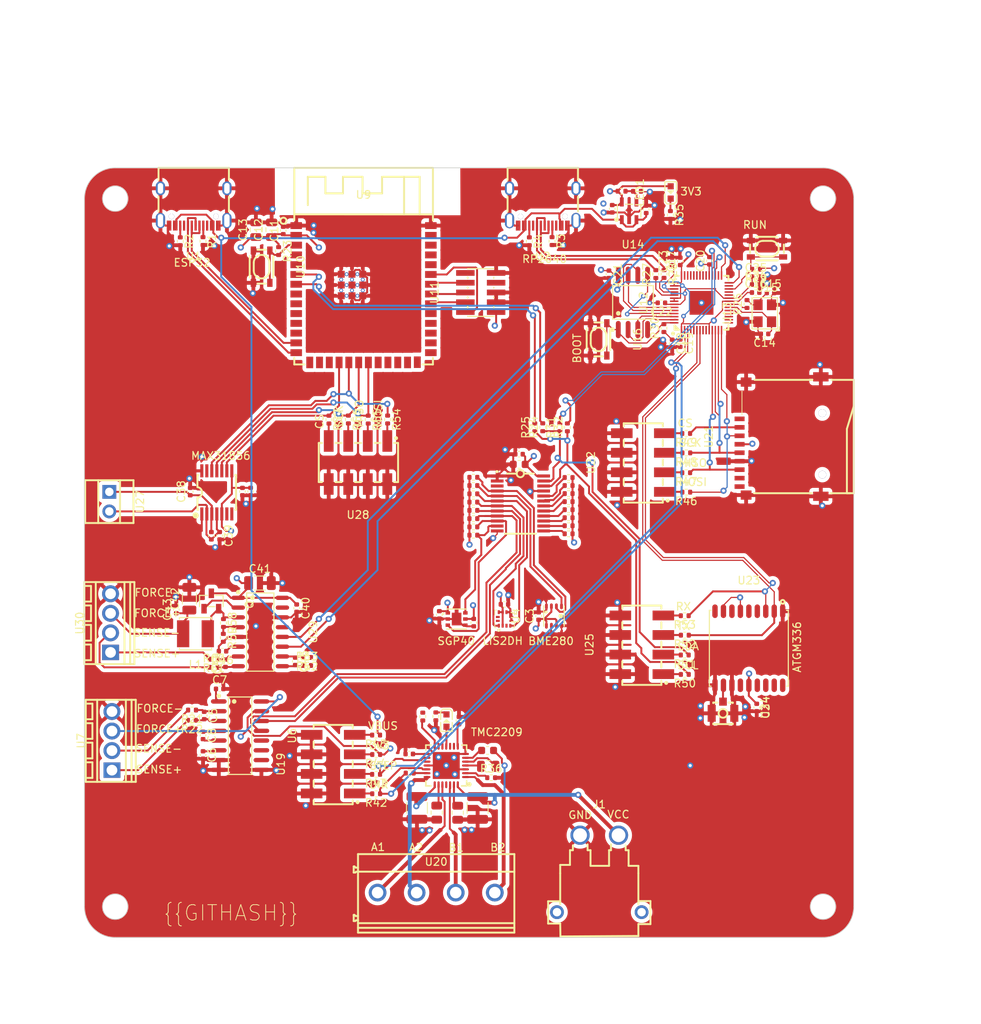
<source format=kicad_pcb>
(kicad_pcb (version 20221018) (generator pcbnew)
  (layers (0 "F.Cu" signal) (1 "In1.Cu" signal) (2 "In2.Cu" signal) (31 "B.Cu" signal) (34 "B.Paste" user) (35 "F.Paste" user) (36 "B.SilkS" user "B.Silkscreen") (37 "F.SilkS" user "F.Silkscreen") (38 "B.Mask" user) (39 "F.Mask" user) (44 "Edge.Cuts" user))
  (net 0 "")
  (net 1 "en")
  (net 2 "io4")
  (net 3 "io5")
  (net 4 "scl")
  (net 5 "sda")
  (net 6 "io15")
  (net 7 "io16")
  (net 8 "io17")
  (net 9 "io18")
  (net 10 "io8")
  (net 11 "b2")
  (net 12 "a2")
  (net 13 "io3")
  (net 14 "io46")
  (net 15 "io9")
  (net 16 "cs")
  (net 17 "mosi")
  (net 18 "sck")
  (net 19 "miso")
  (net 20 "io14")
  (net 21 "io21")
  (net 22 "io47")
  (net 23 "io48")
  (net 24 "io45")
  (net 25 "io0")
  (net 26 "io35")
  (net 27 "io36")
  (net 28 "io37")
  (net 29 "io38")
  (net 30 "tck")
  (net 31 "tdo")
  (net 32 "tdi")
  (net 33 "tms")
  (net 34 "rxd0")
  (net 35 "txd0")
  (net 36 "io2")
  (net 37 "io1")
  (net 38 "gnd")
  (net 39 "vcc-1")
  (net 40 "sub2")
  (net 41 "cc1")
  (net 42 "dm")
  (net 43 "dp")
  (net 44 "cc2")
  (net 45 "sub1")
  (net 46 "sub2-1")
  (net 47 "cc1-1")
  (net 48 "dm-1")
  (net 49 "dp-1")
  (net 50 "cc2-1")
  (net 51 "sub1-1")
  (net 52 "sda-2")
  (net 53 "scl-1")
  (net 54 "sda-1")
  (net 55 "reset_")
  (net 56 "scl-2")
  (net 57 "scl-4")
  (net 58 "sda-4")
  (net 59 "scl-3")
  (net 60 "sda-3")
  (net 61 "scl-8")
  (net 62 "vcc")
  (net 63 "sda-8")
  (net 64 "sda-5")
  (net 65 "scl-5")
  (net 66 "sda-6")
  (net 67 "scl-6")
  (net 68 "sda-7")
  (net 69 "scl-7")
  (net 70 "dnc")
  (net 71 "drdy_")
  (net 72 "fault_")
  (net 73 "dat2_rsv_")
  (net 74 "cs-2")
  (net 75 "mosi-1")
  (net 76 "sck-2")
  (net 77 "miso-1")
  (net 78 "dat1_rsv_")
  (net 79 "cd")
  (net 80 "out-1")
  (net 81 "cs-1")
  (net 82 "io1-1")
  (net 83 "io2-1")
  (net 84 "io3-1")
  (net 85 "sck-1")
  (net 86 "io0-1")
  (net 87 "stdby")
  (net 88 "out")
  (net 89 "usb_dp")
  (net 90 "a1")
  (net 91 "b1")
  (net 92 "usb_dm")
  (net 93 "run")
  (net 94 "cathode")
  (net 95 "tx-1")
  (net 96 "pdn_uart")
  (net 97 "cathode-1")
  (net 98 "brb")
  (net 99 "n-2")
  (net 100 "p-2")
  (net 101 "bra")
  (net 102 "dir")
  (net 103 "vref")
  (net 104 "step")
  (net 105 "vcc_io")
  (net 106 "clk")
  (net 107 "index")
  (net 108 "diag")
  (net 109 "ms2_ad1")
  (net 110 "ms1_ad0")
  (net 111 "_5vout")
  (net 112 "vcp")
  (net 113 "cpi")
  (net 114 "cpo")
  (net 115 "enn")
  (net 116 "_1")
  (net 117 "gpio2")
  (net 118 "gpio3")
  (net 119 "tx")
  (net 120 "rx")
  (net 121 "gpio6")
  (net 122 "gpio7")
  (net 123 "gpio12")
  (net 124 "gpio13")
  (net 125 "gpio14")
  (net 126 "gpio15")
  (net 127 "swclk")
  (net 128 "swdio")
  (net 129 "gpio16")
  (net 130 "gpio19")
  (net 131 "gpio22")
  (net 132 "gpio23")
  (net 133 "gpio24")
  (net 134 "gpio25")
  (net 135 "gpio26_a0")
  (net 136 "gpio27_a1")
  (net 137 "gpio28_a2")
  (net 138 "gpio29_a3")
  (net 139 "int1")
  (net 140 "int2")
  (net 141 "sdo_sa0")
  (net 142 "rf_in")
  (net 143 "_1pps")
  (net 144 "on_off")
  (net 145 "nreset")
  (net 146 "sda-9")
  (net 147 "scl-9")
  (net 148 "vcc-5")
  (net 149 "_3")
  (net 150 "vcc-6")
  (net 151 "_5")
  (net 152 "_7")
  (net 153 "_1-1")
  (net 154 "_3-1")
  (net 155 "_5-1")
  (net 156 "_7-1")
  (net 157 "_1-2")
  (net 158 "_3-2")
  (net 159 "_5-2")
  (net 160 "_7-2")
  (net 161 "_1-3")
  (net 162 "_3-3")
  (net 163 "_5-3")
  (net 164 "_7-3")
  (net 165 "xout")
  (net 166 "xin")
  (net 167 "avdd")
  (net 168 "n-1")
  (net 169 "p-1")
  (net 170 "base")
  (net 171 "refp")
  (net 172 "vin1n")
  (net 173 "vin1p")
  (net 174 "vin2n")
  (net 175 "vin2p")
  (net 176 "vbg")
  (net 177 "vcc-2")
  (net 178 "drdy")
  (net 179 "vfb")
  (net 180 "vbg-1")
  (net 181 "inna")
  (net 182 "inpa")
  (net 183 "rate")
  (net 184 "xo")
  (net 185 "data")
  (net 186 "clock")
  (net 187 "inpb")
  (net 188 "innb")
  (net 189 "n")
  (net 190 "p")
  (net 191 "xout-1")
  (net 192 "n-3")
  (net 193 "p-3")
  (net 194 "xin-1")
  (net 195 "sda-10")
  (net 196 "scl-10")
  (net 197 "sda-11")
  (net 198 "scl-11")
  (net 199 "vcc-4")
  (net 200 "_7-4")
  (net 201 "reset")
  (footprint "lib:R0402" (layer "F.Cu") (at 141.992642 87.009943)
    (fp_text reference "R6" hide)
    (fp_text value "Chip Resistor - Surface Mount 10KOhms ±5% 1/16W 0402 RoHS")
  )
  (footprint "lib:R0402" (layer "F.Cu") (at 123.223145 79.512949 -90)
    (fp_text reference "R57")
    (fp_text value "Chip Resistor - Surface Mount 1KOhms ±5% 1/16W 0402 RoHS")
  )
  (footprint "lib:R0402" (layer "F.Cu") (at 141.992642 88.083709)
    (fp_text reference "R5" hide)
    (fp_text value "Chip Resistor - Surface Mount 10KOhms ±5% 1/16W 0402 RoHS")
  )
  (footprint "lib:R0402" (layer "F.Cu") (at 154.372924 93.307154 180)
    (fp_text reference "R13" hide)
    (fp_text value "Chip Resistor - Surface Mount 10KOhms ±5% 1/16W 0402 RoHS")
  )
  (footprint "lib:HDR-SMD_8P-P2.54-V-M-R2-C4-LS7.4" (layer "F.Cu") (at 123.772335 124.279094 90)
    (fp_text reference "U19")
    (fp_text value "")
  )
  (footprint "lib:C0402" (layer "F.Cu") (at 107.009216 117.957665 -90)
    (fp_text reference "C5")
    (fp_text value "Multilayer Ceramic Capacitors MLCC - SMD/SMT 100nF 10V 0402 RoHS")
  )
  (footprint "lib:KEY-SMD_4P-L4.2-W3.2-P2.20-LS4.6" (layer "F.Cu") (at 114.470394 59.644008 -90)
    (fp_text reference "U10")
    (fp_text value "")
  )
  (footprint "lib:HDR-SMD_8P-P2.54-V-M-R2-C4-LS7.4" (layer "F.Cu") (at 163.887946 108.772483 90)
    (fp_text reference "U25")
    (fp_text value "")
  )
  (footprint "lib:R0402" (layer "F.Cu") (at 169.464997 104.995628 180)
    (fp_text reference "R53")
    (fp_text value "Chip Resistor - Surface Mount 1KOhms ±5% 1/16W 0402 RoHS")
  )
  (footprint "lib:USB-C-SMD_KH-TYPE-C-16P" (layer "F.Cu") (at 151.011386 51.885442 180)
    (fp_text reference "U2")
    (fp_text value "")
  )
  (footprint "lib:C0402" (layer "F.Cu") (at 168.878505 58.952984 90)
    (fp_text reference "C17")
    (fp_text value "Multilayer Ceramic Capacitors MLCC - SMD/SMT 100nF 10V 0402 RoHS")
  )
  (footprint "lib:LGA-8_BME280_BL" (layer "F.Cu") (at 152.467089 105.034431 90)
    (fp_text reference "U4")
    (fp_text value "")
  )
  (footprint "lib:R0402" (layer "F.Cu") (at 154.215694 80.518611 90)
    (fp_text reference "R32")
    (fp_text value "Chip Resistor - Surface Mount 0Ohms ±5% 1/16W 0402 RoHS")
  )
  (footprint "lib:R0402" (layer "F.Cu") (at 109.492545 107.864529 -90)
    (fp_text reference "R59")
    (fp_text value "Chip Resistor - Surface Mount 8.2KOhms ±5% 1/16W 0402 RoHS")
  )
  (footprint "lib:C0402" (layer "F.Cu") (at 168.872031 69.585023 -90)
    (fp_text reference "C19")
    (fp_text value "Multilayer Ceramic Capacitors MLCC - SMD/SMT 100nF 10V 0402 RoHS")
  )
  (footprint "lib:C0402" (layer "F.Cu") (at 178.711835 60.94156)
    (fp_text reference "C25")
    (fp_text value "Multilayer Ceramic Capacitors MLCC - SMD/SMT 1uF 6.3V 0402 RoHS")
  )
  (footprint "lib:C0805" (layer "F.Cu") (at 115.768761 54.84171 90)
    (fp_text reference "C12")
    (fp_text value "Multilayer Ceramic Capacitors MLCC - SMD/SMT 10uF 10V 0805 RoHS")
  )
  (footprint "lib:R0402" (layer "F.Cu") (at 169.653904 81.313145 180)
    (fp_text reference "R49")
    (fp_text value "Chip Resistor - Surface Mount 1KOhms ±5% 1/16W 0402 RoHS")
  )
  (footprint "lib:R0402" (layer "F.Cu") (at 116.677047 57.613628 -90)
    (fp_text reference "R23")
    (fp_text value "Chip Resistor - Surface Mount 11KOhms ±5% 1/16W 0402 RoHS")
  )
  (footprint "lib:R0402" (layer "F.Cu") (at 153.238983 80.508259 90)
    (fp_text reference "R31")
    (fp_text value "Chip Resistor - Surface Mount 0Ohms ±5% 1/16W 0402 RoHS")
  )
  (footprint "lib:SOIC-8_L5.3-W5.3-P1.27-LS8.0-BL" (layer "F.Cu") (at 162.738354 64.284899)
    (fp_text reference "U14")
    (fp_text value "")
  )
  (footprint "lib:C0402" (layer "F.Cu") (at 166.437341 64.346311 180)
    (fp_text reference "C22")
    (fp_text value "Multilayer Ceramic Capacitors MLCC - SMD/SMT 100nF 10V 0402 RoHS")
  )
  (footprint "lib:R0402" (layer "F.Cu") (at 161.257116 49.834282)
    (fp_text reference "R33" hide)
    (fp_text value "Chip Resistor - Surface Mount 18KOhms ±5% 1/16W 0402 RoHS")
  )
  (footprint "lib:R0402" (layer "F.Cu") (at 169.664568 88.940862 180)
    (fp_text reference "R46")
    (fp_text value "Chip Resistor - Surface Mount 1KOhms ±5% 1/16W 0402 RoHS")
  )
  (footprint "lib:R0402" (layer "F.Cu") (at 166.761493 67.620609 90)
    (fp_text reference "R30")
    (fp_text value "Chip Resistor - Surface Mount 10KOhms ±5% 1/16W 0402 RoHS")
  )
  (footprint "lib:CONN-TH_4P-P5.08_DIBO_DB128V-5.08" (layer "F.Cu") (at 137.16 140.97)
    (fp_text reference "U20")
    (fp_text value "")
  )
  (footprint "lib:OSC-SMD_4P-L3.2-W2.5-BL" (layer "F.Cu") (at 179.868841 65.698179 90)
    (fp_text reference "U13")
    (fp_text value "")
  )
  (footprint "lib:C0402" (layer "F.Cu") (at 140.124569 118.611371 90)
    (fp_text reference "C30" hide)
    (fp_text value "Multilayer Ceramic Capacitors MLCC - SMD/SMT 2.2uF 16V 0402 RoHS")
  )
  (footprint "lib:USB-C-SMD_KH-TYPE-C-16P" (layer "F.Cu") (at 105.641416 51.885442 180)
    (fp_text reference "U1")
    (fp_text value "")
  )
  (footprint "lib:R0402" (layer "F.Cu") (at 152.221202 56.316123 -90)
    (fp_text reference "R3")
    (fp_text value "Chip Resistor - Surface Mount 4.7KOhms ±5% 1/16W 0402 RoHS")
  )
  (footprint "lib:R0402" (layer "F.Cu") (at 154.372924 88.083619 180)
    (fp_text reference "R20" hide)
    (fp_text value "Chip Resistor - Surface Mount 10KOhms ±5% 1/16W 0402 RoHS")
  )
  (footprint "lib:R0402" (layer "F.Cu") (at 141.992642 89.157475)
    (fp_text reference "R8" hide)
    (fp_text value "Chip Resistor - Surface Mount 10KOhms ±5% 1/16W 0402 RoHS")
  )
  (footprint "lib:R0402" (layer "F.Cu") (at 154.372924 89.128326 180)
    (fp_text reference "R17" hide)
    (fp_text value "Chip Resistor - Surface Mount 10KOhms ±5% 1/16W 0402 RoHS")
  )
  (footprint "lib:R0402" (layer "F.Cu") (at 135.419688 118.096821 -90)
    (fp_text reference "R37" hide)
    (fp_text value "Chip Resistor - Surface Mount 1.1KOhms ±5% 1/16W 0402 RoHS")
  )
  (footprint "lib:R0402" (layer "F.Cu") (at 141.992642 93.452539)
    (fp_text reference "R12" hide)
    (fp_text value "Chip Resistor - Surface Mount 10KOhms ±5% 1/16W 0402 RoHS")
  )
  (footprint "lib:C0805" (layer "F.Cu") (at 143.925274 124.557167)
    (fp_text reference "C32" hide)
    (fp_text value "Multilayer Ceramic Capacitors MLCC - SMD/SMT 22nF 50V 0805 RoHS")
  )
  (footprint "lib:LED0603-RD" (layer "F.Cu") (at 167.64 50 90)
    (fp_text reference "LED1")
    (fp_text value "")
  )
  (footprint "lib:R0402" (layer "F.Cu") (at 137.117957 118.071241 -90)
    (fp_text reference "R38" hide)
    (fp_text value "Chip Resistor - Surface Mount 120Ohms ±5% 1/16W 0402 RoHS")
  )
  (footprint "lib:GPSM-SMD_ATGM336H-TR" (layer "F.Cu") (at 177.8 109.22)
    (fp_text reference "U23")
    (fp_text value "")
  )
  (footprint "lib:C0805" (layer "F.Cu") (at 113.726382 54.84171 90)
    (fp_text reference "C13")
    (fp_text value "Multilayer Ceramic Capacitors MLCC - SMD/SMT 10uF 10V 0805 RoHS")
  )
  (footprint "lib:C0402" (layer "F.Cu") (at 178.824187 116.916942 -90)
    (fp_text reference "C34")
    (fp_text value "Multilayer Ceramic Capacitors MLCC - SMD/SMT 1uF 6.3V 0402 RoHS")
  )
  (footprint "lib:C0402" (layer "F.Cu") (at 180.615541 63.055114)
    (fp_text reference "C15")
    (fp_text value "Multilayer Ceramic Capacitors MLCC - SMD/SMT 20pF 50V 0402 RoHS")
  )
  (footprint "lib:R0402" (layer "F.Cu") (at 165.712458 60.604884 90)
    (fp_text reference "R27")
    (fp_text value "Chip Resistor - Surface Mount 27KOhms ±5% 1/16W 0402 RoHS")
  )
  (footprint "lib:C1206" (layer "F.Cu") (at 114.253242 100.751583)
    (fp_text reference "C41")
    (fp_text value "Multilayer Ceramic Capacitors MLCC - SMD/SMT 10uF 16V 1206 RoHS")
  )
  (footprint "lib:R0402" (layer "F.Cu") (at 169.475661 112.623345 180)
    (fp_text reference "R50")
    (fp_text value "Chip Resistor - Surface Mount 1KOhms ±5% 1/16W 0402 RoHS")
  )
  (footprint "lib:C1210" (layer "F.Cu") (at 134.660186 129.960091 -90)
    (fp_text reference "C29" hide)
    (fp_text value "Multilayer Ceramic Capacitors MLCC - SMD/SMT 2.2uF 100V 1210 RoHS")
  )
  (footprint "lib:C0402" (layer "F.Cu") (at 146.035113 103.511641)
    (fp_text reference "C4" hide)
    (fp_text value "Multilayer Ceramic Capacitors MLCC - SMD/SMT 100nF 10V 0402 RoHS")
  )
  (footprint "lib:C0402" (layer "F.Cu") (at 106.859848 123.086985 -90)
    (fp_text reference "C6")
    (fp_text value "Multilayer Ceramic Capacitors MLCC - SMD/SMT 100nF 10V 0402 RoHS")
  )
  (footprint "lib:C0402" (layer "F.Cu") (at 117.282084 54.93781 90)
    (fp_text reference "C11")
    (fp_text value "Multilayer Ceramic Capacitors MLCC - SMD/SMT 100nF 10V 0402 RoHS")
  )
  (footprint "lib:TF-SMD_TF-01A" (layer "F.Cu") (at 181.875021 81.717635 90)
    (fp_text reference "U21")
    (fp_text value "")
  )
  (footprint "lib:C0402" (layer "F.Cu") (at 137.570643 104.883228 -90)
    (fp_text reference "C10" hide)
    (fp_text value "Multilayer Ceramic Capacitors MLCC - SMD/SMT 1uF 6.3V 0402 RoHS")
  )
  (footprint "lib:R0402" (layer "F.Cu") (at 129.364756 123.027456 180)
    (fp_text reference "R44")
    (fp_text value "Chip Resistor - Surface Mount 1KOhms ±5% 1/16W 0402 RoHS")
  )
  (footprint "lib:CONN-TH_XT30PW-M" (layer "F.Cu") (at 158.360279 138.511748)
    (fp_text reference "J1")
    (fp_text value "")
  )
  (footprint "lib:C0402" (layer "F.Cu") (at 109.020132 94.600038 -90)
    (fp_text reference "C39")
    (fp_text value "Multilayer Ceramic Capacitors MLCC - SMD/SMT 22nF 25V 0402 RoHS")
  )
  (footprint "lib:R0402" (layer "F.Cu") (at 169.464997 110.098128 180)
    (fp_text reference "R51")
    (fp_text value "Chip Resistor - Surface Mount 1KOhms ±5% 1/16W 0402 RoHS")
  )
  (footprint "lib:SOP-16_L10.0-W3.9-P1.27-LS6.0-BL" (layer "F.Cu") (at 114.3 107.118836 -90)
    (fp_text reference "U29")
    (fp_text value "")
  )
  (footprint "lib:C0402" (layer "F.Cu") (at 107.937012 94.603574 -90)
    (fp_text reference "C37" hide)
    (fp_text value "Multilayer Ceramic Capacitors MLCC - SMD/SMT 100nF 10V 0402 RoHS")
  )
  (footprint "lib:R0402" (layer "F.Cu") (at 141.992642 92.378773)
    (fp_text reference "R9" hide)
    (fp_text value "Chip Resistor - Surface Mount 10KOhms ±5% 1/16W 0402 RoHS")
  )
  (footprint "lib:IPEX-SMD_BWIPX-1-001E" (layer "F.Cu") (at 174.44003 116.917672 -90)
    (fp_text reference "U24")
    (fp_text value "")
  )
  (footprint "lib:C0402" (layer "F.Cu") (at 178.6834 63.002719)
    (fp_text reference "C16")
    (fp_text value "Multilayer Ceramic Capacitors MLCC - SMD/SMT 100nF 10V 0402 RoHS")
  )
  (footprint "lib:R0402" (layer "F.Cu") (at 154.372924 91.21774 180)
    (fp_text reference "R15" hide)
    (fp_text value "Chip Resistor - Surface Mount 10KOhms ±5% 1/16W 0402 RoHS")
  )
  (footprint "lib:C0402" (layer "F.Cu") (at 179.845612 68.379235 180)
    (fp_text reference "C14")
    (fp_text value "Multilayer Ceramic Capacitors MLCC - SMD/SMT 20pF 50V 0402 RoHS")
  )
  (footprint "lib:C0402" (layer "F.Cu") (at 159.616814 60.632772 -90)
    (fp_text reference "C21")
    (fp_text value "Multilayer Ceramic Capacitors MLCC - SMD/SMT 1uF 6.3V 0402 RoHS")
  )
  (footprint "lib:CONN-TH_XY308-2.54-4P" (layer "F.Cu") (at 94.834155 105.95285 90)
    (fp_text reference "U30")
    (fp_text value "")
  )
  (footprint "lib:SOT-23-5_L3.0-W1.7-P0.95-LS2.8-BL" (layer "F.Cu") (at 162.24 52.385454)
    (fp_text reference "U17" hide)
    (fp_text value "")
  )
  (footprint "lib:C0402" (layer "F.Cu") (at 133.660347 122.960397 180)
    (fp_text reference "C31" hide)
    (fp_text value "Multilayer Ceramic Capacitors MLCC - SMD/SMT 100nF 10V 0402 RoHS")
  )
  (footprint "lib:R0805" (layer "F.Cu") (at 139.958824 130.590721 -90)
    (fp_text reference "R40" hide)
    (fp_text value "Chip Resistor - Surface Mount 0.12Ohms ±5% 1/8W 0805 RoHS")
  )
  (footprint "lib:C0402" (layer "F.Cu") (at 142.047478 105.89 -90)
    (fp_text reference "C9" hide)
    (fp_text value "Multilayer Ceramic Capacitors MLCC - SMD/SMT 1uF 6.3V 0402 RoHS")
  )
  (footprint "lib:R0402" (layer "F.Cu") (at 154.372924 94.351863 180)
    (fp_text reference "R14" hide)
    (fp_text value "Chip Resistor - Surface Mount 10KOhms ±5% 1/16W 0402 RoHS")
  )
  (footprint "lib:R0402" (layer "F.Cu") (at 141.992642 91.305007)
    (fp_text reference "R10" hide)
    (fp_text value "Chip Resistor - Surface Mount 10KOhms ±5% 1/16W 0402 RoHS")
  )
  (footprint "lib:CONN-TH_XY308-2.54-4P" (layer "F.Cu") (at 95.016911 121.249547 90)
    (fp_text reference "U7")
    (fp_text value "")
  )
  (footprint "lib:R0402" (layer "F.Cu") (at 129.36005 128.129956 180)
    (fp_text reference "R42")
    (fp_text value "Chip Resistor - Surface Mount 1KOhms ±5% 1/16W 0402 RoHS")
  )
  (footprint "lib:C0402" (layer "F.Cu") (at 109.388878 109.60373 180)
    (fp_text reference "C46")
    (fp_text value "Multilayer Ceramic Capacitors MLCC - SMD/SMT 100nF 10V 0402 RoHS")
  )
  (footprint "lib:R0402" (layer "F.Cu") (at 149.982623 80.523377 90)
    (fp_text reference "R25")
    (fp_text value "Chip Resistor - Surface Mount 0Ohms ±5% 1/16W 0402 RoHS")
  )
  (footprint "lib:C0402" (layer "F.Cu") (at 113.043149 88.855634 -90)
    (fp_text reference "C36" hide)
    (fp_text value "Multilayer Ceramic Capacitors MLCC - SMD/SMT 100nF 10V 0402 RoHS")
  )
  (footprint "lib:C0402" (layer "F.Cu") (at 118.841456 110.918903 -90)
    (fp_text reference "C45")
    (fp_text value "Multilayer Ceramic Capacitors MLCC - SMD/SMT 100nF 10V 0402 RoHS")
  )
  (footprint "lib:R0402" (layer "F.Cu") (at 128.325645 79.512949 -90)
    (fp_text reference "R55")
    (fp_text value "Chip Resistor - Surface Mount 1KOhms ±5% 1/16W 0402 RoHS")
  )
  (footprint "lib:R0402" (layer "F.Cu") (at 106.851232 56.316123 -90)
    (fp_text reference "R1")
    (fp_text value "Chip Resistor - Surface Mount 4.7KOhms ±5% 1/16W 0402 RoHS")
  )
  (footprint "lib:TSSOP-24_L7.8-W4.4-P0.65-LS6.4-BL" (layer "F.Cu") (at 148.11 90.41 -90)
    (fp_text reference "U3" hide)
    (fp_text value "")
  )
  (footprint "lib:HDR-SMD_8P-P2.54-V-M-R2-C4-LS7.4" (layer "F.Cu") (at 164.076853 85.09 90)
    (fp_text reference "U22")
    (fp_text value "")
  )
  (footprint "lib:R0402" (layer "F.Cu") (at 141.992642 90.231241)
    (fp_text reference "R7" hide)
    (fp_text value "Chip Resistor - Surface Mount 10KOhms ±5% 1/16W 0402 RoHS")
  )
  (footprint "lib:LED0603-RD" (layer "F.Cu") (at 138.497531 118.618696 -90)
    (fp_text reference "LED2" hide)
    (fp_text value "")
  )
  (footprint "lib:R0402" (layer "F.Cu") (at 105.427412 117.251268 180)
    (fp_text reference "R21")
    (fp_text value "Chip Resistor - Surface Mount 51Ohms ±5% 1/16W 0402 RoHS")
  )
  (footprint "lib:C0402" (layer "F.Cu") (at 167.821765 58.952984 90)
    (fp_text reference "C23")
    (fp_text value "Multilayer Ceramic Capacitors MLCC - SMD/SMT 100nF 10V 0402 RoHS")
  )
  (footprint "lib:R0402" (layer "F.Cu") (at 154.372924 90.173033 180)
    (fp_text reference "R18" hide)
    (fp_text value "Chip Resistor - Surface Mount 10KOhms ±5% 1/16W 0402 RoHS")
  )
  (footprint "lib:R0402" (layer "F.Cu") (at 141.992642 94.526307)
    (fp_text reference "R11" hide)
    (fp_text value "Chip Resistor - Surface Mount 10KOhms ±5% 1/16W 0402 RoHS")
  )
  (footprint "lib:C1210" (layer "F.Cu") (at 142.544031 129.976874 -90)
    (fp_text reference "C28" hide)
    (fp_text value "Multilayer Ceramic Capacitors MLCC - SMD/SMT 2.2uF 100V 1210 RoHS")
  )
  (footprint "lib:R0402" (layer "F.Cu") (at 154.372924 92.262447 180)
    (fp_text reference "R16" hide)
    (fp_text value "Chip Resistor - Surface Mount 10KOhms ±5% 1/16W 0402 RoHS")
  )
  (footprint "lib:C0402" (layer "F.Cu") (at 119.025942 104.00987 -90)
    (fp_text reference "C40")
    (fp_text value "Multilayer Ceramic Capacitors MLCC - SMD/SMT 100nF 10V 0402 RoHS")
  )
  (footprint "lib:R0402" (layer "F.Cu") (at 169.480367 107.520845 180)
    (fp_text reference "R52")
    (fp_text value "Chip Resistor - Surface Mount 1KOhms ±5% 1/16W 0402 RoHS")
  )
  (footprint "lib:C0402" (layer "F.Cu") (at 105.19053 88.862706 90)
    (fp_text reference "C38")
    (fp_text value "Multilayer Ceramic Capacitors MLCC - SMD/SMT 22nF 25V 0402 RoHS")
  )
  (footprint "lib:R0402" (layer "F.Cu") (at 129.349386 120.502239 180)
    (fp_text reference "R45")
    (fp_text value "Chip Resistor - Surface Mount 1KOhms ±5% 1/16W 0402 RoHS")
  )
  (footprint "lib:R0402" (layer "F.Cu") (at 120.376279 111.461094)
    (fp_text reference "R63")
    (fp_text value "Chip Resistor - Surface Mount 100Ohms ±5% 1/16W 0402 RoHS")
  )
  (footprint "lib:C0402" (layer "F.Cu") (at 103.384839 104.192828 90)
    (fp_text reference "C43")
    (fp_text value "Multilayer Ceramic Capacitors MLCC - SMD/SMT 100nF 10V 0402 RoHS")
  )
  (footprint "lib:R0402" (layer "F.Cu") (at 108.254505 111.700032)
    (fp_text reference "R60")
    (fp_text value "Chip Resistor - Surface Mount 100Ohms ±5% 1/16W 0402 RoHS")
  )
  (footprint "lib:C0402" (layer "F.Cu") (at 106.857124 120.548251 -90)
    (fp_text reference "C8")
    (fp_text value "Multilayer Ceramic Capacitors MLCC - SMD/SMT 270pF 50V 0402 RoHS")
  )
  (footprint "lib:KEY-SMD_4P-L4.2-W3.2-P2.20-LS4.6" (layer "F.Cu") (at 158.271192 69.092091 -90)
    (fp_text reference "U16")
    (fp_text value "")
  )
  (footprint "lib:HDR-SMD_10P-P1.27-V-M-R2-C5-LS5.3" (layer "F.Cu") (at 142.952493 62.996125 90)
    (fp_text reference "U11")
    (fp_text value "")
  )
  (footprint "lib:C0402" (layer "F.Cu") (at 164.456177 52.195756 90)
    (fp_text reference "C26" hide)
    (fp_text value "Multilayer Ceramic Capacitors MLCC - SMD/SMT 1uF 6.3V 0402 RoHS")
  )
  (footprint "lib:C0603" (layer "F.Cu") (at 143.843273 122.497599)
    (fp_text reference "C33" hide)
    (fp_text value "Multilayer Ceramic Capacitors MLCC - SMD/SMT 100nF 50V 0603 RoHS")
  )
  (footprint "lib:R0402" (layer "F.Cu") (at 129.349386 125.604739 180)
    (fp_text reference "R43")
    (fp_text value "Chip Resistor - Surface Mount 1KOhms ±5% 1/16W 0402 RoHS")
  )
  (footprint "lib:KEY-SMD_4P-L4.2-W3.2-P2.20-LS4.6" (layer "F.Cu") (at 180.156302 57.310062 180)
    (fp_text reference "U15")
    (fp_text value "")
  )
  (footprint "lib:R0805" (layer "F.Cu") (at 137.236571 130.576689 -90)
    (fp_text reference "R39" hide)
    (fp_text value "Chip Resistor - Surface Mount 0.12Ohms ±5% 1/8W 0805 RoHS")
  )
  (footprint "lib:R0402" (layer "F.Cu") (at 133.714753 125.440874 180)
    (fp_text reference "R41" hide)
    (fp_text value "Chip Resistor - Surface Mount 110KOhms ±5% 1/16W 0402 RoHS")
  )
  (footprint "lib:R0402" (layer "F.Cu") (at 103.898774 56.34525 -90)
    (fp_text reference "R2")
    (fp_text value "Chip Resistor - Surface Mount 4.7KOhms ±5% 1/16W 0402 RoHS")
  )
  (footprint "lib:R0402" (layer "F.Cu") (at 167.605052 52.928244 -90)
    (fp_text reference "R35")
    (fp_text value "Chip Resistor - Surface Mount 120Ohms ±5% 1/16W 0402 RoHS")
  )
  (footprint "lib:R0402" (layer "F.Cu") (at 125.748362 79.497579 -90)
    (fp_text reference "R56")
    (fp_text value "Chip Resistor - Surface Mount 1KOhms ±5% 1/16W 0402 RoHS")
  )
  (footprint "lib:R0402" (layer "F.Cu") (at 151.012548 80.508259 90)
    (fp_text reference "R24")
    (fp_text value "Chip Resistor - Surface Mount 0Ohms ±5% 1/16W 0402 RoHS")
  )
  (footprint "lib:C0402" (layer "F.Cu") (at 147.930298 84.006082 180)
    (fp_text reference "C1" hide)
    (fp_text value "Multilayer Ceramic Capacitors MLCC - SMD/SMT 100nF 10V 0402 RoHS")
  )
  (footprint "lib:R0402" (layer "F.Cu") (at 149.268744 56.34525 -90)
    (fp_text reference "R4")
    (fp_text value "Chip Resistor - Surface Mount 4.7KOhms ±5% 1/16W 0402 RoHS")
  )
  (footprint "lib:R0402" (layer "F.Cu") (at 178.737329 59.97128 180)
    (fp_text reference "R29")
    (fp_text value "Chip Resistor - Surface Mount 11KOhms ±5% 1/16W 0402 RoHS")
  )
  (footprint "lib:CONN-TH_DB125-2.54-2P-GN" (layer "F.Cu") (at 94.675587 90.17 -90)
    (fp_text reference "U27")
    (fp_text value "")
  )
  (footprint "lib:C0402" (layer "F.Cu") (at 109.769695 111.170987 90)
    (fp_text reference "C44")
    (fp_text value "Multilayer Ceramic Capacitors MLCC - SMD/SMT 100nF 10V 0402 RoHS")
  )
  (footprint "lib:R0402" (layer "F.Cu") (at 120.373043 110.415342 180)
    (fp_text reference "R62")
    (fp_text value "Chip Resistor - Surface Mount 100Ohms ±5% 1/16W 0402 RoHS")
  )
  (footprint "lib:R0402" (layer "F.Cu") (at 108.251423 110.644164 180)
    (fp_text reference "R61")
    (fp_text value "Chip Resistor - Surface Mount 100Ohms ±5% 1/16W 0402 RoHS")
  )
  (footprint "lib:C0402" (layer "F.Cu") (at 172.684814 58.877377 90)
    (fp_text reference "C20")
    (fp_text value "Multilayer Ceramic Capacitors MLCC - SMD/SMT 100nF 10V 0402 RoHS")
  )
  (footprint "lib:R0402" (layer "F.Cu") (at 154.372924 87.038912 180)
    (fp_text reference "R19" hide)
    (fp_text value "Chip Resistor - Surface Mount 10KOhms ±5% 1/16W 0402 RoHS")
  )
  (footprint "lib:TSSOP-14_L5.0-W4.4-P0.65-LS6.4-BL" (layer "F.Cu") (at 108.649685 88.968853)
    (fp_text reference "U26" hide)
    (fp_text value "")
  )
  (footprint "lib:C0402" (layer "F.Cu") (at 160.040075 52.118506 -90)
    (fp_text reference "C27" hide)
    (fp_text value "Multilayer Ceramic Capacitors MLCC - SMD/SMT 1uF 6.3V 0402 RoHS")
  )
  (footprint "lib:C0402" (layer "F.Cu") (at 178.6834 61.955764)
    (fp_text reference "C24")
    (fp_text value "Multilayer Ceramic Capacitors MLCC - SMD/SMT 100nF 10V 0402 RoHS")
  )
  (footprint "lib:SOT-23-3_L2.9-W1.3-P1.90-LS2.4-BR" (layer "F.Cu") (at 107.938057 103.082899 -90)
    (fp_text reference "Q1")
    (fp_text value "")
  )
  (footprint "lib:DFN-6_L2.4-W2.4-P0.80-TL-EP" (layer "F.Cu") (at 139.813782 105.426218)
    (fp_text reference "U8" hide)
    (fp_text value "")
  )
  (footprint "lib:R0402" (layer "F.Cu") (at 163.263894 49.846904)
    (fp_text reference "R34" hide)
    (fp_text value "Chip Resistor - Surface Mount 10KOhms ±5% 1/16W 0402 RoHS")
  )
  (footprint "lib:C0402" (layer "F.Cu") (at 150.476303 105.036007 90)
    (fp_text reference "C3")
    (fp_text value "Multilayer Ceramic Capacitors MLCC - SMD/SMT 100nF 10V 0402 RoHS")
  )
  (footprint "lib:C1206" (layer "F.Cu") (at 105.081376 102.780526 90)
    (fp_text reference "C42")
    (fp_text value "Multilayer Ceramic Capacitors MLCC - SMD/SMT 10uF 16V 1206 RoHS")
  )
  (footprint "lib:R0402" (layer "F.Cu") (at 144.309317 126.042576)
    (fp_text reference "R36")
    (fp_text value "Chip Resistor - Surface Mount 110KOhms ±5% 1/16W 0402 RoHS")
  )
  (footprint "lib:QFN-28_L5.0-W5.0-P0.50-BL-EP" (layer "F.Cu") (at 138.47 124.455 90)
    (fp_text reference "U18" hide)
    (fp_text value "")
  )
  (footprint "lib:C0402" (layer "F.Cu") (at 167.833305 69.613059 -90)
    (fp_text reference "C18")
    (fp_text value "Multilayer Ceramic Capacitors MLCC - SMD/SMT 100nF 10V 0402 RoHS")
  )
  (footprint "lib:R0402" (layer "F.Cu") (at 169.669274 83.838362 180)
    (fp_text reference "R48")
    (fp_text value "Chip Resistor - Surface Mount 1KOhms ±5% 1/16W 0402 RoHS")
  )
  (footprint "lib:LGA-12_L2.0-W2.0-P0.50-BL" (layer "F.Cu") (at 146.05 105.41)
    (fp_text reference "U5" hide)
    (fp_text value "")
  )
  (footprint "lib:R0402" (layer "F.Cu") (at 109.51411 105.938752 -90)
    (fp_text reference "R58")
    (fp_text value "Chip Resistor - Surface Mount 20KOhms ±5% 1/16W 0402 RoHS")
  )
  (footprint "lib:LQFN-56_L7.0-W7.0-P0.4-EP" (layer "F.Cu") (at 171.647282 64.335213 90)
    (fp_text reference "U12")
    (fp_text value "")
  )
  (footprint "lib:HDR-SMD_8P-P2.54-V-M-R2-C4-LS7.4" (layer "F.Cu") (at 127 85.09 180)
    (fp_text reference "U28")
    (fp_text value "")
  )
  (footprint "lib:ato-04ea3db2-4b2f-45a6-9113-aa1f8beaa754" (layer "F.Cu") (at 105.871753 107.337056 180)
    (fp_text reference "L1")
    (fp_text value "1.23A 3.3uH ±20% SMD  Power Inductors ROHS")
  )
  (footprint "lib:R0402" (layer "F.Cu") (at 166.774913 60.591928 -90)
    (fp_text reference "R28")
    (fp_text value "Chip Resistor - Surface Mount 27KOhms ±5% 1/16W 0402 RoHS")
  )
  (footprint "lib:WIRELM-SMD_ESP32-S3-WROOM-1" (layer "F.Cu") (at 127.7175 63.195442)
    (fp_text reference "U9")
    (fp_text value "")
  )
  (footprint "lib:C0402" (layer "F.Cu") (at 111.97937 88.862706 -90)
    (fp_text reference "C35" hide)
    (fp_text value "Multilayer Ceramic Capacitors MLCC - SMD/SMT 100nF 10V 0402 RoHS")
  )
  (footprint "lib:C0402" (layer "F.Cu") (at 109.019526 114.502745)
    (fp_text reference "C7")
    (fp_text value "Multilayer Ceramic Capacitors MLCC - SMD/SMT 100nF 10V 0402 RoHS")
  )
  (footprint "lib:R0402" (layer "F.Cu") (at 130.850862 79.502285 -90)
    (fp_text reference "R54")
    (fp_text value "Chip Resistor - Surface Mount 1KOhms ±5% 1/16W 0402 RoHS")
  )
  (footprint "lib:R0402" (layer "F.Cu") (at 169.653904 86.415645 180)
    (fp_text reference "R47")
    (fp_text value "Chip Resistor - Surface Mount 1KOhms ±5% 1/16W 0402 RoHS")
  )
  (footprint "lib:C0603" (layer "F.Cu") (at 147.950709 85.32898 180)
    (fp_text reference "C2" hide)
    (fp_text value "Multilayer Ceramic Capacitors MLCC - SMD/SMT 2.2uF 10V 0603 RoHS")
  )
  (footprint "lib:SOP-16_L9.9-W3.9-P1.27-LS6.0-BL" (layer "F.Cu") (at 111.674306 120.582864 -90)
    (fp_text reference "U6")
    (fp_text value "")
  )
  (footprint "lib:R0402" (layer "F.Cu") (at 105.401336 118.578159 180)
    (fp_text reference "R22")
    (fp_text value "Chip Resistor - Surface Mount 51Ohms ±5% 1/16W 0402 RoHS")
  )
  (footprint "lib:R0402" (layer "F.Cu") (at 177.560654 64.496152 90)
    (fp_text reference "R26")
    (fp_text value "Chip Resistor - Surface Mount 1KOhms ±5% 1/16W 0402 RoHS")
  )
  (gr_circle (center 187.44 50.8) (end 189.09 50.8) (stroke (width 0.1)) (fill none) (layer "Edge.Cuts"))
  (gr_arc (start 91.44 50.8) (mid 92.611573 47.971573) (end 95.44 46.8) (stroke (width 0.1)) (layer "Edge.Cuts"))
  (gr_arc (start 95.44 146.8) (mid 92.611573 145.628427) (end 91.44 142.8) (stroke (width 0.1)) (layer "Edge.Cuts"))
  (gr_circle (center 187.44 142.8) (end 189.09 142.8) (stroke (width 0.1)) (fill none) (layer "Edge.Cuts"))
  (gr_arc (start 191.44 142.8) (mid 190.268427 145.628427) (end 187.44 146.8) (stroke (width 0.1)) (layer "Edge.Cuts"))
  (gr_circle (center 95.44 142.8) (end 97.09 142.8) (stroke (width 0.1)) (fill none) (layer "Edge.Cuts"))
  (gr_line (start 187.44 46.8) (end 95.44 46.8) (stroke (width 0.1)) (layer "Edge.Cuts"))
  (gr_line (start 95.44 146.8) (end 187.44 146.8) (stroke (width 0.1)) (layer "Edge.Cuts"))
  (gr_line (start 191.44 142.8) (end 191.44 50.8) (stroke (width 0.1)) (layer "Edge.Cuts"))
  (gr_circle (center 95.44 50.8) (end 97.09 50.8) (stroke (width 0.1)) (fill none) (layer "Edge.Cuts"))
  (gr_arc (start 187.44 46.8) (mid 190.268427 47.971573) (end 191.44 50.8) (stroke (width 0.1)) (layer "Edge.Cuts"))
  (gr_line (start 91.44 50.8) (end 91.44 142.8) (stroke (width 0.1)) (layer "Edge.Cuts"))
  (gr_text "TX" (at 168.363049 106.926616) (layer "F.SilkS") (effects (font (size 1 1)) (justify left bottom)))
  (gr_text "TMC2209" (at 141.583141 120.708963) (layer "F.SilkS") (effects (font (size 1 1)) (justify left bottom)))
  (gr_text "RP2040" (at 148.244028 59.235648) (layer "F.SilkS") (effects (font (size 1 1)) (justify left bottom)))
  (gr_text "ATGM336" (at 184.653004 112.464565 90) (layer "F.SilkS") (effects (font (size 1 1)) (justify left bottom)))
  (gr_text "SCK" (at 125.132842 80.675349 90) (layer "F.SilkS") (effects (font (size 1 1)) (justify left bottom)))
  (gr_text "3v3" (at 128.366677 122.437071) (layer "F.SilkS") (effects (font (size 1 1)) (justify left bottom)))
  (gr_text "LIS2DH" (at 143.087396 108.848495) (layer "F.SilkS") (effects (font (size 1 1)) (justify left bottom)))
  (gr_text "MAX31856" (at 105.213957 84.799605) (layer "F.SilkS") (effects (font (size 1 1)) (justify left bottom)))
  (gr_text "SDA" (at 168.400108 109.557778) (layer "F.SilkS") (effects (font (size 1 1)) (justify left bottom)))
  (gr_text "SENSE+" (at 97.79 110.49) (layer "F.SilkS") (effects (font (size 1 1)) (justify left bottom)))
  (gr_text "MOSI" (at 130.228402 80.63829 90) (layer "F.SilkS") (effects (font (size 1 1)) (justify left bottom)))
  (gr_text "FORCE-" (at 98.127569 117.638072) (layer "F.SilkS") (effects (font (size 1 1)) (justify left bottom)))
  (gr_text "STEP" (at 128.403736 125.068233) (layer "F.SilkS") (effects (font (size 1 1)) (justify left bottom)))
  (gr_text "RUN" (at 176.946002 54.799359) (layer "F.SilkS") (effects (font (size 1 1)) (justify left bottom)))
  (gr_text "3V3" (at 168.807399 50.45758) (layer "F.SilkS") (effects (font (size 1 1)) (justify left bottom)))
  (gr_text "ESP32" (at 102.951912 59.700806) (layer "F.SilkS") (effects (font (size 1 1)) (justify left bottom)))
  (gr_text "A2" (at 133.542014 135.690378) (layer "F.SilkS") (effects (font (size 1 1)) (justify left bottom)))
  (gr_text "MISO" (at 168.634689 85.744091) (layer "F.SilkS") (effects (font (size 1 1)) (justify left bottom)))
  (gr_text "SENSE+" (at 98.042364 125.547905) (layer "F.SilkS") (effects (font (size 1 1)) (justify left bottom)))
  (gr_text "B2" (at 144.101385 135.690378) (layer "F.SilkS") (effects (font (size 1 1)) (justify left bottom)))
  (gr_text "A1" (at 128.600931 135.640215) (layer "F.SilkS") (effects (font (size 1 1)) (justify left bottom)))
  (gr_text "FORCE+" (at 97.804201 105.249913) (layer "F.SilkS") (effects (font (size 1 1)) (justify left bottom)))
  (gr_text "SGP40" (at 137.234837 108.873508) (layer "F.SilkS") (effects (font (size 1 1)) (justify left bottom)))
  (gr_text "VCC" (at 159.31931 131.403851) (layer "F.SilkS") (effects (font (size 1 1)) (justify left bottom)))
  (gr_text "MISO" (at 127.764004 80.63829 90) (layer "F.SilkS") (effects (font (size 1 1)) (justify left bottom)))
  (gr_text "FORCE+" (at 98.056565 120.307818) (layer "F.SilkS") (effects (font (size 1 1)) (justify left bottom)))
  (gr_text "SCL" (at 168.400108 112.022176) (layer "F.SilkS") (effects (font (size 1 1)) (justify left bottom)))
  (gr_text "BOOT" (at 156.063554 72.280639 90) (layer "F.SilkS") (effects (font (size 1 1)) (justify left bottom)))
  (gr_text "SENSE-" (at 97.747398 107.791852) (layer "F.SilkS") (effects (font (size 1 1)) (justify left bottom)))
  (gr_text "FORCE-" (at 97.875205 102.580167) (layer "F.SilkS") (effects (font (size 1 1)) (justify left bottom)))
  (gr_text "SCK" (at 168.59763 83.112929) (layer "F.SilkS") (effects (font (size 1 1)) (justify left bottom)))
  (gr_text "MOSI" (at 168.634689 88.208489) (layer "F.SilkS") (effects (font (size 1 1)) (justify left bottom)))
  (gr_text "{{GITHASH}}" (at 101.6 144.78) (layer "F.SilkS") (effects (font (size 2 2) (thickness 0.1)) (justify left bottom)))
  (gr_text "RX" (at 168.214815 104.388101) (layer "F.SilkS") (effects (font (size 1 1)) (justify left bottom)))
  (gr_text "CS" (at 122.594327 80.823583 90) (layer "F.SilkS") (effects (font (size 1 1)) (justify left bottom)))
  (gr_text "GND" (at 154.255494 131.473697) (layer "F.SilkS") (effects (font (size 1 1)) (justify left bottom)))
  (gr_text "BME280" (at 149.037655 108.873508) (layer "F.SilkS") (effects (font (size 1 1)) (justify left bottom)))
  (gr_text "B1" (at 138.68375 135.71546) (layer "F.SilkS") (effects (font (size 1 1)) (justify left bottom)))
  (gr_text "VBUS" (at 128.218443 119.898556) (layer "F.SilkS") (effects (font (size 1 1)) (justify left bottom)))
  (gr_text "CS" (at 168.449396 80.574414) (layer "F.SilkS") (effects (font (size 1 1)) (justify left bottom)))
  (gr_text "DIR" (at 128.403736 127.532631) (layer "F.SilkS") (effects (font (size 1 1)) (justify left bottom)))
  (gr_text "SENSE-" (at 97.999762 122.849757) (layer "F.SilkS") (effects (font (size 1 1)) (justify left bottom)))
  (segment (start 116.677047 58.123628) (end 117.955233 56.845442) (width 0.25) (layer "F.Cu") (net 1))
  (segment (start 115.540394 57.544008) (end 116.103733 58.107347) (width 0.25) (layer "F.Cu") (net 1))
  (segment (start 117.955233 56.845442) (end 118.9675 56.845442) (width 0.25) (layer "F.Cu") (net 1))
  (segment (start 116.103733 58.107347) (end 116.660766 58.107347) (width 0.25) (layer "F.Cu") (net 1))
  (segment (start 116.660766 58.107347) (end 116.677047 58.123628) (width 0.25) (layer "F.Cu") (net 1))
  (segment (start 115.540394 61.744008) (end 115.540394 57.544008) (width 0.25) (layer "F.Cu") (net 1))
  (segment (start 149.982623 81.033377) (end 150.970753 82.021507) (width 0.25) (layer "F.Cu") (net 4))
  (segment (start 152.12544 88.14) (end 153.267924 86.997516) (width 0.25) (layer "F.Cu") (net 4))
  (segment (start 154.15955 85.345) (end 153.925 85.345) (width 0.25) (layer "F.Cu") (net 4))
  (segment (start 153.267924 86.997516) (end 153.267924 86.002076) (width 0.25) (layer "F.Cu") (net 4))
  (segment (start 154.215694 81.028611) (end 154.215694 82.235601) (width 0.25) (layer "F.Cu") (net 4))
  (segment (start 163.160237 95.216633) (end 157.03 89.086396) (width 0.25) (layer "F.Cu") (net 4))
  (segment (start 157.03 89.086396) (end 157.03 88.21545) (width 0.25) (layer "F.Cu") (net 4))
  (segment (start 163.83 109.22) (end 163.160237 108.550237) (width 0.25) (layer "F.Cu") (net 4))
  (segment (start 169.985661 112.623345) (end 168.364799 111.002483) (width 0.25) (layer "F.Cu") (net 4))
  (segment (start 157.03 88.21545) (end 154.15955 85.345) (width 0.25) (layer "F.Cu") (net 4))
  (segment (start 163.83 109.869537) (end 163.83 109.22) (width 0.25) (layer "F.Cu") (net 4))
  (segment (start 154.215694 85.054306) (end 154.215694 82.235601) (width 0.25) (layer "F.Cu") (net 4))
  (segment (start 164.962946 111.002483) (end 163.83 109.869537) (width 0.25) (layer "F.Cu") (net 4))
  (segment (start 168.364799 111.002483) (end 164.962946 111.002483) (width 0.25) (layer "F.Cu") (net 4))
  (segment (start 153.925 85.345) (end 154.215694 85.054306) (width 0.25) (layer "F.Cu") (net 4))
  (segment (start 150.970753 82.021507) (end 151.99222 82.021507) (width 0.25) (layer "F.Cu") (net 4))
  (segment (start 163.160237 108.550237) (end 163.160237 95.216633) (width 0.25) (layer "F.Cu") (net 4))
  (segment (start 151.13 88.14) (end 152.12544 88.14) (width 0.25) (layer "F.Cu") (net 4))
  (segment (start 153.267924 86.002076) (end 153.925 85.345) (width 0.25) (layer "F.Cu") (net 4))
  (via (at 151.99222 82.021507) (size 0.8) (drill 0.4) (layers "F.Cu" "B.Cu") (net 4))
  (via (at 154.215694 82.235601) (size 0.8) (drill 0.4) (layers "F.Cu" "B.Cu") (net 4))
  (segment (start 154.0016 82.021507) (end 154.215694 82.235601) (width 0.25) (layer "B.Cu") (net 4))
  (segment (start 151.99222 82.021507) (end 154.0016 82.021507) (width 0.25) (layer "B.Cu") (net 4))
  (segment (start 153.238983 81.018259) (end 151.012548 81.018259) (width 0.25) (layer "F.Cu") (net 5))
  (segment (start 151.13 87.49) (end 152.090172 87.49) (width 0.25) (layer "F.Cu") (net 5))
  (segment (start 165.582946 109.082483) (end 163.610237 107.109774) (width 0.25) (layer "F.Cu") (net 5))
  (segment (start 152.402567 87.177605) (end 152.402567 85.75031) (width 0.25) (layer "F.Cu") (net 5))
  (segment (start 153.238983 84.913894) (end 153.238983 81.018259) (width 0.25) (layer "F.Cu") (net 5))
  (segment (start 152.402567 85.75031) (end 153.238983 84.913894) (width 0.25) (layer "F.Cu") (net 5))
  (segment (start 169.974997 110.098128) (end 168.959352 109.082483) (width 0.25) (layer "F.Cu") (net 5))
  (segment (start 152.090172 87.49) (end 152.402567 87.177605) (width 0.25) (layer "F.Cu") (net 5))
  (segment (start 168.959352 109.082483) (end 165.582946 109.082483) (width 0.25) (layer "F.Cu") (net 5))
  (segment (start 153.238983 84.913894) (end 152.942357 84.617268) (width 0.25) (layer "F.Cu") (net 5))
  (segment (start 152.942357 84.617268) (end 152.942357 84.483937) (width 0.25) (layer "F.Cu") (net 5))
  (segment (start 163.610237 107.109774) (end 163.610237 95.030237) (width 0.25) (layer "F.Cu") (net 5))
  (segment (start 157.48 88.9) (end 157.48 85.09) (width 0.25) (layer "F.Cu") (net 5))
  (segment (start 163.610237 95.030237) (end 157.48 88.9) (width 0.25) (layer "F.Cu") (net 5))
  (via (at 157.48 85.09) (size 0.8) (drill 0.4) (layers "F.Cu" "B.Cu") (net 5))
  (via (at 152.942357 84.483937) (size 0.8) (drill 0.4) (layers "F.Cu" "B.Cu") (net 5))
  (segment (start 152.942357 84.483937) (end 153.54842 85.09) (width 0.25) (layer "B.Cu") (net 5))
  (segment (start 153.54842 85.09) (end 157.48 85.09) (width 0.25) (layer "B.Cu") (net 5))
  (segment (start 145.93 139.82) (end 144.78 140.97) (width 0.5) (layer "F.Cu") (net 11))
  (segment (start 140.97 125.955) (end 142.169662 125.955) (width 0.25) (layer "F.Cu") (net 11))
  (segment (start 142.571659 126.356997) (end 143.214662 127) (width 0.5) (layer "F.Cu") (net 11))
  (segment (start 144.78 127) (end 145.93 128.15) (width 0.5) (layer "F.Cu") (net 11))
  (segment (start 143.214662 127) (end 144.78 127) (width 0.5) (layer "F.Cu") (net 11))
  (segment (start 142.169662 125.955) (end 142.571659 126.356997) (width 0.25) (layer "F.Cu") (net 11))
  (segment (start 145.93 128.15) (end 145.93 139.82) (width 0.5) (layer "F.Cu") (net 11))
  (segment (start 135.670416 126.344584) (end 135.97 126.045) (width 0.5) (layer "F.Cu") (net 12))
  (segment (start 134.385744 126.344584) (end 135.670416 126.344584) (width 0.5) (layer "F.Cu") (net 12))
  (segment (start 134.385744 126.344584) (end 134.379172 126.344584) (width 0.5) (layer "F.Cu") (net 12))
  (segment (start 134.379172 126.344584) (end 133.938291 126.785465) (width 0.5) (layer "F.Cu") (net 12))
  (via (at 133.938291 126.785465) (size 0.8) (drill 0.4) (layers "F.Cu" "B.Cu") (net 12))
  (segment (start 133.938291 126.785465) (end 133.727067 126.996689) (width 0.5) (layer "B.Cu") (net 12))
  (segment (start 133.727067 140.077067) (end 134.62 140.97) (width 0.5) (layer "B.Cu") (net 12))
  (segment (start 133.727067 126.996689) (end 133.727067 140.077067) (width 0.5) (layer "B.Cu") (net 12))
  (segment (start 109.949685 85.068853) (end 116.015589 79.002949) (width 0.25) (layer "F.Cu") (net 16))
  (segment (start 109.949685 86.168853) (end 109.949685 85.068853) (width 0.25) (layer "F.Cu") (net 16))
  (segment (start 124.5375 77.688594) (end 123.223145 79.002949) (width 0.25) (layer "F.Cu") (net 16))
  (segment (start 116.015589 79.002949) (end 123.223145 79.002949) (width 0.25) (layer "F.Cu") (net 16))
  (segment (start 124.5375 72.085442) (end 124.5375 77.688594) (width 0.25) (layer "F.Cu") (net 16))
  (segment (start 107.999685 86.168853) (end 107.999685 85.068853) (width 0.25) (layer "F.Cu") (net 17))
  (segment (start 115.415589 77.652949) (end 120.883799 77.652949) (width 0.25) (layer "F.Cu") (net 17))
  (segment (start 107.999685 85.068853) (end 115.415589 77.652949) (width 0.25) (layer "F.Cu") (net 17))
  (segment (start 125.73 76.2) (end 125.8075 76.1225) (width 0.25) (layer "F.Cu") (net 17))
  (segment (start 130.81 77.47) (end 130.850862 77.510862) (width 0.25) (layer "F.Cu") (net 17))
  (segment (start 125.8075 72.085442) (end 125.8075 76.1225) (width 0.25) (layer "F.Cu") (net 17))
  (segment (start 120.883799 77.652949) (end 121.4524 77.084348) (width 0.25) (layer "F.Cu") (net 17))
  (segment (start 122.928652 77.084348) (end 123.813 76.2) (width 0.25) (layer "F.Cu") (net 17))
  (segment (start 121.4524 77.084348) (end 122.928652 77.084348) (width 0.25) (layer "F.Cu") (net 17))
  (segment (start 130.850862 77.510862) (end 130.850862 78.992285) (width 0.25) (layer "F.Cu") (net 17))
  (via (at 125.8075 76.1225) (size 0.8) (drill 0.4) (layers "F.Cu" "B.Cu") (net 17))
  (via (at 130.81 77.47) (size 0.8) (drill 0.4) (layers "F.Cu" "B.Cu") (net 17))
  (via (at 123.813 76.2) (size 0.8) (drill 0.4) (layers "F.Cu" "B.Cu") (net 17))
  (segment (start 130.81 77.47) (end 127.155 77.47) (width 0.25) (layer "B.Cu") (net 17))
  (segment (start 123.813 76.2) (end 125.73 76.2) (width 0.25) (layer "B.Cu") (net 17))
  (segment (start 125.73 76.2) (end 125.8075 76.1225) (width 0.25) (layer "B.Cu") (net 17))
  (segment (start 127.155 77.47) (end 125.8075 76.1225) (width 0.25) (layer "B.Cu") (net 17))
  (segment (start 121.92 78.552949) (end 121.92 78.278449) (width 0.25) (layer "F.Cu") (net 18))
  (segment (start 115.815589 78.552949) (end 121.92 78.552949) (width 0.25) (layer "F.Cu") (net 18))
  (segment (start 127.0875 77.648441) (end 125.748362 78.987579) (width 0.25) (layer "F.Cu") (net 18))
  (segment (start 124.707579 78.987579) (end 124.485346 78.765346) (width 0.25) (layer "F.Cu") (net 18))
  (segment (start 127.0875 72.085442) (end 127.0875 77.648441) (width 0.25) (layer "F.Cu") (net 18))
  (segment (start 109.299685 86.168853) (end 109.299685 85.068853) (width 0.25) (layer "F.Cu") (net 18))
  (segment (start 109.299685 85.068853) (end 115.815589 78.552949) (width 0.25) (layer "F.Cu") (net 18))
  (segment (start 125.748362 78.987579) (end 124.707579 78.987579) (width 0.25) (layer "F.Cu") (net 18))
  (via (at 124.485346 78.765346) (size 0.8) (drill 0.4) (layers "F.Cu" "B.Cu") (net 18))
  (via (at 121.92 78.278449) (size 0.8) (drill 0.4) (layers "F.Cu" "B.Cu") (net 18))
  (segment (start 124.485346 78.765346) (end 123.998449 78.278449) (width 0.25) (layer "B.Cu") (net 18))
  (segment (start 123.998449 78.278449) (end 121.92 78.278449) (width 0.25) (layer "B.Cu") (net 18))
  (segment (start 128.325645 79.002949) (end 127.262949 79.002949) (width 0.25) (layer "F.Cu") (net 19))
  (segment (start 121.070195 78.102949) (end 121.638796 77.534348) (width 0.25) (layer "F.Cu") (net 19))
  (segment (start 127.262949 79.002949) (end 127.01027 78.75027) (width 0.25) (layer "F.Cu") (net 19))
  (segment (start 121.638796 77.534348) (end 123.57065 77.534348) (width 0.25) (layer "F.Cu") (net 19))
  (segment (start 115.629193 78.102949) (end 121.070195 78.102949) (width 0.25) (layer "F.Cu") (net 19))
  (segment (start 123.57065 77.534348) (end 123.813 77.291998) (width 0.25) (layer "F.Cu") (net 19))
  (segment (start 128.3475 72.085442) (end 128.3475 78.981094) (width 0.25) (layer "F.Cu") (net 19))
  (segment (start 108.649685 86.168853) (end 108.649685 85.082457) (width 0.25) (layer "F.Cu") (net 19))
  (segment (start 128.3475 78.981094) (end 128.325645 79.002949) (width 0.25) (layer "F.Cu") (net 19))
  (segment (start 108.649685 85.082457) (end 115.629193 78.102949) (width 0.25) (layer "F.Cu") (net 19))
  (via (at 123.813 77.291998) (size 0.8) (drill 0.4) (layers "F.Cu" "B.Cu") (net 19))
  (via (at 127.01027 78.75027) (size 0.8) (drill 0.4) (layers "F.Cu" "B.Cu") (net 19))
  (segment (start 127.01027 78.75027) (end 125.551998 77.291998) (width 0.25) (layer "B.Cu") (net 19))
  (segment (start 125.551998 77.291998) (end 123.813 77.291998) (width 0.25) (layer "B.Cu") (net 19))
  (segment (start 136.666817 64.266125) (end 136.4675 64.465442) (width 0.25) (layer "F.Cu") (net 30))
  (segment (start 140.952493 64.266125) (end 136.666817 64.266125) (width 0.25) (layer "F.Cu") (net 30))
  (segment (start 140.753176 63.195442) (end 140.952493 62.996125) (width 0.25) (layer "F.Cu") (net 31))
  (segment (start 136.4675 63.195442) (end 140.753176 63.195442) (width 0.25) (layer "F.Cu") (net 31))
  (segment (start 136.666817 61.726125) (end 136.4675 61.925442) (width 0.25) (layer "F.Cu") (net 32))
  (segment (start 140.952493 61.726125) (end 136.666817 61.726125) (width 0.25) (layer "F.Cu") (net 32))
  (segment (start 140.952493 65.536125) (end 141.907493 65.536125) (width 0.25) (layer "F.Cu") (net 33))
  (segment (start 139.427493 59.756125) (end 138.528176 60.655442) (width 0.25) (layer "F.Cu") (net 33))
  (segment (start 142.306125 59.756125) (end 139.427493 59.756125) (width 0.25) (layer "F.Cu") (net 33))
  (segment (start 142.477493 59.927493) (end 142.306125 59.756125) (width 0.25) (layer "F.Cu") (net 33))
  (segment (start 141.907493 65.536125) (end 142.477493 64.966125) (width 0.25) (layer "F.Cu") (net 33))
  (segment (start 138.528176 60.655442) (end 136.4675 60.655442) (width 0.25) (layer "F.Cu") (net 33))
  (segment (start 142.477493 64.966125) (end 142.477493 59.927493) (width 0.25) (layer "F.Cu") (net 33))
  (segment (start 111.43 107.748836) (end 112.425862 107.748836) (width 0.25) (layer "F.Cu") (net 38))
  (segment (start 115.768761 53.89171) (end 116.715984 53.89171) (width 0.25) (layer "F.Cu") (net 38))
  (segment (start 118.306976 105.208836) (end 117.17 105.208836) (width 0.25) (layer "F.Cu") (net 38))
  (segment (start 114.965862 105.208836) (end 117.17 105.208836) (width 0.25) (layer "F.Cu") (net 38))
  (segment (start 138.437609 124.455) (end 135.902609 121.92) (width 0.25) (layer "F.Cu") (net 38))
  (segment (start 175.62208 114.05208) (end 175.6 114.03) (width 0.25) (layer "F.Cu") (net 38))
  (segment (start 161.286853 88.89) (end 161.276853 88.9) (width 0.25) (layer "F.Cu") (net 38))
  (segment (start 123.19 87.88) (end 130.8 87.88) (width 0.25) (layer "F.Cu") (net 38))
  (segment (start 152.137089 107.239478) (end 152.113658 107.262909) (width 0.15) (layer "F.Cu") (net 38))
  (segment (start 108.908878 108.958196) (end 108.908878 109.60373) (width 0.25) (layer "F.Cu") (net 38))
  (segment (start 175.948225 65.335213) (end 177.458196 66.845184) (width 0.15) (layer "F.Cu") (net 38))
  (segment (start 147.175709 85.32898) (end 146.60102 85.32898) (width 0.25) (layer "F.Cu") (net 38))
  (segment (start 106.699685 91.768853) (end 106.699685 93.960315) (width 0.25) (layer "F.Cu") (net 38))
  (segment (start 149.413589 88.79) (end 149.349734 88.853855) (width 0.25) (layer "F.Cu") (net 38))
  (segment (start 163.836883 49.909893) (end 163.773894 49.846904) (width 0.15) (layer "F.Cu") (net 38))
  (segment (start 137.117957 118.581241) (end 137.117957 119.653753) (width 0.25) (layer "F.Cu") (net 38))
  (segment (start 142.047478 106.37) (end 141.097564 106.37) (width 0.25) (layer "F.Cu") (net 38))
  (segment (start 153.447089 106.902911) (end 153.494353 106.950175) (width 0.15) (layer "F.Cu") (net 38))
  (segment (start 163.494257 52.499946) (end 162.940508 52.499946) (width 0.25) (layer "F.Cu") (net 38))
  (segment (start 164.922576 64.346311) (end 165.957341 64.346311) (width 0.15) (layer "F.Cu") (net 38))
  (segment (start 154.361386 54.305442) (end 154.681386 54.305442) (width 0.25) (layer "F.Cu") (net 38))
  (segment (start 160.040075 52.598506) (end 161.638052 52.598506) (width 0.25) (layer "F.Cu") (net 38))
  (segment (start 145.09 93.98) (end 145.09 94.377533) (width 0.15) (layer "F.Cu") (net 38))
  (segment (start 146.93 105.16) (end 146.93 105.66) (width 0.25) (layer "F.Cu") (net 38))
  (segment (start 175.197282 65.335213) (end 175.948225 65.335213) (width 0.15) (layer "F.Cu") (net 38))
  (segment (start 146.8 104.127306) (end 146.8 104.53) (width 0.25) (layer "F.Cu") (net 38))
  (segment (start 126.679327 60.050442) (end 127.155673 60.050442) (width 0.25) (layer "F.Cu") (net 38))
  (segment (start 102.591416 54.305442) (end 101.971416 54.305442) (width 0.25) (layer "F.Cu") (net 38))
  (segment (start 151.13 88.79) (end 149.413589 88.79) (width 0.25) (layer "F.Cu") (net 38))
  (segment (start 109.492545 108.374529) (end 108.908878 108.958196) (width 0.25) (layer "F.Cu") (net 38))
  (segment (start 138.47 124.455) (end 138.437609 124.455) (width 0.25) (layer "F.Cu") (net 38))
  (segment (start 161.286853 81.28) (end 161.286853 88.89) (width 0.25) (layer "F.Cu") (net 38))
  (segment (start 137.570643 105.363228) (end 138.610792 105.363228) (width 0.25) (layer "F.Cu") (net 38))
  (segment (start 109.311416 54.305442) (end 109.961416 53.655442) (width 0.25) (layer "F.Cu") (net 38))
  (segment (start 116.715984 53.89171) (end 117.282084 54.45781) (width 0.25) (layer "F.Cu") (net 38))
  (segment (start 146.60102 85.32898) (end 145.09 86.84) (width 0.25) (layer "F.Cu") (net 38))
  (segment (start 140.953782 106.226218) (end 140.613782 106.226218) (width 0.25) (layer "F.Cu") (net 38))
  (segment (start 140.97 122.955) (end 140.97 121.92) (width 0.25) (layer "F.Cu") (net 38))
  (segment (start 120.982335 128.079094) (end 120.972335 128.089094) (width 0.25) (layer "F.Cu") (net 38))
  (segment (start 180.748841 63.401814) (end 180.748841 64.598179) (width 0.15) (layer "F.Cu") (net 38))
  (segment (start 162.940508 52.499946) (end 162.24 53.200454) (width 0.25) (layer "F.Cu") (net 38))
  (segment (start 128.1925 61.087269) (end 128.1925 62.963615) (width 0.25) (layer "F.Cu") (net 38))
  (segment (start 151.487089 103.227089) (end 151.13 102.87) (width 0.15) (layer "F.Cu") (net 38))
  (segment (start 140.613782 106.226218) (end 139.813782 105.426218) (width 0.25) (layer "F.Cu") (net 38))
  (segment (start 139.97 122.955) (end 138.47 124.455) (width 0.25) (layer "F.Cu") (net 38))
  (segment (start 146.8 104.53) (end 146.3 104.53) (width 0.25) (layer "F.Cu") (net 38))
  (segment (start 119.025942 104.48987) (end 118.306976 105.208836) (width 0.25) (layer "F.Cu") (net 38))
  (segment (start 113.726382 53.89171) (end 115.768761 53.89171) (width 0.25) (layer "F.Cu") (net 38))
  (segment (start 120.982335 120.469094) (end 120.982335 128.079094) (width 0.25) (layer "F.Cu") (net 38))
  (segment (start 147.341386 54.305442) (end 146.691386 53.655442) (width 0.25) (layer "F.Cu") (net 38))
  (segment (start 152.137089 106.294431) (end 152.137089 107.239478) (width 0.15) (layer "F.Cu") (net 38))
  (segment (start 151.487089 103.774431) (end 151.487089 103.227089) (width 0.15) (layer "F.Cu") (net 38))
  (segment (start 139.813782 105.426218) (end 138.673782 105.426218) (width 0.25) (layer "F.Cu") (net 38))
  (segment (start 151.240347 104.456823) (end 151.483895 104.213275) (width 0.25) (layer "F.Cu") (net 38))
  (segment (start 126.2175 60.512269) (end 126.679327 60.050442) (width 0.25) (layer "F.Cu") (net 38))
  (segment (start 108.904306 123.752864) (end 107.045727 123.752864) (width 0.25) (layer "F.Cu") (net 38))
  (segment (start 150.473109 104.456823) (end 151.240347 104.456823) (width 0.25) (layer "F.Cu") (net 38))
  (segment (start 135.902609 121.92) (end 134.62 121.92) (width 0.25) (layer "F.Cu") (net 38))
  (segment (start 137.117957 119.653753) (end 136.907606 119.864104) (width 0.25) (layer "F.Cu") (net 38))
  (segment (start 108.991416 54.305442) (end 109.311416 54.305442) (width 0.25) (layer "F.Cu") (net 38))
  (segment (start 172.684814 58.397377) (end 172.684814 58.384814) (width 0.25) (layer "F.Cu") (net 38))
  (segment (start 161.638052 52.598506) (end 162.24 53.200454) (width 0.25) (layer "F.Cu") (net 38))
  (segment (start 162.24 53.200454) (end 162.24 53.535454) (width 0.25) (layer "F.Cu") (net 38))
  (segment (start 127.155673 64.000442) (end 126.679327 64.000442) (width 0.25) (layer "F.Cu") (net 38))
  (segment (start 164.638354 67.814899) (end 164.890753 67.814899) (width 0.15) (layer "F.Cu") (net 38))
  (segment (start 172.97003 117.677672) (end 173.27768 117.370022) (width 0.25) (layer "F.Cu") (net 38))
  (segment (start 146.8 105.03) (end 146.93 105.16) (width 0.25) (layer "F.Cu") (net 38))
  (segment (start 127.155673 60.050442) (end 128.1925 61.087269) (width 0.25) (layer "F.Cu") (net 38))
  (segment (start 135.97 124.455) (end 138.47 124.455) (width 0.25) (layer "F.Cu") (net 38))
  (segment (start 126.2175 63.538615) (end 126.2175 63.425442) (width 0.25) (layer "F.Cu") (net 38))
  (segment (start 132.08 126.565627) (end 132.08 127) (width 0.25) (layer "F.Cu") (net 38))
  (segment (start 164.278447 51.715756) (end 163.494257 52.499946) (width 0.25) (layer "F.Cu") (net 38))
  (segment (start 147.175709 85.32898) (end 147.175709 84.280671) (width 0.25) (layer "F.Cu") (net 38))
  (segment (start 164.931554 49.909893) (end 163.836883 49.909893) (width 0.15) (layer "F.Cu") (net 38))
  (segment (start 154.681386 54.305442) (end 155.331386 53.655442) (width 0.25) (layer "F.Cu") (net 38))
  (segment (start 172.684814 58.384814) (end 171.45 57.15) (width 0.25) (layer "F.Cu") (net 38))
  (segment (start 147.961386 54.305442) (end 147.341386 54.305442) (width 0.25) (layer "F.Cu") (net 38))
  (segment (start 110.118238 107.748836) (end 109.492545 108.374529) (width 0.25) (layer "F.Cu") (net 38))
  (segment (start 140.97 122.955) (end 139.97 122.955) (width 0.25) (layer "F.Cu") (net 38))
  (segment (start 164.890753 67.814899) (end 165.400639 67.305013) (width 0.15) (layer "F.Cu") (net 38))
  (segment (start 173.27768 114.15232) (end 173.4 114.03) (width 0.25) (layer "F.Cu") (net 38))
  (segment (start 153.494353 106.950175) (end 153.494353 107.212803) (width 0.15) (layer "F.Cu") (net 38))
  (segment (start 126.679327 64.000442) (end 126.2175 63.538615) (width 0.25) (layer "F.Cu") (net 38))
  (segment (start 181.095541 63.055114) (end 180.748841 63.401814) (width 0.15) (layer "F.Cu") (net 38))
  (segment (start 178.988841 66.798179) (end 178.988841 68.002464) (width 0.15) (layer "F.Cu") (net 38))
  (segment (start 161.097946 104.962483) (end 161.097946 112.572483) (width 0.25) (layer "F.Cu") (net 38))
  (segment (start 179.1634 62.784864) (end 180.163083 61.785181) (width 0.25) (layer "F.Cu") (net 38))
  (segment (start 111.43 107.748836) (end 110.118238 107.748836) (width 0.25) (layer "F.Cu") (net 38))
  (segment (start 164.456177 51.715756) (end 164.278447 51.715756) (width 0.25) (layer "F.Cu") (net 38))
  (segment (start 146.515113 102.325787) (end 146.530838 102.310062) (width 0.25) (layer "F.Cu") (net 38))
  (segment (start 146.8 104.53) (end 146.8 105.03) (width 0.25) (layer "F.Cu") (net 38))
  (segment (start 173.27768 117.370022) (end 173.27768 114.15232) (width 0.25) (layer "F.Cu") (net 38))
  (segment (start 141.097564 106.37) (end 140.953782 106.226218) (width 0.25) (layer "F.Cu") (net 38))
  (segment (start 146.515113 103.842419) (end 146.8 104.127306) (width 0.25) (layer "F.Cu") (net 38))
  (segment (start 145.09 87.49) (end 145.09 86.84) (width 0.25) (layer "F.Cu") (net 38))
  (segment (start 118.9675 54.305442) (end 117.434452 54.305442) (width 0.25) (layer "F.Cu") (net 38))
  (segment (start 101.971416 54.305442) (end 101.321416 53.655442) (width 0.25) (layer "F.Cu") (net 38))
  (segment (start 130.8 87.88) (end 130.81 87.89) (width 0.25) (layer "F.Cu") (net 38))
  (segment (start 146.515113 103.511641) (end 146.515113 102.325787) (width 0.25) (layer "F.Cu") (net 38))
  (segment (start 161.097946 112.572483) (end 161.087946 112.582483) (width 0.25) (layer "F.Cu") (net 38))
  (segment (start 138.610792 105.363228) (end 138.673782 105.426218) (width 0.25) (layer "F.Cu") (net 38))
  (segment (start 179.1634 63.002719) (end 179.1634 62.784864) (width 0.25) (layer "F.Cu") (net 38))
  (segment (start 145.09 94.377533) (end 144.553696 94.913837) (width 0.15) (layer "F.Cu") (net 38))
  (segment (start 138.97 124.955) (end 138.47 124.455) (width 0.25) (layer "F.Cu") (net 38))
  (segment (start 175.62208 117.389722) (end 175.62208 114.05208) (width 0.25) (layer "F.Cu") (net 38))
  (segment (start 147.175709 84.280671) (end 147.450298 84.006082) (width 0.25) (layer "F.Cu") (net 38))
  (segment (start 153.447089 106.294431) (end 153.447089 106.902911) (width 0.15) (layer "F.Cu") (net 38))
  (segment (start 151.483895 104.213275) (end 151.483895 103.675247) (width 0.25) (layer "F.Cu") (net 38))
  (segment (start 146.515113 103.511641) (end 146.515113 103.842419) (width 0.25) (layer "F.Cu") (net 38))
  (segment (start 107.045727 123.752864) (end 106.859848 123.566985) (width 0.25) (layer "F.Cu") (net 38))
  (segment (start 164.908174 64.360713) (end 164.922576 64.346311) (width 0.15) (layer "F.Cu") (net 38))
  (segment (start 132.08 126.565627) (end 133.204753 125.440874) (width 0.25) (layer "F.Cu") (net 38))
  (segment (start 140.97 124.955) (end 138.97 124.955) (width 0.25) (layer "F.Cu") (net 38))
  (segment (start 117.434452 54.305442) (end 117.282084 54.45781) (width 0.25) (layer "F.Cu") (net 38))
  (segment (start 178.988841 68.002464) (end 179.365612 68.379235) (width 0.15) (layer "F.Cu") (net 38))
  (segment (start 106.699685 93.960315) (end 106.68 93.98) (width 0.25) (layer "F.Cu") (net 38))
  (segment (start 175.91003 117.677672) (end 175.62208 117.389722) (width 0.25) (layer "F.Cu") (net 38))
  (segment (start 126.2175 60.625442) (end 126.2175 60.512269) (width 0.25) (layer "F.Cu") (net 38))
  (segment (start 128.1925 62.963615) (end 127.155673 64.000442) (width 0.25) (layer "F.Cu") (net 38))
  (segment (start 112.425862 107.748836) (end 114.965862 105.208836) (width 0.25) (layer "F.Cu") (net 38))
  (via (at 108.326718 56.918788) (size 0.8) (drill 0.4) (layers "F.Cu" "B.Cu") (net 38))
  (via (at 106.877978 125.133123) (size 0.8) (drill 0.4) (layers "F.Cu" "B.Cu") (net 38))
  (via (at 160.435613 114.25629) (size 0.8) (drill 0.4) (layers "F.Cu" "B.Cu") (net 38))
  (via (at 140.847322 132.820431) (size 0.8) (drill 0.4) (layers "F.Cu" "B.Cu") (net 38))
  (via (at 146.530838 102.310062) (size 0.8) (drill 0.4) (layers "F.Cu" "B.Cu") (net 38))
  (via (at 137.468137 123.373271) (size 0.8) (drill 0.4) (layers "F.Cu" "B.Cu") (net 38))
  (via (at 108.437445 96.106143) (size 0.8) (drill 0.4) (layers "F.Cu" "B.Cu") (net 38))
  (via (at 115.889498 52.151742) (size 0.8) (drill 0.4) (layers "F.Cu" "B.Cu") (net 38))
  (via (at 121.239134 54.282165) (size 0.8) (drill 0.4) (layers "F.Cu" "B.Cu") (net 38))
  (via (at 158.925765 52.610482) (size 0.8) (drill 0.4) (layers "F.Cu" "B.Cu") (net 38))
  (via (at 171.489662 118.296858) (size 0.8) (drill 0.4) (layers "F.Cu" "B.Cu") (net 38))
  (via (at 180.209719 60.665917) (size 0.8) (drill 0.4) (layers "F.Cu" "B.Cu") (net 38))
  (via (at 113.330709 63.103907) (size 0.8) (drill 0.4) (layers "F.Cu" "B.Cu") (net 38))
  (via (at 105.079884 87.158375) (size 0.8) (drill 0.4) (layers "F.Cu" "B.Cu") (net 38))
  (via (at 137.25865 125.568332) (size 0.8) (drill 0.4) (layers "F.Cu" "B.Cu") (net 38))
  (via (at 160.681346 90.628449) (size 0.8) (drill 0.4) (layers "F.Cu" "B.Cu") (net 38))
  (via (at 138.47 124.455) (size 0.8) (drill 0.4) (layers "F.Cu" "B.Cu") (net 38))
  (via (at 121.219091 55.220994) (size 0.8) (drill 0.4) (layers "F.Cu" "B.Cu") (net 38))
  (via (at 160.57334 79.712666) (size 0.8) (drill 0.4) (layers "F.Cu" "B.Cu") (net 38))
  (via (at 166.638315 69.141909) (size 0.8) (drill 0.4) (layers "F.Cu" "B.Cu") (net 38))
  (via (at 167.75894 57.321387) (size 0.8) (drill 0.4) (layers "F.Cu" "B.Cu") (net 38))
  (via (at 139.581225 125.595656) (size 0.8) (drill 0.4) (layers "F.Cu" "B.Cu") (net 38))
  (via (at 116.367911 125.087202) (size 0.8) (drill 0.4) (layers "F.Cu" "B.Cu") (net 38))
  (via (at 117.174039 100.756313) (size 0.8) (drill 0.4) (layers "F.Cu" "B.Cu") (net 38))
  (via (at 187.040115 72.356942) (size 0.8) (drill 0.4) (layers "F.Cu" "B.Cu") (net 38))
  (via (at 139.481035 123.418812) (size 0.8) (drill 0.4) (layers "F.Cu" "B.Cu") (net 38))
  (via (at 170.18 124.46) (size 0.8) (drill 0.4) (layers "F.Cu" "B.Cu") (net 38))
  (via (at 112.422209 90.452129) (size 0.8) (drill 0.4) (layers "F.Cu" "B.Cu") (net 38))
  (via (at 141.758244 132.820431) (size 0.8) (drill 0.4) (layers "F.Cu" "B.Cu") (net 38))
  (via (at 168.94713 57.308127) (size 0.8) (drill 0.4) (layers "F.Cu" "B.Cu") (net 38))
  (via (at 187.347417 90.700172) (size 0.8) (drill 0.4) (layers "F.Cu" "B.Cu") (net 38))
  (via (at 146.877326 87.389096) (size 0.8) (drill 0.4) (layers "F.Cu" "B.Cu") (net 38))
  (via (at 113.865238 52.08194) (size 0.8) (drill 0.4) (layers "F.Cu" "B.Cu") (net 38))
  (via (at 171.647282 64.335213) (size 0.8) (drill 0.4) (layers "F.Cu" "B.Cu") (net 38))
  (via (at 147.951526 56.873247) (size 0.8) (drill 0.4) (layers "F.Cu" "B.Cu") (net 38))
  (via (at 103.303798 102.540973) (size 0.8) (drill 0.4) (layers "F.Cu" "B.Cu") (net 38))
  (via (at 171.505177 116.711026) (size 0.8) (drill 0.4) (layers "F.Cu" "B.Cu") (net 38))
  (via (at 182.238384 64.326841) (size 0.8) (drill 0.4) (layers "F.Cu" "B.Cu") (net 38))
  (via (at 136.291 132.891351) (size 0.8) (drill 0.4) (layers "F.Cu" "B.Cu") (net 38))
  (via (at 144.553696 94.913837) (size 0.8) (drill 0.4) (layers "F.Cu" "B.Cu") (net 38))
  (via (at 177.458196 66.845184) (size 0.8) (drill 0.4) (layers "F.Cu" "B.Cu") (net 38))
  (via (at 135.332579 132.858453) (size 0.8) (drill 0.4) (layers "F.Cu" "B.Cu") (net 38))
  (via (at 178.156436 84.878458) (size 0.8) (drill 0.4) (layers "F.Cu" "B.Cu") (net 38))
  (via (at 150.463879 103.203077) (size 0.8) (drill 0.4) (layers "F.Cu" "B.Cu") (net 38))
  (via (at 180.163083 61.785181) (size 0.8) (drill 0.4) (layers "F.Cu" "B.Cu") (net 38))
  (via (at 113.729185 106.341764) (size 0.8) (drill 0.4) (layers "F.Cu" "B.Cu") (net 38))
  (via (at 164.908174 64.360713) (size 0.6) (drill 0.3) (layers "F.Cu" "B.Cu") (net 38))
  (via (at 102.469889 56.956574) (size 0.8) (drill 0.4) (layers "F.Cu" "B.Cu") (net 38))
  (via (at 165.536163 51.656543) (size 0.8) (drill 0.4) (layers "F.Cu" "B.Cu") (net 38))
  (via (at 177.234544 118.210468) (size 0.8) (drill 0.4) (layers "F.Cu" "B.Cu") (net 38))
  (via (at 166.365653 70.088224) (size 0.8) (drill 0.4) (layers "F.Cu" "B.Cu") (net 38))
  (via (at 164.931554 49.909893) (size 0.8) (drill 0.4) (layers "F.Cu" "B.Cu") (net 38))
  (via (at 146.114442 83.420357) (size 0.8) (drill 0.4) (layers "F.Cu" "B.Cu") (net 38))
  (via (at 165.400639 67.305013) (size 0.6) (drill 0.3) (layers "F.Cu" "B.Cu") (net 38))
  (via (at 153.671857 56.844574) (size 0.8) (drill 0.4) (layers "F.Cu" "B.Cu") (net 38))
  (via (at 168.895106 53.510679) (size 0.8) (drill 0.4) (layers "F.Cu" "B.Cu") (net 38))
  (via (at 106.693918 84.331617) (size 0.8) (drill 0.4) (layers "F.Cu" "B.Cu") (net 38))
  (via (at 177.345679 116.804474) (size 0.8) (drill 0.4) (layers "F.Cu" "B.Cu") (net 38))
  (via (at 136.280459 105.617678) (size 0.8) (drill 0.4) (layers "F.Cu" "B.Cu") (net 38))
  (via (at 149.349734 88.853855) (size 0.8) (drill 0.4) (layers "F.Cu" "B.Cu") (net 38))
  (via (at 120.205313 129.669731) (size 0.8) (drill 0.4) (layers "F.Cu" "B.Cu") (net 38))
  (via (at 105.089968 99.976695) (size 0.8) (drill 0.4) (layers "F.Cu" "B.Cu") (net 38))
  (via (at 118.11 123.19) (size 0.8) (drill 0.4) (layers "F.Cu" "B.Cu") (net 38))
  (via (at 160.704287 103.267518) (size 0.8) (drill 0.4) (layers "F.Cu" "B.Cu") (net 38))
  (via (at 136.907606 119.864104) (size 0.8) (drill 0.4) (layers "F.Cu" "B.Cu") (net 38))
  (segment (start 161.29 53.535454) (end 161.29 53.870454) (width 0.25) (layer "F.Cu") (net 39))
  (segment (start 108.191416 54.305442) (end 108.191416 53.800747) (width 0.25) (layer "F.Cu") (net 39))
  (segment (start 108.191416 54.305442) (end 108.191416 55.255442) (width 0.25) (layer "F.Cu") (net 39))
  (segment (start 129.54 120.182853) (end 129.54 118.11) (width 0.25) (layer "F.Cu") (net 39))
  (segment (start 148.761386 54.295442) (end 148.761386 54.795442) (width 0.25) (layer "F.Cu") (net 39))
  (segment (start 103.391416 53.500747) (end 103.391416 54.295442) (width 0.25) (layer "F.Cu") (net 39))
  (segment (start 148.761386 54.795442) (end 147.676828 55.88) (width 0.25) (layer "F.Cu") (net 39))
  (segment (start 108.191416 53.800747) (end 107.271111 52.880442) (width 0.25) (layer "F.Cu") (net 39))
  (segment (start 158.825432 53.535454) (end 157.416977 52.126999) (width 0.25) (layer "F.Cu") (net 39))
  (segment (start 153.176386 52.815137) (end 153.176386 53.415747) (width 0.25) (layer "F.Cu") (net 39))
  (segment (start 148.761386 53.500747) (end 149.551686 52.710447) (width 0.25) (layer "F.Cu") (net 39))
  (segment (start 153.864524 52.126999) (end 153.176386 52.815137) (width 0.25) (layer "F.Cu") (net 39))
  (segment (start 161.29 53.870454) (end 161.86 54.440454) (width 0.25) (layer "F.Cu") (net 39))
  (segment (start 162.725 54.440454) (end 163.19 53.975454) (width 0.25) (layer "F.Cu") (net 39))
  (segment (start 108.815974 55.88) (end 109.22 55.88) (width 0.25) (layer "F.Cu") (net 39))
  (segment (start 164.456177 53.13867) (end 164.059393 53.535454) (width 0.25) (layer "F.Cu") (net 39))
  (segment (start 164.059393 53.535454) (end 163.19 53.535454) (width 0.25) (layer "F.Cu") (net 39))
  (segment (start 108.191416 55.255442) (end 108.815974 55.88) (width 0.25) (layer "F.Cu") (net 39))
  (segment (start 153.176386 53.415747) (end 153.261386 53.500747) (width 0.25) (layer "F.Cu") (net 39))
  (segment (start 161.29 53.535454) (end 158.825432 53.535454) (width 0.25) (layer "F.Cu") (net 39))
  (segment (start 161.86 54.440454) (end 162.725 54.440454) (width 0.25) (layer "F.Cu") (net 39))
  (segment (start 149.551686 52.710447) (end 153.071696 52.710447) (width 0.25) (layer "F.Cu") (net 39))
  (segment (start 147.676828 55.88) (end 146.05 55.88) (width 0.25) (layer "F.Cu") (net 39))
  (segment (start 153.261386 53.500747) (end 153.261386 54.305442) (width 0.25) (layer "F.Cu") (net 39))
  (segment (start 153.071696 52.710447) (end 153.176386 52.815137) (width 0.25) (layer "F.Cu") (net 39))
  (segment (start 163.19 53.975454) (end 163.19 53.535454) (width 0.25) (layer "F.Cu") (net 39))
  (segment (start 107.271111 52.880442) (end 104.011721 52.880442) (width 0.25) (layer "F.Cu") (net 39))
  (segment (start 157.416977 52.126999) (end 153.864524 52.126999) (width 0.25) (layer "F.Cu") (net 39))
  (segment (start 104.011721 52.880442) (end 103.391416 53.500747) (width 0.25) (layer "F.Cu") (net 39))
  (segment (start 129.859386 120.502239) (end 129.54 120.182853) (width 0.25) (layer "F.Cu") (net 39))
  (segment (start 164.456177 52.675756) (end 164.456177 53.13867) (width 0.25) (layer "F.Cu") (net 39))
  (segment (start 148.761386 54.295442) (end 148.761386 53.500747) (width 0.25) (layer "F.Cu") (net 39))
  (via (at 129.54 118.11) (size 0.8) (drill 0.4) (layers "F.Cu" "B.Cu") (net 39))
  (via (at 146.05 55.88) (size 0.8) (drill 0.4) (layers "F.Cu" "B.Cu") (net 39))
  (via (at 109.22 55.88) (size 0.8) (drill 0.4) (layers "F.Cu" "B.Cu") (net 39))
  (segment (start 109.22 60.96) (end 109.22 55.88) (width 0.25) (layer "B.Cu") (net 39))
  (segment (start 145.984006 55.945994) (end 146.05 55.88) (width 0.25) (layer "B.Cu") (net 39))
  (segment (start 129.54 118.11) (end 113.147209 101.717209) (width 0.25) (layer "B.Cu") (net 39))
  (segment (start 113.147209 64.887209) (end 109.22 60.96) (width 0.25) (layer "B.Cu") (net 39))
  (segment (start 109.285994 55.945994) (end 145.984006 55.945994) (width 0.25) (layer "B.Cu") (net 39))
  (segment (start 113.147209 101.717209) (end 113.147209 64.887209) (width 0.25) (layer "B.Cu") (net 39))
  (segment (start 109.22 55.88) (end 109.285994 55.945994) (width 0.25) (layer "B.Cu") (net 39))
  (segment (start 106.891416 55.765939) (end 106.891416 54.305442) (width 0.25) (layer "F.Cu") (net 41))
  (segment (start 106.851232 55.806123) (end 106.891416 55.765939) (width 0.25) (layer "F.Cu") (net 41))
  (segment (start 105.416416 55.280442) (end 105.391416 55.255442) (width 0.25) (layer "F.Cu") (net 42))
  (segment (start 105.391416 57.602962) (end 117.333896 69.545442) (width 0.25) (layer "F.Cu") (net 42))
  (segment (start 106.391416 55.255442) (end 106.366416 55.280442) (width 0.25) (layer "F.Cu") (net 42))
  (segment (start 117.333896 69.545442) (end 118.9675 69.545442) (width 0.25) (layer "F.Cu") (net 42))
  (segment (start 106.391416 54.305442) (end 106.391416 55.255442) (width 0.25) (layer "F.Cu") (net 42))
  (segment (start 106.366416 55.280442) (end 105.416416 55.280442) (width 0.25) (layer "F.Cu") (net 42))
  (segment (start 105.391416 55.255442) (end 105.391416 54.305442) (width 0.25) (layer "F.Cu") (net 42))
  (segment (start 105.391416 54.305442) (end 105.391416 57.602962) (width 0.25) (layer "F.Cu") (net 42))
  (segment (start 118.9675 70.815442) (end 117.9675 70.815442) (width 0.25) (layer "F.Cu") (net 43))
  (segment (start 104.916416 53.330442) (end 104.891416 53.355442) (width 0.25) (layer "F.Cu") (net 43))
  (segment (start 105.891416 53.355442) (end 105.866416 53.330442) (width 0.25) (layer "F.Cu") (net 43))
  (segment (start 104.891416 53.355442) (end 104.891416 54.305442) (width 0.25) (layer "F.Cu") (net 43))
  (segment (start 105.891416 54.305442) (end 105.891416 53.355442) (width 0.25) (layer "F.Cu") (net 43))
  (segment (start 117.9675 70.815442) (end 104.891416 57.739358) (width 0.25) (layer "F.Cu") (net 43))
  (segment (start 104.891416 57.739358) (end 104.891416 54.305442) (width 0.25) (layer "F.Cu") (net 43))
  (segment (start 105.866416 53.330442) (end 104.916416 53.330442) (width 0.25) (layer "F.Cu") (net 43))
  (segment (start 103.898774 55.83525) (end 103.898774 54.3128) (width 0.25) (layer "F.Cu") (net 44))
  (segment (start 103.898774 54.3128) (end 103.891416 54.305442) (width 0.25) (layer "F.Cu") (net 44))
  (segment (start 152.261386 55.765939) (end 152.261386 54.305442) (width 0.25) (layer "F.Cu") (net 47))
  (segment (start 152.221202 55.806123) (end 152.261386 55.765939) (width 0.25) (layer "F.Cu") (net 47))
  (segment (start 150.761386 55.255442) (end 150.786386 55.280442) (width 0.25) (layer "F.Cu") (net 48))
  (segment (start 150.761386 57.41499) (end 150.761386 54.305442) (width 0.25) (layer "F.Cu") (net 48))
  (segment (start 151.586575 58.240179) (end 150.761386 57.41499) (width 0.25) (layer "F.Cu") (net 48))
  (segment (start 150.761386 54.305442) (end 150.761386 55.255442) (width 0.25) (layer "F.Cu") (net 48))
  (segment (start 165.287216 58.240179) (end 151.586575 58.240179) (width 0.25) (layer "F.Cu") (net 48))
  (segment (start 151.761386 55.255442) (end 151.761386 54.305442) (width 0.25) (layer "F.Cu") (net 48))
  (segment (start 166.774913 60.081928) (end 166.774913 59.727876) (width 0.25) (layer "F.Cu") (net 48))
  (segment (start 150.786386 55.280442) (end 151.736386 55.280442) (width 0.25) (layer "F.Cu") (net 48))
  (segment (start 166.774913 59.727876) (end 165.287216 58.240179) (width 0.25) (layer "F.Cu") (net 48))
  (segment (start 151.736386 55.280442) (end 151.761386 55.255442) (width 0.25) (layer "F.Cu") (net 48))
  (segment (start 150.261386 57.551386) (end 150.261386 54.305442) (width 0.25) (layer "F.Cu") (net 49))
  (segment (start 151.261386 53.355442) (end 151.236386 53.330442) (width 0.25) (layer "F.Cu") (net 49))
  (segment (start 151.400179 58.690179) (end 150.261386 57.551386) (width 0.25) (layer "F.Cu") (net 49))
  (segment (start 151.261386 54.305442) (end 151.261386 53.355442) (width 0.25) (layer "F.Cu") (net 49))
  (segment (start 165.708858 60.110306) (end 164.288731 58.690179) (width 0.25) (layer "F.Cu") (net 49))
  (segment (start 150.286386 53.330442) (end 150.261386 53.355442) (width 0.25) (layer "F.Cu") (net 49))
  (segment (start 164.288731 58.690179) (end 151.400179 58.690179) (width 0.25) (layer "F.Cu") (net 49))
  (segment (start 151.236386 53.330442) (end 150.286386 53.330442) (width 0.25) (layer "F.Cu") (net 49))
  (segment (start 150.261386 53.355442) (end 150.261386 54.305442) (width 0.25) (layer "F.Cu") (net 49))
  (segment (start 149.268744 55.83525) (end 149.268744 54.3128) (width 0.25) (layer "F.Cu") (net 50))
  (segment (start 149.268744 54.3128) (end 149.261386 54.305442) (width 0.25) (layer "F.Cu") (net 50))
  (segment (start 147.950709 105.679291) (end 147.950709 98.429291) (width 0.25) (layer "F.Cu") (net 52))
  (segment (start 147.616607 90.09) (end 145.09 90.09) (width 0.25) (layer "F.Cu") (net 52))
  (segment (start 148.96 91.433393) (end 147.616607 90.09) (width 0.25) (layer "F.Cu") (net 52))
  (segment (start 147.950709 98.429291) (end 148.96 97.42) (width 0.25) (layer "F.Cu") (net 52))
  (segment (start 146.8 106.29) (end 147.34 106.29) (width 0.25) (layer "F.Cu") (net 52))
  (segment (start 145.09 90.09) (end 143.462731 90.09) (width 0.25) (layer "F.Cu") (net 52))
  (segment (start 147.34 106.29) (end 147.950709 105.679291) (width 0.25) (layer "F.Cu") (net 52))
  (segment (start 148.96 97.42) (end 148.96 91.433393) (width 0.25) (layer "F.Cu") (net 52))
  (segment (start 143.462731 90.09) (end 142.502642 89.129911) (width 0.25) (layer "F.Cu") (net 52))
  (segment (start 143.902574 89.44) (end 142.532501 88.069927) (width 0.25) (layer "F.Cu") (net 53))
  (segment (start 147.662006 89.44) (end 149.41 91.187994) (width 0.25) (layer "F.Cu") (net 53))
  (segment (start 145.09 89.44) (end 143.902574 89.44) (width 0.25) (layer "F.Cu") (net 53))
  (segment (start 149.41 98.61) (end 153.447089 102.647089) (width 0.25) (layer "F.Cu") (net 53))
  (segment (start 149.41 91.187994) (end 149.41 98.61) (width 0.25) (layer "F.Cu") (net 53))
  (segment (start 153.447089 102.647089) (end 153.447089 103.774431) (width 0.25) (layer "F.Cu") (net 53))
  (segment (start 145.09 89.44) (end 147.662006 89.44) (width 0.25) (layer "F.Cu") (net 53))
  (segment (start 153.952089 102.515693) (end 149.86 98.423604) (width 0.25) (layer "F.Cu") (net 54))
  (segment (start 153.656267 104.484431) (end 153.952089 104.188609) (width 0.25) (layer "F.Cu") (net 54))
  (segment (start 152.787089 103.774431) (end 152.787089 104.049431) (width 0.25) (layer "F.Cu") (net 54))
  (segment (start 147.648402 88.79) (end 145.09 88.79) (width 0.25) (layer "F.Cu") (net 54))
  (segment (start 149.86 98.423604) (end 149.86 91.001598) (width 0.25) (layer "F.Cu") (net 54))
  (segment (start 143.1725 87.64754) (end 143.1725 87.9475) (width 0.25) (layer "F.Cu") (net 54))
  (segment (start 153.952089 104.188609) (end 153.952089 102.515693) (width 0.25) (layer "F.Cu") (net 54))
  (segment (start 152.787089 104.049431) (end 153.222089 104.484431) (width 0.25) (layer "F.Cu") (net 54))
  (segment (start 143.1725 87.9475) (end 143.13 87.905) (width 0.25) (layer "F.Cu") (net 54))
  (segment (start 153.222089 104.484431) (end 153.656267 104.484431) (width 0.25) (layer "F.Cu") (net 54))
  (segment (start 142.534903 87.009943) (end 143.1725 87.64754) (width 0.25) (layer "F.Cu") (net 54))
  (segment (start 145.09 88.79) (end 143.9725 88.79) (width 0.25) (layer "F.Cu") (net 54))
  (segment (start 143.9725 88.79) (end 143.1725 87.99) (width 0.25) (layer "F.Cu") (net 54))
  (segment (start 149.86 91.001598) (end 147.648402 88.79) (width 0.25) (layer "F.Cu") (net 54))
  (segment (start 144.595 101.785) (end 144.595 106.125) (width 0.25) (layer "F.Cu") (net 56))
  (segment (start 147.500709 98.879291) (end 144.595 101.785) (width 0.25) (layer "F.Cu") (net 56))
  (segment (start 143.012888 90.73) (end 145.09 90.73) (width 0.25) (layer "F.Cu") (net 56))
  (segment (start 144.595 106.125) (end 144.76 106.29) (width 0.25) (layer "F.Cu") (net 56))
  (segment (start 148.51 97.233604) (end 147.500709 98.242895) (width 0.25) (layer "F.Cu") (net 56))
  (segment (start 144.76 106.29) (end 145.3 106.29) (width 0.25) (layer "F.Cu") (net 56))
  (segment (start 147.500709 98.242895) (end 147.500709 98.879291) (width 0.25) (layer "F.Cu") (net 56))
  (segment (start 145.09 90.73) (end 146.996886 90.73) (width 0.25) (layer "F.Cu") (net 56))
  (segment (start 148.51 92.243114) (end 148.51 97.233604) (width 0.25) (layer "F.Cu") (net 56))
  (segment (start 142.472784 90.189896) (end 143.012888 90.73) (width 0.25) (layer "F.Cu") (net 56))
  (segment (start 146.996886 90.73) (end 148.51 92.243114) (width 0.25) (layer "F.Cu") (net 56))
  (segment (start 143.022449 97.086155) (end 142.232478 97.876126) (width 0.25) (layer "F.Cu") (net 57))
  (segment (start 142.502642 94.526307) (end 143.44299 94.526307) (width 0.25) (layer "F.Cu") (net 57))
  (segment (start 142.502642 94.526307) (end 143.022449 95.046114) (width 0.25) (layer "F.Cu") (net 57))
  (segment (start 142.232478 101.580871) (end 140.953782 102.859567) (width 0.25) (layer "F.Cu") (net 57))
  (segment (start 144.055 93.34) (end 145.09 93.34) (width 0.25) (layer "F.Cu") (net 57))
  (segment (start 140.953782 102.859567) (end 140.953782 104.626218) (width 0.25) (layer "F.Cu") (net 57))
  (segment (start 143.022449 95.046114) (end 143.022449 97.086155) (width 0.25) (layer "F.Cu") (net 57))
  (segment (start 143.94 93.455) (end 144.055 93.34) (width 0.25) (layer "F.Cu") (net 57))
  (segment (start 142.232478 97.876126) (end 142.232478 101.580871) (width 0.25) (layer "F.Cu") (net 57))
  (segment (start 143.94 94.029297) (end 143.94 93.455) (width 0.25) (layer "F.Cu") (net 57))
  (segment (start 143.44299 94.526307) (end 143.94 94.029297) (width 0.25) (layer "F.Cu") (net 57))
  (segment (start 142.450719 93.419565) (end 143.180284 92.69) (width 0.25) (layer "F.Cu") (net 58))
  (segment (start 146.24 92.765) (end 146.24 94.505) (width 0.25) (layer "F.Cu") (net 58))
  (segment (start 139.422564 106.975) (end 138.673782 106.226218) (width 0.25) (layer "F.Cu") (net 58))
  (segment (start 143.180284 92.69) (end 145.09 92.69) (width 0.25) (layer "F.Cu") (net 58))
  (segment (start 146.165 92.69) (end 146.24 92.765) (width 0.25) (layer "F.Cu") (net 58))
  (segment (start 146.24 94.505) (end 142.682478 98.062522) (width 0.25) (layer "F.Cu") (net 58))
  (segment (start 142.682478 106.702609) (end 142.410087 106.975) (width 0.25) (layer "F.Cu") (net 58))
  (segment (start 142.410087 106.975) (end 139.422564 106.975) (width 0.25) (layer "F.Cu") (net 58))
  (segment (start 142.682478 98.062522) (end 142.682478 106.702609) (width 0.25) (layer "F.Cu") (net 58))
  (segment (start 145.09 92.69) (end 146.165 92.69) (width 0.25) (layer "F.Cu") (net 58))
  (segment (start 143.695 107.128604) (end 143.695 100.699721) (width 0.25) (layer "F.Cu") (net 59))
  (segment (start 113.099306 118.925534) (end 113.099306 118.420194) (width 0.25) (layer "F.Cu") (net 59))
  (segment (start 118.79074 118.062864) (end 124.273604 112.58) (width 0.25) (layer "F.Cu") (net 59))
  (segment (start 142.434319 92.334836) (end 142.729155 92.04) (width 0.25) (layer "F.Cu") (net 59))
  (segment (start 114.126636 119.952864) (end 113.099306 118.925534) (width 0.25) (layer "F.Cu") (net 59))
  (segment (start 113.456636 118.062864) (end 118.79074 118.062864) (width 0.25) (layer "F.Cu") (net 59))
  (segment (start 113.099306 118.420194) (end 113.456636 118.062864) (width 0.25) (layer "F.Cu") (net 59))
  (segment (start 114.444306 119.952864) (end 114.126636 119.952864) (width 0.25) (layer "F.Cu") (net 59))
  (segment (start 138.243604 112.58) (end 143.695 107.128604) (width 0.25) (layer "F.Cu") (net 59))
  (segment (start 147.034094 92.04) (end 143.51 92.04) (width 0.25) (layer "F.Cu") (net 59))
  (segment (start 143.695 100.699721) (end 147.61 96.784721) (width 0.25) (layer "F.Cu") (net 59))
  (segment (start 143.51 92.04) (end 145.09 92.04) (width 0.25) (layer "F.Cu") (net 59))
  (segment (start 147.61 96.784721) (end 147.61 92.615906) (width 0.25) (layer "F.Cu") (net 59))
  (segment (start 147.61 92.615906) (end 147.034094 92.04) (width 0.25) (layer "F.Cu") (net 59))
  (segment (start 142.729155 92.04) (end 143.51 92.04) (width 0.25) (layer "F.Cu") (net 59))
  (segment (start 124.273604 112.58) (end 138.243604 112.58) (width 0.25) (layer "F.Cu") (net 59))
  (segment (start 138.43 113.03) (end 124.46 113.03) (width 0.25) (layer "F.Cu") (net 60))
  (segment (start 148.06 92.42951) (end 148.06 96.971117) (width 0.25) (layer "F.Cu") (net 60))
  (segment (start 146.216862 98.814255) (end 146.216862 98.94146) (width 0.25) (layer "F.Cu") (net 60))
  (segment (start 145.09 91.39) (end 147.02049 91.39) (width 0.25) (layer "F.Cu") (net 60))
  (segment (start 146.216862 98.94146) (end 144.145 101.013322) (width 0.25) (layer "F.Cu") (net 60))
  (segment (start 147.02049 91.39) (end 148.06 92.42951) (width 0.25) (layer "F.Cu") (net 60))
  (segment (start 144.145 107.315) (end 138.43 113.03) (width 0.25) (layer "F.Cu") (net 60))
  (segment (start 118.817136 118.672864) (end 114.444306 118.672864) (width 0.25) (layer "F.Cu") (net 60))
  (segment (start 142.588281 91.39) (end 145.09 91.39) (width 0.25) (layer "F.Cu") (net 60))
  (segment (start 142.44613 91.247849) (end 142.588281 91.39) (width 0.25) (layer "F.Cu") (net 60))
  (segment (start 148.06 96.971117) (end 146.216862 98.814255) (width 0.25) (layer "F.Cu") (net 60))
  (segment (start 124.46 113.03) (end 118.817136 118.672864) (width 0.25) (layer "F.Cu") (net 60))
  (segment (start 144.145 101.013322) (end 144.145 107.315) (width 0.25) (layer "F.Cu") (net 60))
  (segment (start 152.817924 88.083912) (end 152.817924 88.900534) (width 0.25) (layer "F.Cu") (net 61))
  (segment (start 152.278458 89.44) (end 151.13 89.44) (width 0.25) (layer "F.Cu") (net 61))
  (segment (start 152.817924 88.900534) (end 152.278458 89.44) (width 0.25) (layer "F.Cu") (net 61))
  (segment (start 153.862924 87.038912) (end 152.817924 88.083912) (width 0.25) (layer "F.Cu") (net 61))
  (segment (start 109.847703 93.98) (end 110.49 93.98) (width 0.25) (layer "F.Cu") (net 62))
  (segment (start 117.439716 55.575442) (end 117.282084 55.41781) (width 0.25) (layer "F.Cu") (net 62))
  (segment (start 177.621459 63.002719) (end 178.2034 63.002719) (width 0.15) (layer "F.Cu") (net 62))
  (segment (start 111.872824 100.751583) (end 111.239236 100.117995) (width 0.25) (layer "F.Cu") (net 62))
  (segment (start 118.164908 102.668836) (end 117.17 102.668836) (width 0.25) (layer "F.Cu") (net 62))
  (segment (start 152.783895 105.560247) (end 152.640471 105.416823) (width 0.25) (layer "F.Cu") (net 62))
  (segment (start 169.047282 61.630158) (end 169.047282 60.785213) (width 0.15) (layer "F.Cu") (net 62))
  (segment (start 151.13 86.84) (end 150.236729 86.84) (width 0.25) (layer "F.Cu") (net 62))
  (segment (start 167.64 49.2) (end 167.629282 49.189282) (width 0.25) (layer "F.Cu") (net 62))
  (segment (start 116.677047 57.103628) (end 116.677047 56.699996) (width 0.25) (layer "F.Cu") (net 62))
  (segment (start 140.97 105.41) (end 140.953782 105.426218) (width 0.25) (layer "F.Cu") (net 62))
  (segment (start 161.264588 50.351754) (end 161.277208 50.351754) (width 0.25) (layer "F.Cu") (net 62))
  (segment (start 148.772898 85.32898) (end 149.852781 84.249097) (width 0.25) (layer "F.Cu") (net 62))
  (segment (start 151.483895 105.703183) (end 151.483895 106.195247) (width 0.25) (layer "F.Cu") (net 62))
  (segment (start 171.734485 59.357377) (end 171.604334 59.227226) (width 0.15) (layer "F.Cu") (net 62))
  (segment (start 138.673782 104.626218) (end 138.673782 103.354036) (width 0.25) (layer "F.Cu") (net 62))
  (segment (start 175.197282 64.135213) (end 176.488965 64.135213) (width 0.15) (layer "F.Cu") (net 62))
  (segment (start 160.350038 60.754899) (end 160.828354 60.754899) (width 0.15) (layer "F.Cu") (net 62))
  (segment (start 145.555113 103.511641) (end 145.555113 103.694184) (width 0.25) (layer "F.Cu") (net 62))
  (segment (start 145.3 104.53) (end 145.8 104.53) (width 0.25) (layer "F.Cu") (net 62))
  (segment (start 169.072282 68.642726) (end 169.072282 67.910213) (width 0.15) (layer "F.Cu") (net 62))
  (segment (start 150.476303 106.282452) (end 150.098434 106.660321) (width 0.25) (layer "F.Cu") (net 62))
  (segment (start 176.6614 102.61885) (end 175.51115 102.61885) (width 0.15) (layer "F.Cu") (net 62))
  (segment (start 160.040075 51.638506) (end 160.886948 51.638506) (width 0.25) (layer "F.Cu") (net 62))
  (segment (start 148.725709 84.321493) (end 148.410298 84.006082) (width 0.25) (layer "F.Cu") (net 62))
  (segment (start 150.476303 105.516007) (end 150.476303 106.282452) (width 0.25) (layer "F.Cu") (net 62))
  (segment (start 116.887136 120.602864) (end 113.496636 120.602864) (width 0.25) (layer "F.Cu") (net 62))
  (segment (start 110.599685 89.168853) (end 110.599685 88.593853) (width 0.25) (layer "F.Cu") (net 62))
  (segment (start 158.683356 60.152772) (end 158.585924 60.05534) (width 0.15) (layer "F.Cu") (net 62))
  (segment (start 172.622282 67.060213) (end 174.372282 65.310213) (width 0.15) (layer "F.Cu") (net 62))
  (segment (start 110.599685 86.168853) (end 110.599685 87.003021) (width 0.25) (layer "F.Cu") (net 62))
  (segment (start 150.236729 86.84) (end 148.725709 85.32898) (width 0.25) (layer "F.Cu") (net 62))
  (segment (start 172.622282 67.060213) (end 172.647282 67.085213) (width 0.15) (layer "F.Cu") (net 62))
  (segment (start 148.725709 85.32898) (end 148.725709 84.321493) (width 0.25) (layer "F.Cu") (net 62))
  (segment (start 167.833305 69.133059) (end 168.843995 69.133059) (width 0.15) (layer "F.Cu") (net 62))
  (segment (start 117.282084 55.41781) (end 116.142661 55.41781) (width 0.25) (layer "F.Cu") (net 62))
  (segment (start 161.277208 50.351754) (end 161.29 50.364546) (width 0.25) (layer "F.Cu") (net 62))
  (segment (start 169.074095 59.405501) (end 169.047282 59.432314) (width 0.15) (layer "F.Cu") (net 62))
  (segment (start 145.8 103.939071) (end 145.8 104.53) (width 0.25) (layer "F.Cu") (net 62))
  (segment (start 130.417988 123.027456) (end 131.202068 122.243376) (width 0.25) (layer "F.Cu") (net 62))
  (segment (start 125.148087 121.92) (end 122.608087 119.38) (width 0.25) (layer "F.Cu") (net 62))
  (segment (start 172.647282 60.785213) (end 172.647282 59.394909) (width 0.15) (layer "F.Cu") (net 62))
  (segment (start 109.895709 102.082899) (end 110.490551 102.677741) (width 0.25) (layer "F.Cu") (net 62))
  (segment (start 129.874756 123.027456) (end 128.7673 121.92) (width 0.25) (layer "F.Cu") (net 62))
  (segment (start 152.783895 106.195247) (end 152.783895 105.560247) (width 0.25) (layer "F.Cu") (net 62))
  (segment (start 175.51115 102.61885) (end 174.5 103.63) (width 0.15) (layer "F.Cu") (net 62))
  (segment (start 110.620811 88.382706) (end 110.599685 88.403832) (width 0.25) (layer "F.Cu") (net 62))
  (segment (start 107.938057 102.082899) (end 109.895709 102.082899) (width 0.25) (layer "F.Cu") (net 62))
  (segment (start 169.309964 66.822531) (end 169.309964 66.067421) (width 0.15) (layer "F.Cu") (net 62))
  (segment (start 148.725709 85.32898) (end 148.772898 85.32898) (width 0.25) (layer "F.Cu") (net 62))
  (segment (start 169.072282 67.910213) (end 169.047282 67.885213) (width 0.15) (layer "F.Cu") (net 62))
  (segment (start 168.897282 62.135213) (end 168.097282 62.135213) (width 0.15) (layer "F.Cu") (net 62))
  (segment (start 174.372282 65.310213) (end 174.372282 64.160213) (width 0.15) (layer "F.Cu") (net 62))
  (segment (start 142.047478 103.72754) (end 141.957978 103.63804) (width 0.25) (layer "F.Cu") (net 62))
  (segment (start 152.133895 103.675247) (end 152.133895 104.480463) (width 0.25) (layer "F.Cu") (net 62))
  (segment (start 177.8 115.412755) (end 178.824187 116.436942) (width 0.25) (layer "F.Cu") (net 62))
  (segment (start 144.952493 67.137507) (end 144.78 67.31) (width 0.25) (layer "F.Cu") (net 62))
  (segment (start 118.9675 55.575442) (end 117.439716 55.575442) (width 0.25) (layer "F.Cu") (net 62))
  (segment (start 142.047478 105.41) (end 140.97 105.41) (width 0.25) (layer "F.Cu") (net 62))
  (segment (start 119.025942 103.52987) (end 118.164908 102.668836) (width 0.25) (layer "F.Cu") (net 62))
  (segment (start 128.7673 121.92) (end 125.148087 121.92) (width 0.25) (layer "F.Cu") (net 62))
  (segment (start 160.828354 60.754899) (end 160.828354 62.499141) (width 0.15) (layer "F.Cu") (net 62))
  (segment (start 168.097282 61.735213) (end 168.097282 62.135213) (width 0.15) (layer "F.Cu") (net 62))
  (segment (start 176.7 104.799594) (end 176.7 104.41) (width 0.25) (layer "F.Cu") (net 62))
  (segment (start 168.872031 68.842977) (end 169.072282 68.642726) (width 0.15) (layer "F.Cu") (net 62))
  (segment (start 159.747911 60.152772) (end 160.350038 60.754899) (width 0.15) (layer "F.Cu") (net 62))
  (segment (start 110.599685 88.403832) (end 110.599685 88.593853) (width 0.25) (layer "F.Cu") (net 62))
  (segment (start 116.677047 56.699996) (end 115.768761 55.79171) (width 0.25) (layer "F.Cu") (net 62))
  (segment (start 179.372862 59.845747) (end 181.087624 59.845747) (width 0.15) (layer "F.Cu") (net 62))
  (segment (start 169.047282 67.085213) (end 169.072282 67.060213) (width 0.15) (layer "F.Cu") (net 62))
  (segment (start 154.882924 87.038912) (end 154.882924 95.275493) (width 0.25) (layer "F.Cu") (net 62))
  (segment (start 145.8 106.29) (end 145.8 104.53) (width 0.25) (layer "F.Cu") (net 62))
  (segment (start 112.649306 119.755534) (end 112.649306 119.814741) (width 0.25) (layer "F.Cu") (net 62))
  (segment (start 138.450792 104.403228) (end 138.673782 104.626218) (width 0.25) (layer "F.Cu") (net 62))
  (segment (start 145.555113 102.408291) (end 145.385042 102.23822) (width 0.25) (layer "F.Cu") (net 62))
  (segment (start 110.490551 102.677741) (end 111.421095 102.677741) (width 0.25) (layer "F.Cu") (net 62))
  (segment (start 152.133895 104.480463) (end 151.197535 105.416823) (width 0.25) (layer "F.Cu") (net 62))
  (segment (start 160.747116 49.834282) (end 159.767215 49.834282) (width 0.25) (layer "F.Cu") (net 62))
  (segment (start 160.747116 49.834282) (end 161.264588 50.351754) (width 0.25) (layer "F.Cu") (net 62))
  (segment (start 113.726382 55.79171) (end 115.768761 55.79171) (width 0.25) (layer "F.Cu") (net 62))
  (segment (start 168.097282 64.135213) (end 168.097282 63.735213) (width 0.15) (layer "F.Cu") (net 62))
  (segment (start 111.421095 102.677741) (end 111.43 102.668836) (width 0.25) (layer "F.Cu") (net 62))
  (segment (start 137.570643 104.403228) (end 138.450792 104.403228) (width 0.25) (layer "F.Cu") (net 62))
  (segment (start 117.17 102.668836) (end 111.43 102.668836) (width 0.25) (layer "F.Cu") (net 62))
  (segment (start 168.878505 59.432984) (end 168.886114 59.432984) (width 0.25) (layer "F.Cu") (net 62))
  (segment (start 174.372282 64.160213) (end 174.397282 64.135213) (width 0.15) (layer "F.Cu") (net 62))
  (segment (start 159.767215 49.834282) (end 159.758783 49.842714) (width 0.25) (layer "F.Cu") (net 62))
  (segment (start 176.7 102.65745) (end 176.6614 102.61885) (width 0.15) (layer "F.Cu") (net 62))
  (segment (start 141.482642 95.752325) (end 141.48946 95.759143) (width 0.25) (layer "F.Cu") (net 62))
  (segment (start 152.640471 105.416823) (end 151.197535 105.416823) (width 0.25) (layer "F.Cu") (net 62))
  (segment (start 168.897282 63.735213) (end 168.872282 63.710213) (width 0.15) (layer "F.Cu") (net 62))
  (segment (start 159.616814 60.152772) (end 159.747911 60.152772) (width 0.15) (layer "F.Cu") (net 62))
  (segment (start 159.616814 60.152772) (end 158.683356 60.152772) (width 0.15) (layer "F.Cu") (net 62))
  (segment (start 174.397282 64.135213) (end 175.197282 64.135213) (width 0.15) (layer "F.Cu") (net 62))
  (segment (start 168.922282 63.710213) (end 168.922282 62.160213) (width 0.15) (layer "F.Cu") (net 62))
  (segment (start 116.142661 55.41781) (end 115.768761 55.79171) (width 0.25) (layer "F.Cu") (net 62))
  (segment (start 113.043149 88.375634) (end 111.986442 88.375634) (width 0.25) (layer "F.Cu") (net 62))
  (segment (start 109.299685 91.768853) (end 109.299685 93.431982) (width 0.25) (layer "F.Cu") (net 62))
  (segment (start 122.608087 119.38) (end 118.11 119.38) (width 0.25) (layer "F.Cu") (net 62))
  (segment (start 179.247329 59.97128) (end 179.372862 59.845747) (width 0.15) (layer "F.Cu") (net 62))
  (segment (start 112.778242 101.320594) (end 111.43 102.668836) (width 0.25) (layer "F.Cu") (net 62))
  (segment (start 110.599685 88.593853) (end 110.599685 87.003021) (width 0.25) (layer "F.Cu") (net 62))
  (segment (start 168.922282 62.160213) (end 168.897282 62.135213) (width 0.15) (layer "F.Cu") (net 62))
  (segment (start 113.726382 55.79171) (end 113.11829 55.79171) (width 0.25) (layer "F.Cu") (net 62))
  (segment (start 176.488965 64.135213) (end 177.621459 63.002719) (width 0.15) (layer "F.Cu") (net 62))
  (segment (start 167.629282 49.189282) (end 161.392116 49.189282) (width 0.25) (layer "F.Cu") (net 62))
  (segment (start 151.197535 105.416823) (end 151.483895 105.703183) (width 0.25) (layer "F.Cu") (net 62))
  (segment (start 174.5 103.63) (end 174.5 104.41) (width 0.15) (layer "F.Cu") (net 62))
  (segment (start 177.8 114.03) (end 177.8 115.412755) (width 0.25) (layer "F.Cu") (net 62))
  (segment (start 168.872282 63.710213) (end 168.922282 63.710213) (width 0.15) (layer "F.Cu") (net 62))
  (segment (start 109.299685 91.768853) (end 109.299685 90.468853) (width 0.25) (layer "F.Cu") (net 62))
  (segment (start 176.7 104.41) (end 176.7 102.65745) (width 0.15) (layer "F.Cu") (net 62))
  (segment (start 118.9675 55.575442) (end 120.345442 55.575442) (width 0.25) (layer "F.Cu") (net 62))
  (segment (start 113.496636 120.602864) (end 112.649306 119.755534) (width 0.25) (layer "F.Cu") (net 62))
  (segment (start 172.647282 67.085213) (end 172.647282 67.885213) (width 0.15) (layer "F.Cu") (net 62))
  (segment (start 145.555113 103.694184) (end 145.8 103.939071) (width 0.25) (layer "F.Cu") (net 62))
  (segment (start 161.29 50.364546) (end 161.29 51.235454) (width 0.25) (layer "F.Cu") (net 62))
  (segment (start 168.097282 63.735213) (end 168.897282 63.735213) (width 0.15) (layer "F.Cu") (net 62))
  (segment (start 169.072282 67.060213) (end 169.309964 66.822531) (width 0.15) (layer "F.Cu") (net 62))
  (segment (start 118.11 119.38) (end 116.887136 120.602864) (width 0.25) (layer "F.Cu") (net 62))
  (segment (start 112.649306 118.233798) (end 113.48024 117.402864) (width 0.25) (layer "F.Cu") (net 62))
  (segment (start 172.684814 59.357377) (end 171.734485 59.357377) (width 0.15) (layer "F.Cu") (net 62))
  (segment (start 112.649306 119.755534) (end 112.649306 118.233798) (width 0.25) (layer "F.Cu") (net 62))
  (segment (start 169.072282 67.060213) (end 172.622282 67.060213) (width 0.15) (layer "F.Cu") (net 62))
  (segment (start 176.595021 82.717635) (end 178.187011 82.717635) (width 0.25) (layer "F.Cu") (net 62))
  (segment (start 111.97937 88.382706) (end 110.620811 88.382706) (width 0.25) (layer "F.Cu") (net 62))
  (segment (start 129.874756 123.027456) (end 130.417988 123.027456) (width 0.25) (layer "F.Cu") (net 62))
  (segment (start 160.828354 62.499141) (end 160.702282 62.625213) (width 0.15) (layer "F.Cu") (net 62))
  (segment (start 177.8 112.548951) (end 177.83428 112.514671) (width 0.25) (layer "F.Cu") (net 62))
  (segment (start 145.555113 103.511641) (end 145.555113 102.408291) (width 0.25) (layer "F.Cu") (net 62))
  (segment (start 169.047282 59.432314) (end 169.047282 60.785213) (width 0.15) (layer "F.Cu") (net 62))
  (segment (start 160.886948 51.638506) (end 161.29 51.235454) (width 0.25) (layer "F.Cu") (net 62))
  (segment (start 166.761493 68.130609) (end 166.830855 68.130609) (width 0.15) (layer "F.Cu") (net 62))
  (segment (start 172.647282 59.394909) (end 172.684814 59.357377) (width 0.15) (layer "F.Cu") (net 62))
  (segment (start 166.830855 68.130609) (end 167.833305 69.133059) (width 0.15) (layer "F.Cu") (net 62))
  (segment (start 113.48024 117.402864) (end 114.444306 117.402864) (width 0.25) (layer "F.Cu") (net 62))
  (segment (start 161.392116 49.189282) (end 160.747116 49.834282) (width 0.25) (layer "F.Cu") (net 62))
  (segment (start 168.942227 61.735213) (end 169.047282 61.630158) (width 0.15) (layer "F.Cu") (net 62))
  (segment (start 113.11829 55.79171) (end 111.76 57.15) (width 0.25) (layer "F.Cu") (net 62))
  (segment (start 169.047282 67.885213) (end 169.047282 67.085213) (width 0.15) (layer "F.Cu") (net 62))
  (segment (start 141.482642 87.009943) (end 141.482642 95.752325) (width 0.25) (layer "F.Cu") (net 62))
  (segment (start 138.673782 103.354036) (end 138.625734 103.305988) (width 0.25) (layer "F.Cu") (net 62))
  (segment (start 109.299685 90.468853) (end 110.599685 89.168853) (width 0.25) (layer "F.Cu") (net 62))
  (segment (start 168.097282 61.735213) (end 168.942227 61.735213) (width 0.15) (layer "F.Cu") (net 62))
  (segment (start 154.882924 95.275493) (end 155.084805 95.477374) (width 0.25) (layer "F.Cu") (net 62))
  (segment (start 112.778242 100.751583) (end 112.778242 101.320594) (width 0.25) (layer "F.Cu") (net 62))
  (segment (start 142.047478 105.41) (end 142.047478 103.72754) (width 0.25) (layer "F.Cu") (net 62))
  (segment (start 169.948077 58.371021) (end 169.948077 58.024114) (width 0.25) (layer "F.Cu") (net 62))
  (segment (start 144.952493 65.536125) (end 144.952493 67.137507) (width 0.25) (layer "F.Cu") (net 62))
  (segment (start 168.872031 69.105023) (end 168.872031 68.842977) (width 0.15) (layer "F.Cu") (net 62))
  (segment (start 111.986442 88.375634) (end 111.97937 88.382706) (width 0.25) (layer "F.Cu") (net 62))
  (segment (start 112.649306 119.814741) (end 111.76 120.704047) (width 0.25) (layer "F.Cu") (net 62))
  (segment (start 168.843995 69.133059) (end 168.872031 69.105023) (width 0.15) (layer "F.Cu") (net 62))
  (segment (start 177.8 114.03) (end 177.8 112.548951) (width 0.25) (layer "F.Cu") (net 62))
  (segment (start 112.778242 100.751583) (end 111.872824 100.751583) (width 0.25) (layer "F.Cu") (net 62))
  (segment (start 120.345442 55.575442) (end 121.92 57.15) (width 0.25) (layer "F.Cu") (net 62))
  (segment (start 168.886114 59.432984) (end 169.948077 58.371021) (width 0.25) (layer "F.Cu") (net 62))
  (segment (start 150.473109 105.416823) (end 151.197535 105.416823) (width 0.25) (layer "F.Cu") (net 62))
  (segment (start 109.299685 93.431982) (end 109.847703 93.98) (width 0.25) (layer "F.Cu") (net 62))
  (segment (start 178.187011 82.717635) (end 178.260978 82.643668) (width 0.25) (layer "F.Cu") (net 62))
  (via (at 160.702282 62.625213) (size 0.8) (drill 0.4) (layers "F.Cu" "B.Cu") (net 62))
  (via (at 145.385042 102.23822) (size 0.8) (drill 0.4) (layers "F.Cu" "B.Cu") (net 62))
  (via (at 173.245656 66.643909) (size 0.8) (drill 0.4) (layers "F.Cu" "B.Cu") (net 62))
  (via (at 111.76 57.15) (size 0.8) (drill 0.4) (layers "F.Cu" "B.Cu") (net 62))
  (via (at 121.92 57.15) (size 0.8) (drill 0.4) (layers "F.Cu" "B.Cu") (net 62))
  (via (at 169.151842 62.111764) (size 0.6) (drill 0.3) (layers "F.Cu" "B.Cu") (net 62))
  (via (at 169.309964 66.067421) (size 0.6) (drill 0.3) (layers "F.Cu" "B.Cu") (net 62))
  (via (at 155.084805 95.477374) (size 0.8) (drill 0.4) (layers "F.Cu" "B.Cu") (net 62))
  (via (at 111.239236 100.117995) (size 0.8) (drill 0.4) (layers "F.Cu" "B.Cu") (net 62))
  (via (at 138.625734 103.305988) (size 0.8) (drill 0.4) (layers "F.Cu" "B.Cu") (net 62))
  (via (at 158.898893 51.44157) (size 0.8) (drill 0.4) (layers "F.Cu" "B.Cu") (net 62))
  (via (at 150.098434 106.660321) (size 0.8) (drill 0.4) (layers "F.Cu" "B.Cu") (net 62))
  (via (at 181.087624 59.845747) (size 0.8) (drill 0.4) (layers "F.Cu" "B.Cu") (net 62))
  (via (at 149.852781 84.249097) (size 0.8) (drill 0.4) (layers "F.Cu" "B.Cu") (net 62))
  (via (at 177.83428 112.514671) (size 0.8) (drill 0.4) (layers "F.Cu" "B.Cu") (net 62))
  (via (at 141.48946 95.759143) (size 0.8) (drill 0.4) (layers "F.Cu" "B.Cu") (net 62))
  (via (at 141.957978 103.63804) (size 0.8) (drill 0.4) (layers "F.Cu" "B.Cu") (net 62))
  (via (at 144.78 67.31) (size 0.8) (drill 0.4) (layers "F.Cu" "B.Cu") (net 62))
  (via (at 131.202068 122.243376) (size 0.8) (drill 0.4) (layers "F.Cu" "B.Cu") (net 62))
  (via (at 176.6614 102.61885) (size 0.8) (drill 0.4) (layers "F.Cu" "B.Cu") (net 62))
  (via (at 158.585924 60.05534) (size 0.8) (drill 0.4) (layers "F.Cu" "B.Cu") (net 62))
  (via (at 111.76 120.704047) (size 0.8) (drill 0.4) (layers "F.Cu" "B.Cu") (net 62))
  (via (at 159.758783 49.842714) (size 0.8) (drill 0.4) (layers "F.Cu" "B.Cu") (net 62))
  (via (at 178.260978 82.643668) (size 0.8) (drill 0.4) (layers "F.Cu" "B.Cu") (net 62))
  (via (at 110.49 93.98) (size 0.8) (drill 0.4) (layers "F.Cu" "B.Cu") (net 62))
  (via (at 171.604334 59.227226) (size 0.8) (drill 0.4) (layers "F.Cu" "B.Cu") (net 62))
  (via (at 169.948077 58.024114) (size 0.8) (drill 0.4) (layers "F.Cu" "B.Cu") (net 62))
  (segment (start 169.287528 62.111764) (end 170.071782 62.896018) (width 0.15) (layer "B.Cu") (net 62))
  (segment (start 170.071782 65.305603) (end 169.309964 66.067421) (width 0.15) (layer "B.Cu") (net 62))
  (segment (start 161.704806 61.622689) (end 168.662767 61.622689) (width 0.15) (layer "B.Cu") (net 62))
  (segment (start 169.151842 62.111764) (end 169.287528 62.111764) (width 0.15) (layer "B.Cu") (net 62))
  (segment (start 168.662767 61.622689) (end 169.151842 62.111764) (width 0.15) (layer "B.Cu") (net 62))
  (segment (start 160.702282 62.625213) (end 161.704806 61.622689) (width 0.15) (layer "B.Cu") (net 62))
  (segment (start 170.071782 62.896018) (end 170.071782 65.305603) (width 0.15) (layer "B.Cu") (net 62))
  (segment (start 151.13 90.09) (end 151.13 90.15) (width 0.25) (layer "F.Cu") (net 63))
  (segment (start 151.13 90.15) (end 151.315 89.965) (width 0.25) (layer "F.Cu") (net 63))
  (segment (start 153.267924 88.678619) (end 153.862924 88.083619) (width 0.25) (layer "F.Cu") (net 63))
  (segment (start 152.389854 89.965) (end 153.267924 89.08693) (width 0.25) (layer "F.Cu") (net 63))
  (segment (start 153.267924 89.08693) (end 153.267924 88.678619) (width 0.25) (layer "F.Cu") (net 63))
  (segment (start 151.315 89.965) (end 152.389854 89.965) (width 0.25) (layer "F.Cu") (net 63))
  (segment (start 153.862924 94.351863) (end 153.491061 93.98) (width 0.25) (layer "F.Cu") (net 64))
  (segment (start 153.491061 93.98) (end 151.13 93.98) (width 0.25) (layer "F.Cu") (net 64))
  (segment (start 153.862924 93.307154) (end 153.830078 93.34) (width 0.25) (layer "F.Cu") (net 65))
  (segment (start 153.830078 93.34) (end 151.13 93.34) (width 0.25) (layer "F.Cu") (net 65))
  (segment (start 153.862924 92.262447) (end 153.435371 92.69) (width 0.25) (layer "F.Cu") (net 66))
  (segment (start 153.435371 92.69) (end 151.13 92.69) (width 0.25) (layer "F.Cu") (net 66))
  (segment (start 153.040664 92.04) (end 151.13 92.04) (width 0.25) (layer "F.Cu") (net 67))
  (segment (start 153.862924 91.21774) (end 153.040664 92.04) (width 0.25) (layer "F.Cu") (net 67))
  (segment (start 152.43 91.39) (end 151.13 91.39) (width 0.25) (layer "F.Cu") (net 68))
  (segment (start 153.646967 90.173033) (end 152.43 91.39) (width 0.25) (layer "F.Cu") (net 68))
  (segment (start 153.862924 90.173033) (end 153.646967 90.173033) (width 0.25) (layer "F.Cu") (net 68))
  (segment (start 153.862924 89.128326) (end 152.26125 90.73) (width 0.25) (layer "F.Cu") (net 69))
  (segment (start 152.26125 90.73) (end 151.13 90.73) (width 0.25) (layer "F.Cu") (net 69))
  (segment (start 173.443682 78.501117) (end 173.99 79.047435) (width 0.15) (layer "F.Cu") (net 74))
  (segment (start 173.99 80.517635) (end 170.959414 80.517635) (width 0.25) (layer "F.Cu") (net 74))
  (segment (start 170.959414 80.517635) (end 170.163904 81.313145) (width 0.25) (layer "F.Cu") (net 74))
  (segment (start 173.99 79.047435) (end 173.99 80.517635) (width 0.15) (layer "F.Cu") (net 74))
  (segment (start 173.443682 68.171317) (end 173.443682 78.501117) (width 0.15) (layer "F.Cu") (net 74))
  (segment (start 176.595021 80.517635) (end 173.99 80.517635) (width 0.25) (layer "F.Cu") (net 74))
  (segment (start 177.095021 81.617635) (end 176.595021 81.617635) (width 0.25) (layer "F.Cu") (net 75))
  (segment (start 174.942416 76.26503) (end 174.942416 79.732393) (width 0.15) (layer "F.Cu") (net 75))
  (segment (start 174.320212 88.940862) (end 174.508092 88.752982) (width 0.15) (layer "F.Cu") (net 75))
  (segment (start 170.174568 88.940862) (end 174.320212 88.940862) (width 0.15) (layer "F.Cu") (net 75))
  (segment (start 174.243682 75.566296) (end 174.942416 76.26503) (width 0.15) (layer "F.Cu") (net 75))
  (segment (start 176.945021 81.617635) (end 176.595021 81.617635) (width 0.15) (layer "F.Cu") (net 75))
  (segment (start 175.06175 81.617635) (end 174.975826 81.703559) (width 0.15) (layer "F.Cu") (net 75))
  (segment (start 174.243682 68.171317) (end 174.243682 75.566296) (width 0.15) (layer "F.Cu") (net 75))
  (segment (start 176.595021 81.617635) (end 175.06175 81.617635) (width 0.15) (layer "F.Cu") (net 75))
  (via (at 174.942416 79.732393) (size 0.8) (drill 0.4) (layers "F.Cu" "B.Cu") (net 75))
  (via (at 174.975826 81.703559) (size 0.8) (drill 0.4) (layers "F.Cu" "B.Cu") (net 75))
  (via (at 174.508092 88.752982) (size 0.8) (drill 0.4) (layers "F.Cu" "B.Cu") (net 75))
  (segment (start 174.975826 79.765803) (end 174.942416 79.732393) (width 0.15) (layer "B.Cu") (net 75))
  (segment (start 174.975826 88.285248) (end 174.975826 81.703559) (width 0.15) (layer "B.Cu") (net 75))
  (segment (start 174.975826 81.703559) (end 174.975826 79.765803) (width 0.15) (layer "B.Cu") (net 75))
  (segment (start 174.508092 88.752982) (end 174.975826 88.285248) (width 0.15) (layer "B.Cu") (net 75))
  (segment (start 173.99 77.47) (end 174.118182 77.47) (width 0.15) (layer "F.Cu") (net 76))
  (segment (start 173.99 83.817635) (end 176.595021 83.817635) (width 0.25) (layer "F.Cu") (net 76))
  (segment (start 173.843682 77.323682) (end 173.99 77.47) (width 0.15) (layer "F.Cu") (net 76))
  (segment (start 173.99 83.817635) (end 173.99 82.55) (width 0.25) (layer "F.Cu") (net 76))
  (segment (start 170.179274 83.838362) (end 170.200001 83.817635) (width 0.25) (layer "F.Cu") (net 76))
  (segment (start 170.200001 83.817635) (end 173.99 83.817635) (width 0.25) (layer "F.Cu") (net 76))
  (segment (start 173.843682 68.171317) (end 173.843682 77.323682) (width 0.15) (layer "F.Cu") (net 76))
  (via (at 173.99 82.55) (size 0.8) (drill 0.4) (layers "F.Cu" "B.Cu") (net 76))
  (via (at 174.118182 77.47) (size 0.8) (drill 0.4) (layers "F.Cu" "B.Cu") (net 76))
  (segment (start 173.99 77.598182) (end 174.118182 77.47) (width 0.25) (layer "B.Cu") (net 76))
  (segment (start 173.99 82.55) (end 173.99 77.598182) (width 0.25) (layer "B.Cu") (net 76))
  (segment (start 172.72 86.017635) (end 176.595021 86.017635) (width 0.25) (layer "F.Cu") (net 77))
  (segment (start 170.163904 86.415645) (end 170.561914 86.017635) (width 0.25) (layer "F.Cu") (net 77))
  (segment (start 172.72 86.017635) (end 172.72 85.09) (width 0.25) (layer "F.Cu") (net 77))
  (segment (start 173.043682 68.171317) (end 173.043682 79.055712) (width 0.15) (layer "F.Cu") (net 77))
  (segment (start 173.043682 79.055712) (end 173.13174 79.14377) (width 0.15) (layer "F.Cu") (net 77))
  (segment (start 170.561914 86.017635) (end 172.72 86.017635) (width 0.25) (layer "F.Cu") (net 77))
  (via (at 172.72 85.09) (size 0.8) (drill 0.4) (layers "F.Cu" "B.Cu") (net 77))
  (via (at 173.13174 79.14377) (size 0.8) (drill 0.4) (layers "F.Cu" "B.Cu") (net 77))
  (segment (start 172.72 79.55551) (end 173.13174 79.14377) (width 0.25) (layer "B.Cu") (net 77))
  (segment (start 172.72 85.09) (end 172.72 79.55551) (width 0.25) (layer "B.Cu") (net 77))
  (segment (start 163.19 50.28301) (end 162.753894 49.846904) (width 0.25) (layer "F.Cu") (net 80))
  (segment (start 161.767116 49.834282) (end 162.741272 49.834282) (width 0.25) (layer "F.Cu") (net 80))
  (segment (start 162.741272 49.834282) (end 162.753894 49.846904) (width 0.25) (layer "F.Cu") (net 80))
  (segment (start 163.19 51.235454) (end 163.19 50.28301) (width 0.25) (layer "F.Cu") (net 80))
  (segment (start 160.164 67.814899) (end 159.341192 66.992091) (width 0.15) (layer "F.Cu") (net 81))
  (segment (start 166.737823 66.935213) (end 168.097282 66.935213) (width 0.15) (layer "F.Cu") (net 81))
  (segment (start 160.828354 68.179285) (end 162.213968 69.564899) (width 0.15) (layer "F.Cu") (net 81))
  (segment (start 160.828354 67.814899) (end 160.828354 68.179285) (width 0.15) (layer "F.Cu") (net 81))
  (segment (start 166.08667 67.586366) (end 166.737823 66.935213) (width 0.15) (layer "F.Cu") (net 81))
  (segment (start 162.213968 69.564899) (end 164.53274 69.564899) (width 0.15) (layer "F.Cu") (net 81))
  (segment (start 160.828354 67.814899) (end 160.164 67.814899) (width 0.15) (layer "F.Cu") (net 81))
  (segment (start 166.08667 68.010969) (end 166.08667 67.586366) (width 0.15) (layer "F.Cu") (net 81))
  (segment (start 159.341192 66.992091) (end 159.341192 71.192091) (width 0.15) (layer "F.Cu") (net 81))
  (segment (start 164.53274 69.564899) (end 166.08667 68.010969) (width 0.15) (layer "F.Cu") (net 81))
  (segment (start 168.097282 66.535213) (end 168.122282 66.510213) (width 0.15) (layer "F.Cu") (net 82))
  (segment (start 165.702094 66.535213) (end 168.097282 66.535213) (width 0.15) (layer "F.Cu") (net 82))
  (segment (start 164.393968 66.414899) (end 165.58178 66.414899) (width 0.15) (layer "F.Cu") (net 82))
  (segment (start 162.108354 67.814899) (end 162.108354 68.459899) (width 0.15) (layer "F.Cu") (net 82))
  (segment (start 164.048354 66.760513) (end 164.393968 66.414899) (width 0.15) (layer "F.Cu") (net 82))
  (segment (start 165.58178 66.414899) (end 165.702094 66.535213) (width 0.15) (layer "F.Cu") (net 82))
  (segment (start 162.863354 69.214899) (end 163.61274 69.214899) (width 0.15) (layer "F.Cu") (net 82))
  (segment (start 163.61274 69.214899) (end 164.048354 68.779285) (width 0.15) (layer "F.Cu") (net 82))
  (segment (start 168.122282 66.510213) (end 168.322282 66.510213) (width 0.15) (layer "F.Cu") (net 82))
  (segment (start 162.108354 68.459899) (end 162.863354 69.214899) (width 0.15) (layer "F.Cu") (net 82))
  (segment (start 164.048354 68.779285) (end 164.048354 66.760513) (width 0.15) (layer "F.Cu") (net 82))
  (segment (start 165.726755 66.064899) (end 165.797069 66.135213) (width 0.15) (layer "F.Cu") (net 83))
  (segment (start 165.797069 66.135213) (end 168.097282 66.135213) (width 0.15) (layer "F.Cu") (net 83))
  (segment (start 163.889148 66.064899) (end 165.726755 66.064899) (width 0.15) (layer "F.Cu") (net 83))
  (segment (start 163.368354 67.814899) (end 163.368354 66.585693) (width 0.15) (layer "F.Cu") (net 83))
  (segment (start 163.368354 66.585693) (end 163.889148 66.064899) (width 0.15) (layer "F.Cu") (net 83))
  (segment (start 162.155624 64.239645) (end 162.851192 64.935213) (width 0.15) (layer "F.Cu") (net 84))
  (segment (start 162.851192 64.935213) (end 168.097282 64.935213) (width 0.15) (layer "F.Cu") (net 84))
  (segment (start 162.155624 61.447169) (end 162.155624 64.239645) (width 0.15) (layer "F.Cu") (net 84))
  (segment (start 162.108354 60.754899) (end 162.108354 61.399899) (width 0.15) (layer "F.Cu") (net 84))
  (segment (start 162.108354 61.399899) (end 162.155624 61.447169) (width 0.15) (layer "F.Cu") (net 84))
  (segment (start 161.863968 59.354899) (end 161.514737 59.70413) (width 0.15) (layer "F.Cu") (net 85))
  (segment (start 162.756218 65.335213) (end 168.097282 65.335213) (width 0.15) (layer "F.Cu") (net 85))
  (segment (start 163.368354 60.754899) (end 163.368354 60.211285) (width 0.15) (layer "F.Cu") (net 85))
  (segment (start 161.514737 59.70413) (end 161.514737 64.093732) (width 0.15) (layer "F.Cu") (net 85))
  (segment (start 162.511968 59.354899) (end 161.863968 59.354899) (width 0.15) (layer "F.Cu") (net 85))
  (segment (start 163.368354 60.211285) (end 162.511968 59.354899) (width 0.15) (layer "F.Cu") (net 85))
  (segment (start 161.514737 64.093732) (end 162.756218 65.335213) (width 0.15) (layer "F.Cu") (net 85))
  (segment (start 164.638354 60.211285) (end 164.638354 60.754899) (width 0.15) (layer "F.Cu") (net 86))
  (segment (start 164.638354 60.754899) (end 164.638354 62.928559) (width 0.15) (layer "F.Cu") (net 86))
  (segment (start 162.083344 65.714899) (end 161.993279 65.804964) (width 0.15) (layer "F.Cu") (net 86))
  (segment (start 168.097282 65.735213) (end 168.076968 65.714899) (width 0.15) (layer "F.Cu") (net 86))
  (segment (start 168.076968 65.714899) (end 162.083344 65.714899) (width 0.15) (layer "F.Cu") (net 86))
  (segment (start 164.638354 62.928559) (end 164.094528 63.472385) (width 0.15) (layer "F.Cu") (net 86))
  (via (at 164.094528 63.472385) (size 0.6) (drill 0.3) (layers "F.Cu" "B.Cu") (net 86))
  (via (at 161.993279 65.804964) (size 0.6) (drill 0.3) (layers "F.Cu" "B.Cu") (net 86))
  (segment (start 164.094528 63.472385) (end 161.993279 65.573634) (width 0.15) (layer "B.Cu") (net 86))
  (segment (start 161.993279 65.573634) (end 161.993279 65.804964) (width 0.15) (layer "B.Cu") (net 86))
  (segment (start 134.224753 125.440874) (end 135.955874 125.440874) (width 0.25) (layer "F.Cu") (net 87))
  (segment (start 135.955874 125.440874) (end 135.97 125.455) (width 0.25) (layer "F.Cu") (net 87))
  (segment (start 178.221207 64.598179) (end 178.988841 64.598179) (width 0.15) (layer "F.Cu") (net 88))
  (segment (start 177.559286 63.936258) (end 178.221207 64.598179) (width 0.15) (layer "F.Cu") (net 88))
  (segment (start 178.988841 64.201814) (end 178.988841 64.598179) (width 0.15) (layer "F.Cu") (net 88))
  (segment (start 180.135541 63.055114) (end 178.988841 64.201814) (width 0.15) (layer "F.Cu") (net 88))
  (segment (start 166.492282 63.335213) (end 168.097282 63.335213) (width 0.15) (layer "F.Cu") (net 89))
  (segment (start 165.712458 62.555389) (end 166.492282 63.335213) (width 0.15) (layer "F.Cu") (net 89))
  (segment (start 165.712458 61.114884) (end 165.712458 62.555389) (width 0.15) (layer "F.Cu") (net 89))
  (segment (start 137.97 128.871945) (end 138.261571 129.163516) (width 0.25) (layer "F.Cu") (net 90))
  (segment (start 137.97 126.955) (end 137.97 128.871945) (width 0.25) (layer "F.Cu") (net 90))
  (segment (start 137.675337 132.834663) (end 129.54 140.97) (width 0.5) (layer "F.Cu") (net 90))
  (segment (start 138.261571 132.311683) (end 137.738591 132.834663) (width 0.25) (layer "F.Cu") (net 90))
  (segment (start 137.738591 132.834663) (end 137.675337 132.834663) (width 0.5) (layer "F.Cu") (net 90))
  (segment (start 138.261571 129.163516) (end 138.261571 132.311683) (width 0.25) (layer "F.Cu") (net 90))
  (segment (start 139.7 140.97) (end 139.7 133.433726) (width 0.5) (layer "F.Cu") (net 91))
  (segment (start 139.658137 133.391863) (end 139.425184 133.15891) (width 0.5) (layer "F.Cu") (net 91))
  (segment (start 138.933824 127.458785) (end 138.933824 132.66755) (width 0.25) (layer "F.Cu") (net 91))
  (segment (start 138.97 126.955) (end 138.97 127.422609) (width 0.25) (layer "F.Cu") (net 91))
  (segment (start 138.933824 132.66755) (end 139.658137 133.391863) (width 0.25) (layer "F.Cu") (net 91))
  (segment (start 138.97 127.422609) (end 138.933824 127.458785) (width 0.25) (layer "F.Cu") (net 91))
  (segment (start 139.7 133.433726) (end 139.658137 133.391863) (width 0.5) (layer "F.Cu") (net 91))
  (segment (start 168.097282 62.935213) (end 166.710115 62.935213) (width 0.15) (layer "F.Cu") (net 92))
  (segment (start 166.710115 62.935213) (end 166.210764 62.435862) (width 0.15) (layer "F.Cu") (net 92))
  (segment (start 166.210764 61.666077) (end 166.774913 61.101928) (width 0.15) (layer "F.Cu") (net 92))
  (segment (start 166.210764 62.435862) (end 166.210764 61.666077) (width 0.15) (layer "F.Cu") (net 92))
  (segment (start 175.197282 62.535213) (end 175.997282 62.535213) (width 0.15) (layer "F.Cu") (net 93))
  (segment (start 176.88 61.318609) (end 178.227329 59.97128) (width 0.15) (layer "F.Cu") (net 93))
  (segment (start 176.88 61.652495) (end 176.88 61.318609) (width 0.15) (layer "F.Cu") (net 93))
  (segment (start 175.997282 62.535213) (end 176.88 61.652495) (width 0.15) (layer "F.Cu") (net 93))
  (segment (start 178.056302 59.800253) (end 178.227329 59.97128) (width 0.15) (layer "F.Cu") (net 93))
  (segment (start 178.056302 58.380062) (end 178.056302 59.800253) (width 0.15) (layer "F.Cu") (net 93))
  (segment (start 182.256302 58.380062) (end 178.056302 58.380062) (width 0.15) (layer "F.Cu") (net 93))
  (segment (start 167.605052 50.834948) (end 167.64 50.8) (width 0.25) (layer "F.Cu") (net 94))
  (segment (start 167.605052 52.418244) (end 167.605052 50.834948) (width 0.25) (layer "F.Cu") (net 94))
  (segment (start 135.333459 118.69305) (end 135.419688 118.606821) (width 0.25) (layer "F.Cu") (net 96))
  (segment (start 136.97 121.183171) (end 136.97 121.955) (width 0.25) (layer "F.Cu") (net 96))
  (segment (start 135.333459 119.54663) (end 135.333459 118.69305) (width 0.25) (layer "F.Cu") (net 96))
  (segment (start 135.815915 120.029085) (end 136.97 121.183171) (width 0.25) (layer "F.Cu") (net 96))
  (segment (start 135.815915 120.029085) (end 135.333459 119.54663) (width 0.25) (layer "F.Cu") (net 96))
  (segment (start 138.240076 117.561241) (end 138.497531 117.818696) (width 0.25) (layer "F.Cu") (net 97))
  (segment (start 137.117957 117.561241) (end 138.240076 117.561241) (width 0.25) (layer "F.Cu") (net 97))
  (segment (start 139.47 129.291277) (end 139.47 126.955) (width 0.25) (layer "F.Cu") (net 98))
  (segment (start 139.591762 129.413039) (end 139.47 129.291277) (width 0.25) (layer "F.Cu") (net 98))
  (segment (start 94.70715 107.22285) (end 93.409155 108.520845) (width 0.25) (layer "F.Cu") (net 99))
  (segment (start 93.409155 111.08785) (end 94.021337 111.700032) (width 0.25) (layer "F.Cu") (net 99))
  (segment (start 94.834155 107.22285) (end 94.70715 107.22285) (width 0.25) (layer "F.Cu") (net 99))
  (segment (start 93.409155 108.520845) (end 93.409155 111.08785) (width 0.25) (layer "F.Cu") (net 99))
  (segment (start 94.021337 111.700032) (end 107.744505 111.700032) (width 0.25) (layer "F.Cu") (net 99))
  (segment (start 94.834155 109.76285) (end 106.860109 109.76285) (width 0.25) (layer "F.Cu") (net 100))
  (segment (start 106.860109 109.76285) (end 107.741423 110.644164) (width 0.25) (layer "F.Cu") (net 100))
  (segment (start 137.47 126.955) (end 137.47 129.332193) (width 0.25) (layer "F.Cu") (net 101))
  (segment (start 137.47 129.332193) (end 137.364846 129.437347) (width 0.25) (layer "F.Cu") (net 101))
  (segment (start 131.288958 128.129956) (end 131.3008 128.118114) (width 0.25) (layer "F.Cu") (net 102))
  (segment (start 169.447282 68.585213) (end 169.497282 68.635213) (width 0.15) (layer "F.Cu") (net 102))
  (segment (start 169.497282 68.635213) (end 169.497282 70.532718) (width 0.15) (layer "F.Cu") (net 102))
  (segment (start 129.87005 127.468527) (end 129.87005 128.129956) (width 0.25) (layer "F.Cu") (net 102))
  (segment (start 135.273265 124.795874) (end 135.432391 124.955) (width 0.25) (layer "F.Cu") (net 102))
  (segment (start 132.542703 124.795874) (end 129.87005 127.468527) (width 0.25) (layer "F.Cu") (net 102))
  (segment (start 169.497282 70.532718) (end 167.94334 72.08666) (width 0.15) (layer "F.Cu") (net 102))
  (segment (start 129.87005 128.129956) (end 131.288958 128.129956) (width 0.25) (layer "F.Cu") (net 102))
  (segment (start 132.542703 124.795874) (end 135.273265 124.795874) (width 0.25) (layer "F.Cu") (net 102))
  (segment (start 135.432391 124.955) (end 135.97 124.955) (width 0.25) (layer "F.Cu") (net 102))
  (segment (start 169.447282 67.885213) (end 169.447282 68.585213) (width 0.15) (layer "F.Cu") (net 102))
  (segment (start 167.94334 72.08666) (end 167.721692 72.08666) (width 0.15) (layer "F.Cu") (net 102))
  (via (at 131.3008 128.118114) (size 0.8) (drill 0.4) (layers "F.Cu" "B.Cu") (net 102))
  (via (at 167.721692 72.08666) (size 0.8) (drill 0.4) (layers "F.Cu" "B.Cu") (net 102))
  (segment (start 169.061378 72.574497) (end 169.061378 90.357536) (width 0.25) (layer "B.Cu") (net 102))
  (segment (start 167.721692 72.08666) (end 167.784834 72.149802) (width 0.25) (layer "B.Cu") (net 102))
  (segment (start 168.636683 72.149802) (end 169.061378 72.574497) (width 0.25) (layer "B.Cu") (net 102))
  (segment (start 167.784834 72.149802) (end 168.636683 72.149802) (width 0.25) (layer "B.Cu") (net 102))
  (segment (start 169.061378 90.357536) (end 131.3008 128.118114) (width 0.25) (layer "B.Cu") (net 102))
  (segment (start 129.859386 125.604739) (end 129.859386 124.661215) (width 0.25) (layer "F.Cu") (net 104))
  (segment (start 169.847282 67.885213) (end 169.847282 70.688078) (width 0.15) (layer "F.Cu") (net 104))
  (segment (start 129.859386 124.661215) (end 129.688401 124.49023) (width 0.25) (layer "F.Cu") (net 104))
  (segment (start 132.772796 123.595397) (end 132.93979 123.762391) (width 0.25) (layer "F.Cu") (net 104))
  (segment (start 132.93979 123.762391) (end 135.195 123.762391) (width 0.25) (layer "F.Cu") (net 104))
  (segment (start 131.868728 123.595397) (end 132.772796 123.595397) (width 0.25) (layer "F.Cu") (net 104))
  (segment (start 135.195 123.762391) (end 135.502391 123.455) (width 0.25) (layer "F.Cu") (net 104))
  (segment (start 169.847282 70.688078) (end 168.396692 72.138668) (width 0.15) (layer "F.Cu") (net 104))
  (segment (start 135.502391 123.455) (end 135.97 123.455) (width 0.25) (layer "F.Cu") (net 104))
  (segment (start 129.859386 125.604739) (end 131.868728 123.595397) (width 0.25) (layer "F.Cu") (net 104))
  (segment (start 168.396692 72.814488) (end 168.336378 72.874802) (width 0.15) (layer "F.Cu") (net 104))
  (segment (start 168.396692 72.138668) (end 168.396692 72.814488) (width 0.15) (layer "F.Cu") (net 104))
  (via (at 168.336378 72.874802) (size 0.8) (drill 0.4) (layers "F.Cu" "B.Cu") (net 104))
  (via (at 129.688401 124.49023) (size 0.8) (drill 0.4) (layers "F.Cu" "B.Cu") (net 104))
  (segment (start 168.336378 72.874802) (end 168.223931 72.987249) (width 0.25) (layer "B.Cu") (net 104))
  (segment (start 134.292288 124.49023) (end 129.688401 124.49023) (width 0.25) (layer "B.Cu") (net 104))
  (segment (start 168.223931 72.987249) (end 168.223931 90.558587) (width 0.25) (layer "B.Cu") (net 104))
  (segment (start 168.223931 90.558587) (end 134.292288 124.49023) (width 0.25) (layer "B.Cu") (net 104))
  (segment (start 134.140347 122.960397) (end 135.964603 122.960397) (width 0.25) (layer "F.Cu") (net 105))
  (segment (start 135.964603 122.960397) (end 135.97 122.955) (width 0.25) (layer "F.Cu") (net 105))
  (segment (start 138.497531 121.927469) (end 138.47 121.955) (width 0.25) (layer "F.Cu") (net 108))
  (segment (start 138.497531 119.418696) (end 138.497531 121.927469) (width 0.25) (layer "F.Cu") (net 108))
  (segment (start 139.935 119.28094) (end 139.935 121.92) (width 0.25) (layer "F.Cu") (net 111))
  (segment (start 140.124569 119.091371) (end 139.935 119.28094) (width 0.25) (layer "F.Cu") (net 111))
  (segment (start 139.935 121.92) (end 139.97 121.955) (width 0.25) (layer "F.Cu") (net 111))
  (segment (start 141.902872 123.455) (end 140.97 123.455) (width 0.25) (layer "F.Cu") (net 112))
  (segment (start 142.860273 122.497599) (end 141.902872 123.455) (width 0.25) (layer "F.Cu") (net 112))
  (segment (start 143.068273 122.497599) (end 142.860273 122.497599) (width 0.25) (layer "F.Cu") (net 112))
  (segment (start 143.825274 123.507167) (end 144.875274 124.557167) (width 0.25) (layer "F.Cu") (net 113))
  (segment (start 142.487101 123.507167) (end 143.825274 123.507167) (width 0.25) (layer "F.Cu") (net 113))
  (segment (start 140.97 123.955) (end 142.039268 123.955) (width 0.25) (layer "F.Cu") (net 113))
  (segment (start 142.039268 123.955) (end 142.487101 123.507167) (width 0.25) (layer "F.Cu") (net 113))
  (segment (start 140.97 124.455) (end 142.873107 124.455) (width 0.25) (layer "F.Cu") (net 114))
  (segment (start 142.873107 124.455) (end 142.975274 124.557167) (width 0.25) (layer "F.Cu") (net 114))
  (segment (start 143.799317 126.042576) (end 143.538738 125.781997) (width 0.25) (layer "F.Cu") (net 115))
  (segment (start 143.538738 125.781997) (end 142.633055 125.781997) (width 0.25) (layer "F.Cu") (net 115))
  (segment (start 142.306058 125.455) (end 140.97 125.455) (width 0.25) (layer "F.Cu") (net 115))
  (segment (start 142.633055 125.781997) (end 142.306058 125.455) (width 0.25) (layer "F.Cu") (net 115))
  (segment (start 126.572335 128.089094) (end 128.809188 128.089094) (width 0.25) (layer "F.Cu") (net 116))
  (segment (start 128.809188 128.089094) (end 128.85005 128.129956) (width 0.25) (layer "F.Cu") (net 116))
  (segment (start 166.550237 97.79) (end 176.998883 97.79) (width 0.15) (layer "F.Cu") (net 119))
  (segment (start 164.010237 95.25) (end 166.550237 97.79) (width 0.15) (layer "F.Cu") (net 119))
  (segment (start 181.1 101.891117) (end 181.1 104.41) (width 0.15) (layer "F.Cu") (net 119))
  (segment (start 176.998883 97.79) (end 181.1 101.891117) (width 0.15) (layer "F.Cu") (net 119))
  (segment (start 179.499155 107.520845) (end 181.1 105.92) (width 0.25) (layer "F.Cu") (net 119))
  (segment (start 171.047282 67.885213) (end 171.047282 72.121326) (width 0.15) (layer "F.Cu") (net 119))
  (segment (start 171.047282 72.121326) (end 164.010237 79.158371) (width 0.15) (layer "F.Cu") (net 119))
  (segment (start 169.990367 107.520845) (end 179.499155 107.520845) (width 0.25) (layer "F.Cu") (net 119))
  (segment (start 164.010237 79.158371) (end 164.010237 95.25) (width 0.15) (layer "F.Cu") (net 119))
  (segment (start 181.1 105.92) (end 181.1 104.41) (width 0.25) (layer "F.Cu") (net 119))
  (segment (start 180 101.949155) (end 179.887196 101.836351) (width 0.15) (layer "F.Cu") (net 120))
  (segment (start 169.974997 104.995628) (end 173.134274 101.836351) (width 0.25) (layer "F.Cu") (net 120))
  (segment (start 166.281791 77.381791) (end 165.551853 78.111729) (width 0.15) (layer "F.Cu") (net 120))
  (segment (start 180.905157 100.742385) (end 180.446242 100.742385) (width 0.15) (layer "F.Cu") (net 120))
  (segment (start 180.446242 100.742385) (end 177.143857 97.44) (width 0.15) (layer "F.Cu") (net 120))
  (segment (start 164.360237 79.303345) (end 166.281791 77.381791) (width 0.15) (layer "F.Cu") (net 120))
  (segment (start 180 104.41) (end 180 101.949155) (width 0.15) (layer "F.Cu") (net 120))
  (segment (start 166.695211 97.44) (end 164.360237 95.105026) (width 0.15) (layer "F.Cu") (net 120))
  (segment (start 173.134274 101.836351) (end 179.887196 101.836351) (width 0.25) (layer "F.Cu") (net 120))
  (segment (start 164.360237 95.105026) (end 164.360237 79.303345) (width 0.15) (layer "F.Cu") (net 120))
  (segment (start 177.143857 97.44) (end 166.695211 97.44) (width 0.15) (layer "F.Cu") (net 120))
  (segment (start 171.447282 67.885213) (end 171.447282 72.2163) (width 0.15) (layer "F.Cu") (net 120))
  (segment (start 171.447282 72.2163) (end 166.281791 77.381791) (width 0.15) (layer "F.Cu") (net 120))
  (via (at 180.905157 100.742385) (size 0.8) (drill 0.4) (layers "F.Cu" "B.Cu") (net 120))
  (via (at 179.887196 101.836351) (size 0.8) (drill 0.4) (layers "F.Cu" "B.Cu") (net 120))
  (segment (start 180.905157 100.81839) (end 180.905157 100.742385) (width 0.15) (layer "B.Cu") (net 120))
  (segment (start 179.887196 101.836351) (end 180.905157 100.81839) (width 0.15) (layer "B.Cu") (net 120))
  (segment (start 174.44003 116.157672) (end 174.44003 114.08997) (width 0.25) (layer "F.Cu") (net 142))
  (segment (start 174.44003 114.08997) (end 174.5 114.03) (width 0.25) (layer "F.Cu") (net 142))
  (segment (start 150.675224 79.660935) (end 151.012548 79.998259) (width 0.25) (layer "F.Cu") (net 146))
  (segment (start 121.615442 61.925442) (end 121.92 62.23) (width 0.25) (layer "F.Cu") (net 146))
  (segment (start 150.675224 65.604474) (end 150.675224 79.660935) (width 0.25) (layer "F.Cu") (net 146))
  (segment (start 150.105833 65.035083) (end 150.675224 65.604474) (width 0.25) (layer "F.Cu") (net 146))
  (segment (start 118.9675 61.925442) (end 121.615442 61.925442) (width 0.25) (layer "F.Cu") (net 146))
  (via (at 150.105833 65.035083) (size 0.8) (drill 0.4) (layers "F.Cu" "B.Cu") (net 146))
  (via (at 121.92 62.23) (size 0.8) (drill 0.4) (layers "F.Cu" "B.Cu") (net 146))
  (segment (start 123.94002 64.709739) (end 121.92 62.689719) (width 0.25) (layer "B.Cu") (net 146))
  (segment (start 149.780489 64.709739) (end 123.94002 64.709739) (width 0.25) (layer "B.Cu") (net 146))
  (segment (start 150.105833 65.035083) (end 149.780489 64.709739) (width 0.25) (layer "B.Cu") (net 146))
  (segment (start 121.92 62.689719) (end 121.92 62.23) (width 0.25) (layer "B.Cu") (net 146))
  (segment (start 149.982623 66.198686) (end 149.754883 65.970946) (width 0.25) (layer "F.Cu") (net 147))
  (segment (start 149.982623 80.013377) (end 149.982623 66.198686) (width 0.25) (layer "F.Cu") (net 147))
  (segment (start 118.9675 60.655442) (end 121.615442 60.655442) (width 0.25) (layer "F.Cu") (net 147))
  (segment (start 121.615442 60.655442) (end 121.92 60.96) (width 0.25) (layer "F.Cu") (net 147))
  (via (at 121.92 60.96) (size 0.8) (drill 0.4) (layers "F.Cu" "B.Cu") (net 147))
  (via (at 149.754883 65.970946) (size 0.8) (drill 0.4) (layers "F.Cu" "B.Cu") (net 147))
  (segment (start 148.943676 65.159739) (end 123.753624 65.159739) (width 0.25) (layer "B.Cu") (net 147))
  (segment (start 123.753624 65.159739) (end 121.195 62.601115) (width 0.25) (layer "B.Cu") (net 147))
  (segment (start 121.195 61.685) (end 121.92 60.96) (width 0.25) (layer "B.Cu") (net 147))
  (segment (start 121.195 62.601115) (end 121.195 61.685) (width 0.25) (layer "B.Cu") (net 147))
  (segment (start 149.754883 65.970946) (end 148.943676 65.159739) (width 0.25) (layer "B.Cu") (net 147))
  (segment (start 140.950981 128.226873) (end 142.186059 128.226873) (width 0.25) (layer "F.Cu") (net 148))
  (segment (start 136.97 127.299302) (end 135.784875 128.484427) (width 0.25) (layer "F.Cu") (net 148))
  (segment (start 139.97 127.245892) (end 140.950981 128.226873) (width 0.25) (layer "F.Cu") (net 148))
  (segment (start 134.577067 129.735706) (end 134.577067 128.56821) (width 0.5) (layer "F.Cu") (net 148))
  (segment (start 144.733811 129.288504) (end 143.330661 129.288504) (width 0.5) (layer "F.Cu") (net 148))
  (segment (start 134.577067 128.56821) (end 134.660186 128.485091) (width 0.5) (layer "F.Cu") (net 148))
  (segment (start 136.97 126.955) (end 136.97 127.299302) (width 0.25) (layer "F.Cu") (net 148))
  (segment (start 145.700274 123.5796) (end 145.700274 124.110274) (width 0.25) (layer "F.Cu") (net 148))
  (segment (start 139.97 126.955) (end 139.97 127.245892) (width 0.25) (layer "F.Cu") (net 148))
  (segment (start 142.775905 128.27) (end 142.544031 128.501874) (width 0.5) (layer "F.Cu") (net 148))
  (segment (start 145.700274 124.110274) (end 146.05 124.46) (width 0.25) (layer "F.Cu") (net 148))
  (segment (start 144.618273 122.497599) (end 145.700274 123.5796) (width 0.25) (layer "F.Cu") (net 148))
  (segment (start 135.784875 128.484427) (end 134.787695 128.484427) (width 0.25) (layer "F.Cu") (net 148))
  (segment (start 160.860279 133.511748) (end 155.618531 128.27) (width 0.5) (layer "F.Cu") (net 148))
  (segment (start 143.330661 129.288504) (end 142.544031 128.501874) (width 0.5) (layer "F.Cu") (net 148))
  (via (at 144.733811 129.288504) (size 0.8) (drill 0.4) (layers "F.Cu" "B.Cu") (net 148))
  (via (at 134.577067 129.735706) (size 0.8) (drill 0.4) (layers "F.Cu" "B.Cu") (net 148))
  (via (at 155.618531 128.27) (size 0.8) (drill 0.4) (layers "F.Cu" "B.Cu") (net 148))
  (via (at 146.05 124.46) (size 0.8) (drill 0.4) (layers "F.Cu" "B.Cu") (net 148))
  (segment (start 155.618531 128.27) (end 146.05 128.27) (width 0.5) (layer "B.Cu") (net 148))
  (segment (start 144.78 128.27) (end 136.042773 128.27) (width 0.5) (layer "B.Cu") (net 148))
  (segment (start 136.042773 128.27) (end 134.577067 129.735706) (width 0.5) (layer "B.Cu") (net 148))
  (segment (start 146.05 124.46) (end 146.05 128.27) (width 0.25) (layer "B.Cu") (net 148))
  (segment (start 144.78 129.242315) (end 144.733811 129.288504) (width 0.5) (layer "B.Cu") (net 148))
  (segment (start 144.78 128.27) (end 144.78 129.242315) (width 0.5) (layer "B.Cu") (net 148))
  (segment (start 146.05 128.27) (end 144.78 128.27) (width 0.5) (layer "B.Cu") (net 148))
  (segment (start 126.572335 125.549094) (end 128.783741 125.549094) (width 0.25) (layer "F.Cu") (net 149))
  (segment (start 128.783741 125.549094) (end 128.839386 125.604739) (width 0.25) (layer "F.Cu") (net 149))
  (segment (start 103.384839 104.672828) (end 104.664074 104.672828) (width 0.25) (layer "F.Cu") (net 150))
  (segment (start 104.271753 107.337056) (end 97.488361 107.337056) (width 0.25) (layer "F.Cu") (net 150))
  (segment (start 104.271753 105.808334) (end 104.271753 107.337056) (width 0.25) (layer "F.Cu") (net 150))
  (segment (start 104.664074 104.672828) (end 105.081376 104.255526) (width 0.25) (layer "F.Cu") (net 150))
  (segment (start 104.818644 105.261443) (end 104.271753 105.808334) (width 0.25) (layer "F.Cu") (net 150))
  (segment (start 97.488361 107.337056) (end 94.834155 104.68285) (width 0.25) (layer "F.Cu") (net 150))
  (segment (start 105.081376 104.255526) (end 104.818644 104.518258) (width 0.25) (layer "F.Cu") (net 150))
  (segment (start 104.818644 104.518258) (end 104.818644 105.261443) (width 0.25) (layer "F.Cu") (net 150))
  (segment (start 128.836394 123.009094) (end 128.854756 123.027456) (width 0.25) (layer "F.Cu") (net 151))
  (segment (start 126.572335 123.009094) (end 128.836394 123.009094) (width 0.25) (layer "F.Cu") (net 151))
  (segment (start 169.113706 88.9) (end 169.154568 88.940862) (width 0.25) (layer "F.Cu") (net 153))
  (segment (start 166.876853 88.9) (end 169.113706 88.9) (width 0.25) (layer "F.Cu") (net 153))
  (segment (start 166.876853 86.36) (end 169.088259 86.36) (width 0.25) (layer "F.Cu") (net 154))
  (segment (start 169.088259 86.36) (end 169.143904 86.415645) (width 0.25) (layer "F.Cu") (net 154))
  (segment (start 169.140912 83.82) (end 169.159274 83.838362) (width 0.25) (layer "F.Cu") (net 155))
  (segment (start 166.876853 83.82) (end 169.140912 83.82) (width 0.25) (layer "F.Cu") (net 155))
  (segment (start 128.806241 120.469094) (end 128.839386 120.502239) (width 0.25) (layer "F.Cu") (net 156))
  (segment (start 126.572335 120.469094) (end 128.806241 120.469094) (width 0.25) (layer "F.Cu") (net 156))
  (segment (start 168.924799 112.582483) (end 168.965661 112.623345) (width 0.25) (layer "F.Cu") (net 157))
  (segment (start 166.687946 112.582483) (end 168.924799 112.582483) (width 0.25) (layer "F.Cu") (net 157))
  (segment (start 168.899352 110.042483) (end 168.954997 110.098128) (width 0.25) (layer "F.Cu") (net 158))
  (segment (start 166.687946 110.042483) (end 168.899352 110.042483) (width 0.25) (layer "F.Cu") (net 158))
  (segment (start 166.687946 107.502483) (end 168.952005 107.502483) (width 0.25) (layer "F.Cu") (net 159))
  (segment (start 168.952005 107.502483) (end 168.970367 107.520845) (width 0.25) (layer "F.Cu") (net 159))
  (segment (start 169.110759 81.28) (end 169.143904 81.313145) (width 0.25) (layer "F.Cu") (net 160))
  (segment (start 166.876853 81.28) (end 169.110759 81.28) (width 0.25) (layer "F.Cu") (net 160))
  (segment (start 130.81 80.053147) (end 130.850862 80.012285) (width 0.25) (layer "F.Cu") (net 161))
  (segment (start 130.81 82.29) (end 130.81 80.053147) (width 0.25) (layer "F.Cu") (net 161))
  (segment (start 128.27 82.29) (end 128.27 80.078594) (width 0.25) (layer "F.Cu") (net 162))
  (segment (start 128.27 80.078594) (end 128.325645 80.022949) (width 0.25) (layer "F.Cu") (net 162))
  (segment (start 125.73 82.29) (end 125.73 80.025941) (width 0.25) (layer "F.Cu") (net 163))
  (segment (start 125.73 80.025941) (end 125.748362 80.007579) (width 0.25) (layer "F.Cu") (net 163))
  (segment (start 166.687946 104.962483) (end 168.921852 104.962483) (width 0.25) (layer "F.Cu") (net 164))
  (segment (start 168.921852 104.962483) (end 168.954997 104.995628) (width 0.25) (layer "F.Cu") (net 164))
  (segment (start 107.925432 105.045524) (end 107.925432 106.883377) (width 0.25) (layer "F.Cu") (net 167))
  (segment (start 107.925432 106.883377) (end 107.471753 107.337056) (width 0.25) (layer "F.Cu") (net 167))
  (segment (start 108.888057 104.082899) (end 107.925432 105.045524) (width 0.25) (layer "F.Cu") (net 167))
  (segment (start 109.734026 105.208836) (end 109.51411 105.428752) (width 0.25) (layer "F.Cu") (net 167))
  (segment (start 109.51411 104.708952) (end 108.888057 104.082899) (width 0.25) (layer "F.Cu") (net 167))
  (segment (start 109.51411 105.428752) (end 109.51411 104.708952) (width 0.25) (layer "F.Cu") (net 167))
  (segment (start 111.43 105.208836) (end 109.734026 105.208836) (width 0.25) (layer "F.Cu") (net 167))
  (segment (start 105.41 91.44) (end 106.256147 90.593853) (width 0.25) (layer "F.Cu") (net 168))
  (segment (start 107.224685 90.593853) (end 107.349685 90.718853) (width 0.25) (layer "F.Cu") (net 168))
  (segment (start 107.929403 95.083574) (end 107.302012 94.456183) (width 0.25) (layer "F.Cu") (net 168))
  (segment (start 106.256147 90.593853) (end 107.224685 90.593853) (width 0.25) (layer "F.Cu") (net 168))
  (segment (start 94.675587 91.44) (end 105.41 91.44) (width 0.25) (layer "F.Cu") (net 168))
  (segment (start 108.649685 93.749591) (end 109.020132 94.120038) (width 0.25) (layer "F.Cu") (net 168))
  (segment (start 107.944621 95.083574) (end 107.937012 95.083574) (width 0.25) (layer "F.Cu") (net 168))
  (segment (start 109.020132 94.120038) (end 108.908157 94.120038) (width 0.25) (layer "F.Cu") (net 168))
  (segment (start 108.908157 94.120038) (end 107.944621 95.083574) (width 0.25) (layer "F.Cu") (net 168))
  (segment (start 108.649685 91.768853) (end 108.649685 93.749591) (width 0.25) (layer "F.Cu") (net 168))
  (segment (start 107.349685 90.718853) (end 107.349685 91.768853) (width 0.25) (layer "F.Cu") (net 168))
  (segment (start 107.302012 91.816526) (end 107.349685 91.768853) (width 0.25) (layer "F.Cu") (net 168))
  (segment (start 107.937012 95.083574) (end 107.929403 95.083574) (width 0.25) (layer "F.Cu") (net 168))
  (segment (start 107.302012 94.456183) (end 107.302012 91.816526) (width 0.25) (layer "F.Cu") (net 168))
  (segment (start 107.937012 91.831526) (end 107.999685 91.768853) (width 0.25) (layer "F.Cu") (net 169))
  (segment (start 105.19053 89.342706) (end 106.623538 89.342706) (width 0.25) (layer "F.Cu") (net 169))
  (segment (start 106.623538 89.342706) (end 107.999685 90.718853) (width 0.25) (layer "F.Cu") (net 169))
  (segment (start 104.747824 88.9) (end 105.19053 89.342706) (width 0.25) (layer "F.Cu") (net 169))
  (segment (start 107.937012 94.123574) (end 107.937012 91.831526) (width 0.25) (layer "F.Cu") (net 169))
  (segment (start 107.999685 90.718853) (end 107.999685 91.768853) (width 0.25) (layer "F.Cu") (net 169))
  (segment (start 94.675587 88.9) (end 104.747824 88.9) (width 0.25) (layer "F.Cu") (net 169))
  (segment (start 106.988057 104.082899) (end 108.038057 103.032899) (width 0.25) (layer "F.Cu") (net 170))
  (segment (start 109.914063 103.032899) (end 110.82 103.938836) (width 0.25) (layer "F.Cu") (net 170))
  (segment (start 110.82 103.938836) (end 111.43 103.938836) (width 0.25) (layer "F.Cu") (net 170))
  (segment (start 108.038057 103.032899) (end 109.914063 103.032899) (width 0.25) (layer "F.Cu") (net 170))
  (segment (start 108.539526 114.502745) (end 108.539526 115.768084) (width 0.25) (layer "F.Cu") (net 171))
  (segment (start 108.539526 115.768084) (end 108.904306 116.132864) (width 0.25) (layer "F.Cu") (net 171))
  (segment (start 105.937412 117.251268) (end 106.782819 117.251268) (width 0.25) (layer "F.Cu") (net 172))
  (segment (start 108.904306 117.402864) (end 107.084017 117.402864) (width 0.25) (layer "F.Cu") (net 172))
  (segment (start 106.782819 117.251268) (end 107.009216 117.477665) (width 0.25) (layer "F.Cu") (net 172))
  (segment (start 107.084017 117.402864) (end 107.009216 117.477665) (width 0.25) (layer "F.Cu") (net 172))
  (segment (start 107.477531 118.437665) (end 107.71273 118.672864) (width 0.25) (layer "F.Cu") (net 173))
  (segment (start 106.868722 118.578159) (end 107.009216 118.437665) (width 0.25) (layer "F.Cu") (net 173))
  (segment (start 107.71273 118.672864) (end 108.904306 118.672864) (width 0.25) (layer "F.Cu") (net 173))
  (segment (start 105.911336 118.578159) (end 106.868722 118.578159) (width 0.25) (layer "F.Cu") (net 173))
  (segment (start 107.009216 118.437665) (end 107.477531 118.437665) (width 0.25) (layer "F.Cu") (net 173))
  (segment (start 108.788919 120.068251) (end 108.904306 119.952864) (width 0.25) (layer "F.Cu") (net 174))
  (segment (start 106.857124 120.068251) (end 108.788919 120.068251) (width 0.25) (layer "F.Cu") (net 174))
  (segment (start 107.041737 121.212864) (end 106.857124 121.028251) (width 0.25) (layer "F.Cu") (net 175))
  (segment (start 108.904306 121.212864) (end 107.041737 121.212864) (width 0.25) (layer "F.Cu") (net 175))
  (segment (start 106.859848 122.606985) (end 108.780185 122.606985) (width 0.25) (layer "F.Cu") (net 176))
  (segment (start 108.780185 122.606985) (end 108.904306 122.482864) (width 0.25) (layer "F.Cu") (net 176))
  (segment (start 114.444306 116.132864) (end 116.277136 116.132864) (width 0.25) (layer "F.Cu") (net 177))
  (segment (start 116.277136 116.132864) (end 116.84 115.57) (width 0.25) (layer "F.Cu") (net 177))
  (via (at 116.84 115.57) (size 0.8) (drill 0.4) (layers "F.Cu" "B.Cu") (net 177))
  (segment (start 95.016911 119.979547) (end 112.430453 119.979547) (width 0.25) (layer "B.Cu") (net 177))
  (segment (start 112.430453 119.979547) (end 116.84 115.57) (width 0.25) (layer "B.Cu") (net 177))
  (segment (start 109.51411 106.448752) (end 111.389916 106.448752) (width 0.25) (layer "F.Cu") (net 179))
  (segment (start 109.492545 106.470317) (end 109.51411 106.448752) (width 0.25) (layer "F.Cu") (net 179))
  (segment (start 111.389916 106.448752) (end 111.43 106.488836) (width 0.25) (layer "F.Cu") (net 179))
  (segment (start 109.492545 107.354529) (end 109.492545 106.470317) (width 0.25) (layer "F.Cu") (net 179))
  (segment (start 110.413819 109.018836) (end 111.43 109.018836) (width 0.25) (layer "F.Cu") (net 180))
  (segment (start 110.284646 109.187962) (end 110.284646 109.148009) (width 0.25) (layer "F.Cu") (net 180))
  (segment (start 110.284646 109.148009) (end 110.413819 109.018836) (width 0.25) (layer "F.Cu") (net 180))
  (segment (start 109.868878 109.60373) (end 110.284646 109.187962) (width 0.25) (layer "F.Cu") (net 180))
  (segment (start 108.761423 110.644164) (end 109.722872 110.644164) (width 0.25) (layer "F.Cu") (net 181))
  (segment (start 110.171846 110.288836) (end 109.769695 110.690987) (width 0.25) (layer "F.Cu") (net 181))
  (segment (start 111.43 110.288836) (end 110.171846 110.288836) (width 0.25) (layer "F.Cu") (net 181))
  (segment (start 109.722872 110.644164) (end 109.769695 110.690987) (width 0.25) (layer "F.Cu") (net 181))
  (segment (start 109.72065 111.700032) (end 109.769695 111.650987) (width 0.25) (layer "F.Cu") (net 182))
  (segment (start 109.769695 111.650987) (end 111.337849 111.650987) (width 0.25) (layer "F.Cu") (net 182))
  (segment (start 108.764505 111.700032) (end 109.72065 111.700032) (width 0.25) (layer "F.Cu") (net 182))
  (segment (start 111.337849 111.650987) (end 111.43 111.558836) (width 0.25) (layer "F.Cu") (net 182))
  (segment (start 117.17 107.748836) (end 119.581164 107.748836) (width 0.25) (layer "F.Cu") (net 185))
  (segment (start 174.727765 59.205011) (end 174.392798 59.539978) (width 0.15) (layer "F.Cu") (net 185))
  (segment (start 120.65 106.68) (end 121.92 105.41) (width 0.25) (layer "F.Cu") (net 185))
  (segment (start 119.581164 107.748836) (end 120.65 106.68) (width 0.25) (layer "F.Cu") (net 185))
  (segment (start 174.382914 59.539978) (end 174.247282 59.67561) (width 0.15) (layer "F.Cu") (net 185))
  (segment (start 174.247282 59.67561) (end 174.247282 60.785213) (width 0.15) (layer "F.Cu") (net 185))
  (segment (start 174.392798 59.539978) (end 174.382914 59.539978) (width 0.15) (layer "F.Cu") (net 185))
  (segment (start 174.727765 56.863166) (end 174.727765 59.205011) (width 0.15) (layer "F.Cu") (net 185))
  (via (at 174.727765 56.863166) (size 0.8) (drill 0.4) (layers "F.Cu" "B.Cu") (net 185))
  (via (at 121.92 105.41) (size 0.8) (drill 0.4) (layers "F.Cu" "B.Cu") (net 185))
  (segment (start 128.27 92.71) (end 128.27 99.06) (width 0.25) (layer "B.Cu") (net 185))
  (segment (start 165.1 55.88) (end 128.27 92.71) (width 0.25) (layer "B.Cu") (net 185))
  (segment (start 128.27 99.06) (end 121.92 105.41) (width 0.25) (layer "B.Cu") (net 185))
  (segment (start 173.744599 55.88) (end 165.1 55.88) (width 0.25) (layer "B.Cu") (net 185))
  (segment (start 174.727765 56.863166) (end 173.744599 55.88) (width 0.25) (layer "B.Cu") (net 185))
  (segment (start 119.581164 109.018836) (end 123.19 105.41) (width 0.25) (layer "F.Cu") (net 186))
  (segment (start 117.17 109.018836) (end 119.581164 109.018836) (width 0.25) (layer "F.Cu") (net 186))
  (segment (start 176.53 61.022718) (end 176.53 59.69) (width 0.15) (layer "F.Cu") (net 186))
  (segment (start 175.197282 61.735213) (end 175.817505 61.735213) (width 0.15) (layer "F.Cu") (net 186))
  (segment (start 175.817505 61.735213) (end 176.53 61.022718) (width 0.15) (layer "F.Cu") (net 186))
  (via (at 176.53 59.69) (size 0.8) (drill 0.4) (layers "F.Cu" "B.Cu") (net 186))
  (via (at 123.19 105.41) (size 0.8) (drill 0.4) (layers "F.Cu" "B.Cu") (net 186))
  (segment (start 123.19 105.41) (end 129.54 99.06) (width 0.25) (layer "B.Cu") (net 186))
  (segment (start 129.54 92.71) (end 165.92 56.33) (width 0.25) (layer "B.Cu") (net 186))
  (segment (start 165.92 56.33) (end 173.17 56.33) (width 0.25) (layer "B.Cu") (net 186))
  (segment (start 173.17 56.33) (end 176.53 59.69) (width 0.25) (layer "B.Cu") (net 186))
  (segment (start 129.54 99.06) (end 129.54 92.71) (width 0.25) (layer "B.Cu") (net 186))
  (segment (start 119.736537 110.288836) (end 117.17 110.288836) (width 0.25) (layer "F.Cu") (net 187))
  (segment (start 119.863043 110.415342) (end 119.736537 110.288836) (width 0.25) (layer "F.Cu") (net 187))
  (segment (start 119.866279 111.461094) (end 119.768537 111.558836) (width 0.25) (layer "F.Cu") (net 188))
  (segment (start 119.768537 111.558836) (end 117.17 111.558836) (width 0.25) (layer "F.Cu") (net 188))
  (segment (start 99.649133 122.519547) (end 95.016911 122.519547) (width 0.25) (layer "F.Cu") (net 189))
  (segment (start 104.917412 117.251268) (end 99.649133 122.519547) (width 0.25) (layer "F.Cu") (net 189))
  (segment (start 104.891336 118.578159) (end 98.409948 125.059547) (width 0.25) (layer "F.Cu") (net 190))
  (segment (start 98.409948 125.059547) (end 95.016911 125.059547) (width 0.25) (layer "F.Cu") (net 190))
  (segment (start 175.197282 64.535213) (end 176.573744 64.535213) (width 0.15) (layer "F.Cu") (net 191))
  (segment (start 176.573744 64.535213) (end 176.994789 64.956258) (width 0.15) (layer "F.Cu") (net 191))
  (segment (start 176.994789 64.956258) (end 177.559286 64.956258) (width 0.15) (layer "F.Cu") (net 191))
  (segment (start 179.523841 65.573179) (end 180.748841 66.798179) (width 0.15) (layer "F.Cu") (net 194))
  (segment (start 176.282226 64.935213) (end 176.920192 65.573179) (width 0.15) (layer "F.Cu") (net 194))
  (segment (start 180.325612 68.379235) (end 180.748841 67.956006) (width 0.15) (layer "F.Cu") (net 194))
  (segment (start 176.920192 65.573179) (end 179.523841 65.573179) (width 0.15) (layer "F.Cu") (net 194))
  (segment (start 175.197282 64.935213) (end 176.282226 64.935213) (width 0.15) (layer "F.Cu") (net 194))
  (segment (start 180.748841 67.956006) (end 180.748841 66.798179) (width 0.15) (layer "F.Cu") (net 194))
  (segment (start 153.238983 79.171017) (end 153.67 78.74) (width 0.25) (layer "F.Cu") (net 195))
  (segment (start 173.619814 59.814251) (end 173.619814 58.638986) (width 0.15) (layer "F.Cu") (net 195))
  (segment (start 173.443682 61.071317) (end 173.443682 59.990383) (width 0.15) (layer "F.Cu") (net 195))
  (segment (start 173.443682 59.990383) (end 173.619814 59.814251) (width 0.15) (layer "F.Cu") (net 195))
  (segment (start 173.619814 58.638986) (end 173.8388 58.42) (width 0.15) (layer "F.Cu") (net 195))
  (segment (start 153.238983 79.998259) (end 153.238983 79.171017) (width 0.25) (layer "F.Cu") (net 195))
  (segment (start 173.8388 58.42) (end 173.99 58.42) (width 0.15) (layer "F.Cu") (net 195))
  (via (at 153.67 78.74) (size 0.8) (drill 0.4) (layers "F.Cu" "B.Cu") (net 195))
  (via (at 173.99 58.42) (size 0.8) (drill 0.4) (layers "F.Cu" "B.Cu") (net 195))
  (segment (start 173.99 58.42) (end 173.357475 59.052525) (width 0.15) (layer "B.Cu") (net 195))
  (segment (start 173.357475 59.052525) (end 173.357475 64.545265) (width 0.15) (layer "B.Cu") (net 195))
  (segment (start 158.75 73.66) (end 153.67 78.74) (width 0.15) (layer "B.Cu") (net 195))
  (segment (start 173.357475 64.545265) (end 164.24274 73.66) (width 0.15) (layer "B.Cu") (net 195))
  (segment (start 164.24274 73.66) (end 158.75 73.66) (width 0.15) (layer "B.Cu") (net 195))
  (segment (start 173.269814 59.669276) (end 173.269814 57.843666) (width 0.15) (layer "F.Cu") (net 196))
  (segment (start 173.043682 59.93276) (end 173.023299 59.912377) (width 0.15) (layer "F.Cu") (net 196))
  (segment (start 173.269814 57.843666) (end 173.007475 57.581327) (width 0.15) (layer "F.Cu") (net 196))
  (segment (start 154.591232 79.633073) (end 154.591232 77.646504) (width 0.25) (layer "F.Cu") (net 196))
  (segment (start 173.026713 59.912377) (end 173.269814 59.669276) (width 0.15) (layer "F.Cu") (net 196))
  (segment (start 154.215694 80.008611) (end 154.591232 79.633073) (width 0.25) (layer "F.Cu") (net 196))
  (segment (start 173.043682 61.071317) (end 173.043682 59.93276) (width 0.15) (layer "F.Cu") (net 196))
  (segment (start 173.023299 59.912377) (end 173.026713 59.912377) (width 0.15) (layer "F.Cu") (net 196))
  (segment (start 154.591232 77.646504) (end 153.970347 77.025619) (width 0.25) (layer "F.Cu") (net 196))
  (via (at 153.970347 77.025619) (size 0.8) (drill 0.4) (layers "F.Cu" "B.Cu") (net 196))
  (via (at 173.007475 57.581327) (size 0.8) (drill 0.4) (layers "F.Cu" "B.Cu") (net 196))
  (segment (start 164.097766 73.31) (end 158.605026 73.31) (width 0.15) (layer "B.Cu") (net 196))
  (segment (start 154.889407 77.025619) (end 153.970347 77.025619) (width 0.15) (layer "B.Cu") (net 196))
  (segment (start 173.007475 64.400291) (end 164.097766 73.31) (width 0.15) (layer "B.Cu") (net 196))
  (segment (start 158.605026 73.31) (end 154.889407 77.025619) (width 0.15) (layer "B.Cu") (net 196))
  (segment (start 173.007475 57.581327) (end 173.007475 64.400291) (width 0.15) (layer "B.Cu") (net 196))
  (segment (start 169.496782 62.720713) (end 169.707282 62.510213) (width 0.15) (layer "F.Cu") (net 199))
  (segment (start 176.393991 63.735213) (end 178.17344 61.955764) (width 0.15) (layer "F.Cu") (net 199))
  (segment (start 169.707282 62.510213) (end 173.472282 62.510213) (width 0.15) (layer "F.Cu") (net 199))
  (segment (start 168.097282 64.535213) (end 168.897282 64.535213) (width 0.15) (layer "F.Cu") (net 199))
  (segment (start 168.027465 59.416698) (end 168.027465 60.749204) (width 0.15) (layer "F.Cu") (net 199))
  (segment (start 178.17344 61.955764) (end 178.2034 61.955764) (width 0.15) (layer "F.Cu") (net 199))
  (segment (start 168.897282 64.535213) (end 169.496782 63.935713) (width 0.15) (layer "F.Cu") (net 199))
  (segment (start 178.231835 60.94156) (end 178.231835 61.927329) (width 0.15) (layer "F.Cu") (net 199))
  (segment (start 173.472282 62.510213) (end 173.21684 62.510213) (width 0.15) (layer "F.Cu") (net 199))
  (segment (start 168.097282 62.535213) (end 167.123288 62.535213) (width 0.15) (layer "F.Cu") (net 199))
  (segment (start 167.106243 64.535213) (end 166.917341 64.346311) (width 0.15) (layer "F.Cu") (net 199))
  (segment (start 175.197282 63.735213) (end 176.393991 63.735213) (width 0.15) (layer "F.Cu") (net 199))
  (segment (start 168.097282 64.535213) (end 167.106243 64.535213) (width 0.15) (layer "F.Cu") (net 199))
  (segment (start 175.197282 63.735213) (end 174.514917 63.735213) (width 0.15) (layer "F.Cu") (net 199))
  (segment (start 168.027465 60.749204) (end 166.785764 61.990905) (width 0.15) (layer "F.Cu") (net 199))
  (segment (start 173.472282 62.692578) (end 173.472282 62.510213) (width 0.15) (layer "F.Cu") (net 199))
  (segment (start 167.123288 62.535213) (end 166.785764 62.197689) (width 0.15) (layer "F.Cu") (net 199))
  (segment (start 169.496782 63.134191) (end 169.496782 62.720713) (width 0.15) (layer "F.Cu") (net 199))
  (segment (start 174.514917 63.735213) (end 173.472282 62.692578) (width 0.15) (layer "F.Cu") (net 199))
  (segment (start 169.496782 63.935713) (end 169.496782 63.134191) (width 0.15) (layer "F.Cu") (net 199))
  (segment (start 178.231835 61.927329) (end 178.2034 61.955764) (width 0.15) (layer "F.Cu") (net 199))
  (segment (start 166.785764 61.990905) (end 166.785764 62.197689) (width 0.15) (layer "F.Cu") (net 199))
  (via (at 169.496782 63.134191) (size 0.6) (drill 0.3) (layers "F.Cu" "B.Cu") (net 199))
  (via (at 166.785764 62.197689) (size 0.6) (drill 0.3) (layers "F.Cu" "B.Cu") (net 199))
  (segment (start 169.496782 63.134191) (end 167.722266 63.134191) (width 0.15) (layer "B.Cu") (net 199))
  (segment (start 167.722266 63.134191) (end 166.785764 62.197689) (width 0.15) (layer "B.Cu") (net 199))
  (segment (start 123.19 80.056094) (end 123.223145 80.022949) (width 0.25) (layer "F.Cu") (net 200))
  (segment (start 123.19 82.29) (end 123.19 80.056094) (width 0.25) (layer "F.Cu") (net 200))
  (zone (net 0) (net_name "") (layers "F.Cu" "In1.Cu" "In2.Cu" "B.Cu") (name "antenna keepout\\") (connect_pads (clearance 0)) (min_thickness 0.25)
    (keepout (tracks not_allowed) (vias not_allowed) (pads not_allowed) (copperpour not_allowed) (footprints allowed))
    (fill (thermal_gap 0.5) (thermal_bridge_width 0.5))
    (polygon (pts (xy 116.165084 41.324826) (xy 140.276735 41.2705) (xy 140.323208 52.966593) (xy 116.203955 52.947158)))
  )
  (zone (net 38) (net_name "gnd") (layers "F.Cu" "In2.Cu") (connect_pads (clearance 0.5)) (min_thickness 0.25) (fill yes (thermal_gap 0.5) (thermal_bridge_width 0.5))
    (polygon (pts (xy 87.63 43.18) (xy 191.77 43.18) (xy 191.77 149.86) (xy 87.63 149.86)))
  )
)
</source>
